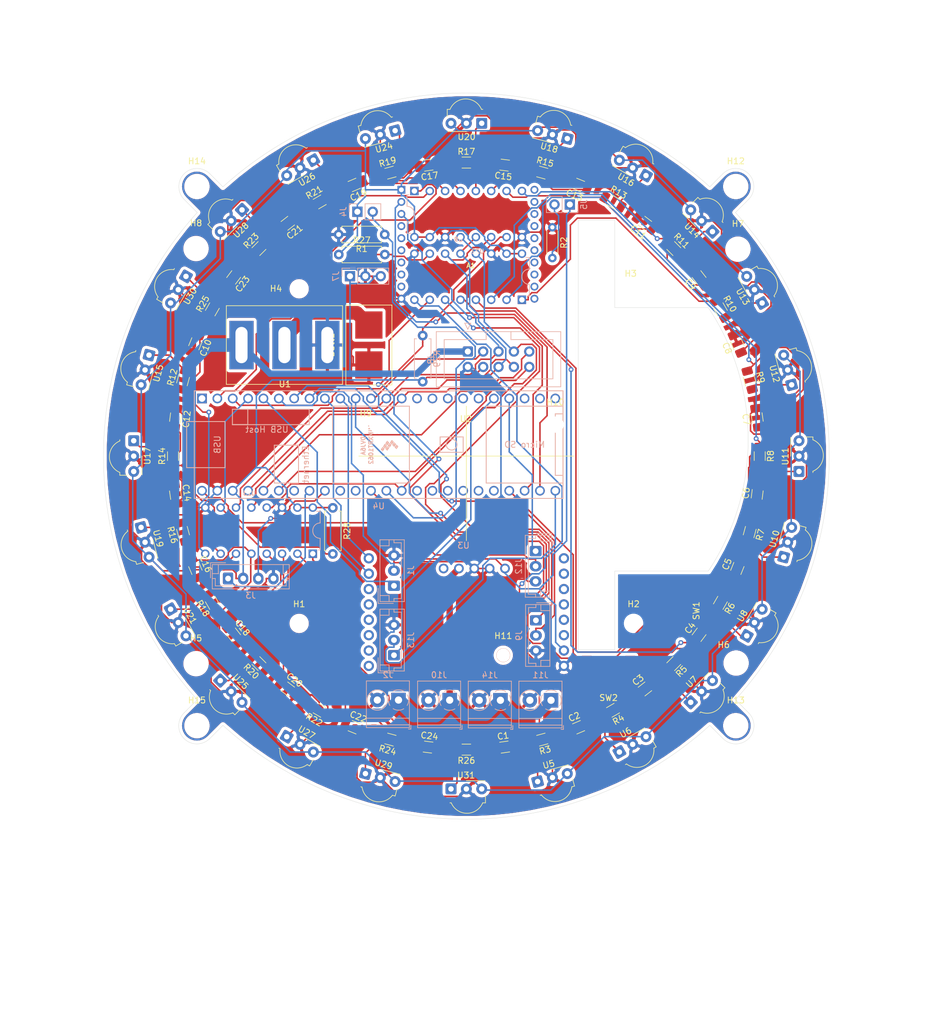
<source format=kicad_pcb>
(kicad_pcb (version 20171130) (host pcbnew "(5.1.10)-1")
  (layers (0 F.Cu signal) (31 B.Cu signal) (34 B.Paste user) (35 F.Paste user) (36 B.SilkS user) (37 F.SilkS user) (38 B.Mask user) (39 F.Mask user) (44 Edge.Cuts user))
  (net 0 "")
  (net 1 3.3V)
  (net 2 "Net-(A1-Pad2)")
  (net 3 "Net-(A1-Pad3)")
  (net 4 "Net-(A1-Pad4)")
  (net 5 "Net-(A1-Pad5)")
  (net 6 "Net-(A1-Pad6)")
  (net 7 "Net-(A1-Pad7)")
  (net 8 "Net-(A1-Pad8)")
  (net 9 "Net-(A1-Pad9)")
  (net 10 GND)
  (net 11 "Net-(A1-Pad20)")
  (net 12 "Net-(A1-Pad19)")
  (net 13 "Net-(A1-Pad18)")
  (net 14 "Net-(A1-Pad17)")
  (net 15 "Net-(A1-Pad16)")
  (net 16 "Net-(A1-Pad15)")
  (net 17 "Net-(A1-Pad14)")
  (net 18 "Net-(A1-Pad13)")
  (net 19 "Net-(A1-Pad12)")
  (net 20 "Net-(A1-Pad11)")
  (net 21 "Net-(Batt1-Pad1)")
  (net 22 "Net-(C1-Pad1)")
  (net 23 "Net-(C2-Pad1)")
  (net 24 "Net-(C3-Pad1)")
  (net 25 "Net-(C4-Pad1)")
  (net 26 "Net-(C5-Pad1)")
  (net 27 "Net-(C6-Pad1)")
  (net 28 "Net-(C7-Pad1)")
  (net 29 "Net-(C8-Pad1)")
  (net 30 "Net-(C9-Pad1)")
  (net 31 "Net-(C10-Pad1)")
  (net 32 "Net-(C11-Pad1)")
  (net 33 "Net-(C12-Pad1)")
  (net 34 "Net-(C13-Pad1)")
  (net 35 "Net-(C14-Pad1)")
  (net 36 "Net-(C15-Pad1)")
  (net 37 "Net-(C16-Pad1)")
  (net 38 "Net-(C17-Pad1)")
  (net 39 "Net-(C18-Pad1)")
  (net 40 "Net-(C19-Pad1)")
  (net 41 "Net-(C20-Pad1)")
  (net 42 "Net-(C21-Pad1)")
  (net 43 "Net-(C22-Pad1)")
  (net 44 "Net-(C23-Pad1)")
  (net 45 "Net-(C24-Pad1)")
  (net 46 5V)
  (net 47 12V)
  (net 48 "Net-(J3-Pad1)")
  (net 49 "Net-(J3-Pad3)")
  (net 50 "Net-(J4-Pad2)")
  (net 51 "Net-(J5-Pad2)")
  (net 52 "Net-(R3-Pad2)")
  (net 53 "Net-(R4-Pad2)")
  (net 54 "Net-(R5-Pad2)")
  (net 55 "Net-(R6-Pad2)")
  (net 56 "Net-(R7-Pad2)")
  (net 57 "Net-(R8-Pad2)")
  (net 58 "Net-(R9-Pad2)")
  (net 59 "Net-(R10-Pad2)")
  (net 60 "Net-(R11-Pad2)")
  (net 61 "Net-(R12-Pad2)")
  (net 62 "Net-(R13-Pad2)")
  (net 63 "Net-(R14-Pad2)")
  (net 64 "Net-(R15-Pad2)")
  (net 65 "Net-(R16-Pad2)")
  (net 66 "Net-(R17-Pad2)")
  (net 67 "Net-(R18-Pad2)")
  (net 68 "Net-(R19-Pad2)")
  (net 69 "Net-(R20-Pad2)")
  (net 70 "Net-(R21-Pad2)")
  (net 71 "Net-(R22-Pad2)")
  (net 72 "Net-(R23-Pad2)")
  (net 73 "Net-(R24-Pad2)")
  (net 74 "Net-(R25-Pad2)")
  (net 75 "Net-(R26-Pad2)")
  (net 76 "Net-(SW1-Pad2)")
  (net 77 "Net-(SW2-Pad1)")
  (net 78 "Net-(U2-PadB6)")
  (net 79 "Net-(U2-PadB5)")
  (net 80 "Net-(U2-PadB4)")
  (net 81 "Net-(U2-PadB3)")
  (net 82 "Net-(U2-PadB2)")
  (net 83 "Net-(U2-PadB1)")
  (net 84 "Net-(U2-PadA8)")
  (net 85 "Net-(U2-PadA7)")
  (net 86 "Net-(U2-PadA6)")
  (net 87 "Net-(U2-PadA5)")
  (net 88 "Net-(U2-PadA4)")
  (net 89 "Net-(U2-PadA3)")
  (net 90 "Net-(U2-PadA2)")
  (net 91 "Net-(U2-PadA1)")
  (net 92 "Net-(U3-Pad5)")
  (net 93 "Net-(U4-Pad42)")
  (net 94 "Net-(U4-Pad39)")
  (net 95 "Net-(U4-Pad38)")
  (net 96 SCK1)
  (net 97 "Net-(U4-Pad1)")
  (net 98 MOSI)
  (net 99 "Net-(U4-Pad34)")
  (net 100 "Net-(U4-Pad33)")
  (net 101 "Net-(U4-Pad32)")
  (net 102 "Net-(U4-Pad31)")
  (net 103 "Net-(U4-Pad30)")
  (net 104 "Net-(U4-Pad24)")
  (net 105 "Net-(U4-Pad23)")
  (net 106 "Net-(U4-Pad22)")
  (net 107 MISO)
  (net 108 "Net-(U4-Pad15)")
  (net 109 "Net-(U4-Pad19)")
  (net 110 "Net-(U4-Pad18)")
  (net 111 "Net-(U4-Pad17)")
  (net 112 "Net-(SW1-Pad1)")
  (net 113 "Net-(SW1-Pad4)")
  (net 114 "Net-(SW2-Pad4)")
  (net 115 "Net-(SW2-Pad3)")
  (net 116 "Net-(U4-Pad16)")
  (net 117 PWM2)
  (net 118 PWM1)
  (net 119 "Net-(J8-Pad10)")
  (net 120 "Net-(J8-Pad8)")
  (net 121 "Net-(J8-Pad9)")
  (net 122 Kicker)
  (net 123 "Net-(R27-Pad2)")
  (net 124 "Net-(R28-Pad2)")
  (net 125 "Net-(R29-Pad2)")
  (net 126 "Net-(J1-Pad2)")
  (net 127 "Net-(J1-Pad1)")
  (net 128 "Net-(J9-Pad2)")
  (net 129 "Net-(J9-Pad1)")
  (net 130 "Net-(J12-Pad2)")
  (net 131 "Net-(J13-Pad2)")
  (net 132 "Net-(U4-Pad29)")
  (module MountingHole:MountingHole_3.2mm_M3 (layer F.Cu) (at 90.452272 144.547727)
    (fp_text reference H15 (at 0 -4.2) (layer F.SilkS))
    (fp_text value MountingHole)
    (pad 1 np_thru_hole circle (at 0 0) (size 3.2 3.2) (drill 3.2) (layers *.Cu *.Mask))
  )
  (module MountingHole:MountingHole_3.2mm_M3 (layer F.Cu) (at 90.452272 55.452272)
    (fp_text reference H14 (at 0 -4.2) (layer F.SilkS))
    (fp_text value MountingHole)
    (pad 1 np_thru_hole circle (at 0 0) (size 3.2 3.2) (drill 3.2) (layers *.Cu *.Mask))
  )
  (module MountingHole:MountingHole_3.2mm_M3 (layer F.Cu) (at 179.547727 144.547727)
    (fp_text reference H13 (at 0 -4.2) (layer F.SilkS))
    (fp_text value MountingHole)
    (pad 1 np_thru_hole circle (at 0 0) (size 3.2 3.2) (drill 3.2) (layers *.Cu *.Mask))
  )
  (module MountingHole:MountingHole_3.2mm_M3 (layer F.Cu) (at 179.547727 55.452272)
    (fp_text reference H12 (at 0 -4.2) (layer F.SilkS))
    (fp_text value MountingHole)
    (pad 1 np_thru_hole circle (at 0 0) (size 3.2 3.2) (drill 3.2) (layers *.Cu *.Mask))
  )
  (module "T Connector:PRT-11864" (layer F.Cu) (at 118.88 81.64 270)
    (fp_text reference Batt1 (at 0 6.223 90) (layer F.SilkS))
    (fp_text value 12V)
    (pad 2 smd rect (at 3.302 0 270) (size 4.5 4.5) (layers F.Cu F.Paste F.Mask) (net 10 GND))
    (pad 1 smd rect (at -3.302 0 270) (size 4.5 4.5) (layers F.Cu F.Paste F.Mask) (net 21 "Net-(Batt1-Pad1)"))
  )
  (module MountingHole:MountingHole_3.2mm_M3 (layer F.Cu) (at 90.3 65.7)
    (fp_text reference H8 (at 0 -4.2) (layer F.SilkS))
    (fp_text value MountingHole)
    (pad 1 np_thru_hole circle (at 0 0) (size 3.2 3.2) (drill 3.2) (layers *.Cu *.Mask))
  )
  (module MountingHole:MountingHole_3.2mm_M3 (layer F.Cu) (at 179.9 65.8)
    (fp_text reference H7 (at 0 -4.2) (layer F.SilkS))
    (fp_text value MountingHole)
    (pad 1 np_thru_hole circle (at 0 0) (size 3.2 3.2) (drill 3.2) (layers *.Cu *.Mask))
  )
  (module MountingHole:MountingHole_3.2mm_M3 (layer F.Cu) (at 179.6 134.2)
    (fp_text reference H6 (at -2.054 -3.009) (layer F.SilkS))
    (fp_text value MountingHole)
    (pad 1 np_thru_hole circle (at 0 0) (size 3.2 3.2) (drill 3.2) (layers *.Cu *.Mask))
  )
  (module MountingHole:MountingHole_3.2mm_M3 (layer F.Cu) (at 90.3 134.3)
    (fp_text reference H5 (at 0 -4.2) (layer F.SilkS))
    (fp_text value MountingHole)
    (pad 1 np_thru_hole circle (at 0 0) (size 3.2 3.2) (drill 3.2) (layers *.Cu *.Mask))
  )
  (module MountingHole:MountingHole_2.2mm_M2 (layer F.Cu) (at 141.1 132.9)
    (fp_text reference H11 (at 0 -3.2) (layer F.SilkS))
    (fp_text value MountingHole)
    (pad 1 np_thru_hole circle (at 0 0) (size 2.2 2.2) (drill 2.2) (layers *.Cu *.Mask))
  )
  (module MountingHole:MountingHole_2.2mm_M2 (layer F.Cu) (at 107.352 127.648)
    (fp_text reference H1 (at 0 -3.2) (layer F.SilkS))
    (fp_text value MountingHole)
    (pad 1 np_thru_hole circle (at 0 0) (size 2.2 2.2) (drill 2.2) (layers *.Cu *.Mask))
  )
  (module MountingHole:MountingHole_2.7mm_M2.5 (layer F.Cu) (at 120.27 94.795)
    (fp_text reference H9 (at -1.906 -1.831) (layer F.SilkS))
    (fp_text value MountingHole)
    (pad 1 np_thru_hole circle (at 0 0) (size 2.7 2.7) (drill 2.7) (layers *.Cu *.Mask))
  )
  (module MountingHole:MountingHole_2.2mm_M2 (layer F.Cu) (at 107.352 72.3521)
    (fp_text reference H4 (at -3.828 -0.037) (layer F.SilkS))
    (fp_text value MountingHole)
    (pad 1 np_thru_hole circle (at 0 0) (size 2.2 2.2) (drill 2.2) (layers *.Cu *.Mask))
  )
  (module MountingHole:MountingHole_2.7mm_M2.5 (layer F.Cu) (at 149.73 94.795)
    (fp_text reference H10 (at 0 -3.7) (layer F.SilkS))
    (fp_text value MountingHole)
    (pad 1 np_thru_hole circle (at 0 0) (size 2.7 2.7) (drill 2.7) (layers *.Cu *.Mask))
  )
  (module MountingHole:MountingHole_2.2mm_M2 (layer F.Cu) (at 162.648 72.3521)
    (fp_text reference H3 (at -0.4826 -2.5146) (layer F.SilkS))
    (fp_text value MountingHole)
    (pad 1 np_thru_hole circle (at 0 0) (size 2.2 2.2) (drill 2.2) (layers *.Cu *.Mask))
  )
  (module MountingHole:MountingHole_2.2mm_M2 (layer F.Cu) (at 162.648 127.648)
    (fp_text reference H2 (at 0 -3.2) (layer F.SilkS))
    (fp_text value MountingHole)
    (pad 1 np_thru_hole circle (at 0 0) (size 2.2 2.2) (drill 2.2) (layers *.Cu *.Mask))
  )
  (module Capacitor_SMD:C_1206_3216Metric_Pad1.33x1.80mm_HandSolder (layer F.Cu) (at 86.9149 93.6695 263)
    (fp_text reference C12 (at 0 -1.85 263) (layer F.SilkS))
    (fp_text value 0.1uF)
    (pad 1 smd roundrect (at -1.5625 0 263) (size 1.325 1.8) (layers F.Cu F.Paste F.Mask) (roundrect_rratio 0.1886777358490566) (net 33 "Net-(C12-Pad1)"))
    (pad 2 smd roundrect (at 1.5625 0 263) (size 1.325 1.8) (layers F.Cu F.Paste F.Mask) (roundrect_rratio 0.1886777358490566) (net 10 GND))
  )
  (module Capacitor_SMD:C_1206_3216Metric_Pad1.33x1.80mm_HandSolder (layer F.Cu) (at 90.1918 81.4399 248)
    (fp_text reference C10 (at 0 -1.85 248) (layer F.SilkS))
    (fp_text value 0.1uF)
    (pad 1 smd roundrect (at -1.5625 0 248) (size 1.325 1.8) (layers F.Cu F.Paste F.Mask) (roundrect_rratio 0.1886777358490566) (net 31 "Net-(C10-Pad1)"))
    (pad 2 smd roundrect (at 1.5625 0 248) (size 1.325 1.8) (layers F.Cu F.Paste F.Mask) (roundrect_rratio 0.1886777358490566) (net 10 GND))
  )
  (module Capacitor_SMD:C_1206_3216Metric_Pad1.33x1.80mm_HandSolder (layer F.Cu) (at 96.5224 70.4751 233)
    (fp_text reference C23 (at 0 -1.85 233) (layer F.SilkS))
    (fp_text value 0.1uF)
    (pad 1 smd roundrect (at -1.5625 0 233) (size 1.325 1.8) (layers F.Cu F.Paste F.Mask) (roundrect_rratio 0.1886777358490566) (net 44 "Net-(C23-Pad1)"))
    (pad 2 smd roundrect (at 1.5625 0 233) (size 1.325 1.8) (layers F.Cu F.Paste F.Mask) (roundrect_rratio 0.1886777358490566) (net 10 GND))
  )
  (module Capacitor_SMD:C_1206_3216Metric_Pad1.33x1.80mm_HandSolder (layer F.Cu) (at 105.475 61.5224 218)
    (fp_text reference C21 (at 0 -1.85 218) (layer F.SilkS))
    (fp_text value 0.1uF)
    (pad 1 smd roundrect (at -1.5625 0 218) (size 1.325 1.8) (layers F.Cu F.Paste F.Mask) (roundrect_rratio 0.1886777358490566) (net 42 "Net-(C21-Pad1)"))
    (pad 2 smd roundrect (at 1.5625 0 218) (size 1.325 1.8) (layers F.Cu F.Paste F.Mask) (roundrect_rratio 0.1886777358490566) (net 10 GND))
  )
  (module Capacitor_SMD:C_1206_3216Metric_Pad1.33x1.80mm_HandSolder (layer F.Cu) (at 116.44 55.1918 203)
    (fp_text reference C19 (at 0 -1.85 203) (layer F.SilkS))
    (fp_text value 0.1uF)
    (pad 1 smd roundrect (at -1.5625 0 203) (size 1.325 1.8) (layers F.Cu F.Paste F.Mask) (roundrect_rratio 0.1886777358490566) (net 40 "Net-(C19-Pad1)"))
    (pad 2 smd roundrect (at 1.5625 0 203) (size 1.325 1.8) (layers F.Cu F.Paste F.Mask) (roundrect_rratio 0.1886777358490566) (net 10 GND))
  )
  (module Capacitor_SMD:C_1206_3216Metric_Pad1.33x1.80mm_HandSolder (layer F.Cu) (at 128.669 51.9149 188)
    (fp_text reference C17 (at 0 -1.85 188) (layer F.SilkS))
    (fp_text value 0.1uF)
    (pad 1 smd roundrect (at -1.5625 0 188) (size 1.325 1.8) (layers F.Cu F.Paste F.Mask) (roundrect_rratio 0.1886777358490566) (net 38 "Net-(C17-Pad1)"))
    (pad 2 smd roundrect (at 1.5625 0 188) (size 1.325 1.8) (layers F.Cu F.Paste F.Mask) (roundrect_rratio 0.1886777358490566) (net 10 GND))
  )
  (module Capacitor_SMD:C_1206_3216Metric_Pad1.33x1.80mm_HandSolder (layer F.Cu) (at 141.331 51.9149 173)
    (fp_text reference C15 (at 0 -1.85 353) (layer F.SilkS))
    (fp_text value 0.1uF)
    (pad 1 smd roundrect (at -1.5625 0 173) (size 1.325 1.8) (layers F.Cu F.Paste F.Mask) (roundrect_rratio 0.1886777358490566) (net 36 "Net-(C15-Pad1)"))
    (pad 2 smd roundrect (at 1.5625 0 173) (size 1.325 1.8) (layers F.Cu F.Paste F.Mask) (roundrect_rratio 0.1886777358490566) (net 10 GND))
  )
  (module Capacitor_SMD:C_1206_3216Metric_Pad1.33x1.80mm_HandSolder (layer F.Cu) (at 153.56 55.1918 158)
    (fp_text reference C13 (at 0 -1.85 338) (layer F.SilkS))
    (fp_text value 0.1uF)
    (pad 1 smd roundrect (at -1.5625 0 158) (size 1.325 1.8) (layers F.Cu F.Paste F.Mask) (roundrect_rratio 0.1886777358490566) (net 34 "Net-(C13-Pad1)"))
    (pad 2 smd roundrect (at 1.5625 0 158) (size 1.325 1.8) (layers F.Cu F.Paste F.Mask) (roundrect_rratio 0.1886777358490566) (net 10 GND))
  )
  (module Capacitor_SMD:C_1206_3216Metric_Pad1.33x1.80mm_HandSolder (layer F.Cu) (at 164.525 61.5224 143)
    (fp_text reference C11 (at 0 -1.85 323) (layer F.SilkS))
    (fp_text value 0.1uF)
    (pad 1 smd roundrect (at -1.5625 0 143) (size 1.325 1.8) (layers F.Cu F.Paste F.Mask) (roundrect_rratio 0.1886777358490566) (net 32 "Net-(C11-Pad1)"))
    (pad 2 smd roundrect (at 1.5625 0 143) (size 1.325 1.8) (layers F.Cu F.Paste F.Mask) (roundrect_rratio 0.1886777358490566) (net 10 GND))
  )
  (module Capacitor_SMD:C_1206_3216Metric_Pad1.33x1.80mm_HandSolder (layer F.Cu) (at 173.478 70.4751 128)
    (fp_text reference C9 (at 0 -1.85 308) (layer F.SilkS))
    (fp_text value 0.1uF)
    (pad 1 smd roundrect (at -1.5625 0 128) (size 1.325 1.8) (layers F.Cu F.Paste F.Mask) (roundrect_rratio 0.1886777358490566) (net 30 "Net-(C9-Pad1)"))
    (pad 2 smd roundrect (at 1.5625 0 128) (size 1.325 1.8) (layers F.Cu F.Paste F.Mask) (roundrect_rratio 0.1886777358490566) (net 10 GND))
  )
  (module Capacitor_SMD:C_1206_3216Metric_Pad1.33x1.80mm_HandSolder (layer F.Cu) (at 179.808 81.4399 113)
    (fp_text reference C8 (at 0 -1.85 293) (layer F.SilkS))
    (fp_text value 0.1uF)
    (pad 1 smd roundrect (at -1.5625 0 113) (size 1.325 1.8) (layers F.Cu F.Paste F.Mask) (roundrect_rratio 0.1886777358490566) (net 29 "Net-(C8-Pad1)"))
    (pad 2 smd roundrect (at 1.5625 0 113) (size 1.325 1.8) (layers F.Cu F.Paste F.Mask) (roundrect_rratio 0.1886777358490566) (net 10 GND))
  )
  (module Capacitor_SMD:C_1206_3216Metric_Pad1.33x1.80mm_HandSolder (layer F.Cu) (at 183.085 93.6695 98)
    (fp_text reference C7 (at 0 -1.85 278) (layer F.SilkS))
    (fp_text value 0.1uF)
    (pad 1 smd roundrect (at -1.5625 0 98) (size 1.325 1.8) (layers F.Cu F.Paste F.Mask) (roundrect_rratio 0.1886777358490566) (net 28 "Net-(C7-Pad1)"))
    (pad 2 smd roundrect (at 1.5625 0 98) (size 1.325 1.8) (layers F.Cu F.Paste F.Mask) (roundrect_rratio 0.1886777358490566) (net 10 GND))
  )
  (module Capacitor_SMD:C_1206_3216Metric_Pad1.33x1.80mm_HandSolder (layer F.Cu) (at 183.085 106.331 83)
    (fp_text reference C6 (at 0 -1.85 263) (layer F.SilkS))
    (fp_text value 0.1uF)
    (pad 1 smd roundrect (at -1.5625 0 83) (size 1.325 1.8) (layers F.Cu F.Paste F.Mask) (roundrect_rratio 0.1886777358490566) (net 27 "Net-(C6-Pad1)"))
    (pad 2 smd roundrect (at 1.5625 0 83) (size 1.325 1.8) (layers F.Cu F.Paste F.Mask) (roundrect_rratio 0.1886777358490566) (net 10 GND))
  )
  (module Capacitor_SMD:C_1206_3216Metric_Pad1.33x1.80mm_HandSolder (layer F.Cu) (at 179.808 118.56 68)
    (fp_text reference C5 (at 0 -1.85 248) (layer F.SilkS))
    (fp_text value 0.1uF)
    (pad 1 smd roundrect (at -1.5625 0 68) (size 1.325 1.8) (layers F.Cu F.Paste F.Mask) (roundrect_rratio 0.1886777358490566) (net 26 "Net-(C5-Pad1)"))
    (pad 2 smd roundrect (at 1.5625 0 68) (size 1.325 1.8) (layers F.Cu F.Paste F.Mask) (roundrect_rratio 0.1886777358490566) (net 10 GND))
  )
  (module Capacitor_SMD:C_1206_3216Metric_Pad1.33x1.80mm_HandSolder (layer F.Cu) (at 173.478 129.525 53)
    (fp_text reference C4 (at 0 -1.85 233) (layer F.SilkS))
    (fp_text value 0.1uF)
    (pad 1 smd roundrect (at -1.5625 0 53) (size 1.325 1.8) (layers F.Cu F.Paste F.Mask) (roundrect_rratio 0.1886777358490566) (net 25 "Net-(C4-Pad1)"))
    (pad 2 smd roundrect (at 1.5625 0 53) (size 1.325 1.8) (layers F.Cu F.Paste F.Mask) (roundrect_rratio 0.1886777358490566) (net 10 GND))
  )
  (module Capacitor_SMD:C_1206_3216Metric_Pad1.33x1.80mm_HandSolder (layer F.Cu) (at 164.525 138.478 38)
    (fp_text reference C3 (at 0 -1.85 218) (layer F.SilkS))
    (fp_text value 0.1uF)
    (pad 1 smd roundrect (at -1.5625 0 38) (size 1.325 1.8) (layers F.Cu F.Paste F.Mask) (roundrect_rratio 0.1886777358490566) (net 24 "Net-(C3-Pad1)"))
    (pad 2 smd roundrect (at 1.5625 0 38) (size 1.325 1.8) (layers F.Cu F.Paste F.Mask) (roundrect_rratio 0.1886777358490566) (net 10 GND))
  )
  (module Capacitor_SMD:C_1206_3216Metric_Pad1.33x1.80mm_HandSolder (layer F.Cu) (at 153.56 144.808 23)
    (fp_text reference C2 (at 0 -1.85 203) (layer F.SilkS))
    (fp_text value 0.1uF)
    (pad 1 smd roundrect (at -1.5625 0 23) (size 1.325 1.8) (layers F.Cu F.Paste F.Mask) (roundrect_rratio 0.1886777358490566) (net 23 "Net-(C2-Pad1)"))
    (pad 2 smd roundrect (at 1.5625 0 23) (size 1.325 1.8) (layers F.Cu F.Paste F.Mask) (roundrect_rratio 0.1886777358490566) (net 10 GND))
  )
  (module Capacitor_SMD:C_1206_3216Metric_Pad1.33x1.80mm_HandSolder (layer F.Cu) (at 141.331 148.085 8)
    (fp_text reference C1 (at 0 -1.85 188) (layer F.SilkS))
    (fp_text value 0.1uF)
    (pad 1 smd roundrect (at -1.5625 0 8) (size 1.325 1.8) (layers F.Cu F.Paste F.Mask) (roundrect_rratio 0.1886777358490566) (net 22 "Net-(C1-Pad1)"))
    (pad 2 smd roundrect (at 1.5625 0 8) (size 1.325 1.8) (layers F.Cu F.Paste F.Mask) (roundrect_rratio 0.1886777358490566) (net 10 GND))
  )
  (module Capacitor_SMD:C_1206_3216Metric_Pad1.33x1.80mm_HandSolder (layer F.Cu) (at 128.669 148.085 353)
    (fp_text reference C24 (at 0 -1.85 353) (layer F.SilkS))
    (fp_text value 0.1uF)
    (pad 1 smd roundrect (at -1.5625 0 353) (size 1.325 1.8) (layers F.Cu F.Paste F.Mask) (roundrect_rratio 0.1886777358490566) (net 45 "Net-(C24-Pad1)"))
    (pad 2 smd roundrect (at 1.5625 0 353) (size 1.325 1.8) (layers F.Cu F.Paste F.Mask) (roundrect_rratio 0.1886777358490566) (net 10 GND))
  )
  (module Capacitor_SMD:C_1206_3216Metric_Pad1.33x1.80mm_HandSolder (layer F.Cu) (at 116.44 144.808 338)
    (fp_text reference C22 (at 0 -1.85 338) (layer F.SilkS))
    (fp_text value 0.1uF)
    (pad 1 smd roundrect (at -1.5625 0 338) (size 1.325 1.8) (layers F.Cu F.Paste F.Mask) (roundrect_rratio 0.1886777358490566) (net 43 "Net-(C22-Pad1)"))
    (pad 2 smd roundrect (at 1.5625 0 338) (size 1.325 1.8) (layers F.Cu F.Paste F.Mask) (roundrect_rratio 0.1886777358490566) (net 10 GND))
  )
  (module Capacitor_SMD:C_1206_3216Metric_Pad1.33x1.80mm_HandSolder (layer F.Cu) (at 105.475 138.478 323)
    (fp_text reference C20 (at 0 -1.85 323) (layer F.SilkS))
    (fp_text value 0.1uF)
    (pad 1 smd roundrect (at -1.5625 0 323) (size 1.325 1.8) (layers F.Cu F.Paste F.Mask) (roundrect_rratio 0.1886777358490566) (net 41 "Net-(C20-Pad1)"))
    (pad 2 smd roundrect (at 1.5625 0 323) (size 1.325 1.8) (layers F.Cu F.Paste F.Mask) (roundrect_rratio 0.1886777358490566) (net 10 GND))
  )
  (module Capacitor_SMD:C_1206_3216Metric_Pad1.33x1.80mm_HandSolder (layer F.Cu) (at 96.5224 129.525 308)
    (fp_text reference C18 (at 0 -1.85 308) (layer F.SilkS))
    (fp_text value 0.1uF)
    (pad 1 smd roundrect (at -1.5625 0 308) (size 1.325 1.8) (layers F.Cu F.Paste F.Mask) (roundrect_rratio 0.1886777358490566) (net 39 "Net-(C18-Pad1)"))
    (pad 2 smd roundrect (at 1.5625 0 308) (size 1.325 1.8) (layers F.Cu F.Paste F.Mask) (roundrect_rratio 0.1886777358490566) (net 10 GND))
  )
  (module Capacitor_SMD:C_1206_3216Metric_Pad1.33x1.80mm_HandSolder (layer F.Cu) (at 90.1918 118.56 293)
    (fp_text reference C16 (at 0 -1.85 293) (layer F.SilkS))
    (fp_text value 0.1uF)
    (pad 1 smd roundrect (at -1.5625 0 293) (size 1.325 1.8) (layers F.Cu F.Paste F.Mask) (roundrect_rratio 0.1886777358490566) (net 37 "Net-(C16-Pad1)"))
    (pad 2 smd roundrect (at 1.5625 0 293) (size 1.325 1.8) (layers F.Cu F.Paste F.Mask) (roundrect_rratio 0.1886777358490566) (net 10 GND))
  )
  (module Resistor_SMD:R_1206_3216Metric_Pad1.30x1.75mm_HandSolder (layer F.Cu) (at 86.5 100 90)
    (fp_text reference R14 (at 0 -1.82 90) (layer F.SilkS))
    (fp_text value 100k)
    (pad 1 smd roundrect (at -1.55 0 90) (size 1.3 1.75) (layers F.Cu F.Paste F.Mask) (roundrect_rratio 0.1923069230769231) (net 33 "Net-(C12-Pad1)"))
    (pad 2 smd roundrect (at 1.55 0 90) (size 1.3 1.75) (layers F.Cu F.Paste F.Mask) (roundrect_rratio 0.1923069230769231) (net 63 "Net-(R14-Pad2)"))
  )
  (module Resistor_SMD:R_1206_3216Metric_Pad1.30x1.75mm_HandSolder (layer F.Cu) (at 88.1526 87.4473 75)
    (fp_text reference R12 (at 0 -1.82 75) (layer F.SilkS))
    (fp_text value 100k)
    (pad 2 smd roundrect (at 1.55 0 75) (size 1.3 1.75) (layers F.Cu F.Paste F.Mask) (roundrect_rratio 0.1923069230769231) (net 61 "Net-(R12-Pad2)"))
    (pad 1 smd roundrect (at -1.55 0 75) (size 1.3 1.75) (layers F.Cu F.Paste F.Mask) (roundrect_rratio 0.1923069230769231) (net 31 "Net-(C10-Pad1)"))
  )
  (module Resistor_SMD:R_1206_3216Metric_Pad1.30x1.75mm_HandSolder (layer F.Cu) (at 92.9978 75.75 60)
    (fp_text reference R25 (at 0 -1.82 60) (layer F.SilkS))
    (fp_text value 100k)
    (pad 2 smd roundrect (at 1.55 0 60) (size 1.3 1.75) (layers F.Cu F.Paste F.Mask) (roundrect_rratio 0.1923069230769231) (net 74 "Net-(R25-Pad2)"))
    (pad 1 smd roundrect (at -1.55 0 60) (size 1.3 1.75) (layers F.Cu F.Paste F.Mask) (roundrect_rratio 0.1923069230769231) (net 44 "Net-(C23-Pad1)"))
  )
  (module Resistor_SMD:R_1206_3216Metric_Pad1.30x1.75mm_HandSolder (layer F.Cu) (at 100.705 65.7053 45)
    (fp_text reference R23 (at 0 -1.82 45) (layer F.SilkS))
    (fp_text value 100k)
    (pad 2 smd roundrect (at 1.55 0 45) (size 1.3 1.75) (layers F.Cu F.Paste F.Mask) (roundrect_rratio 0.1923069230769231) (net 72 "Net-(R23-Pad2)"))
    (pad 1 smd roundrect (at -1.55 0 45) (size 1.3 1.75) (layers F.Cu F.Paste F.Mask) (roundrect_rratio 0.1923069230769231) (net 42 "Net-(C21-Pad1)"))
  )
  (module Resistor_SMD:R_1206_3216Metric_Pad1.30x1.75mm_HandSolder (layer F.Cu) (at 110.75 57.9978 30)
    (fp_text reference R21 (at 0 -1.82 30) (layer F.SilkS))
    (fp_text value 100k)
    (pad 2 smd roundrect (at 1.55 0 30) (size 1.3 1.75) (layers F.Cu F.Paste F.Mask) (roundrect_rratio 0.1923069230769231) (net 70 "Net-(R21-Pad2)"))
    (pad 1 smd roundrect (at -1.55 0 30) (size 1.3 1.75) (layers F.Cu F.Paste F.Mask) (roundrect_rratio 0.1923069230769231) (net 40 "Net-(C19-Pad1)"))
  )
  (module Resistor_SMD:R_1206_3216Metric_Pad1.30x1.75mm_HandSolder (layer F.Cu) (at 122.447 53.1526 15)
    (fp_text reference R19 (at 0 -1.82 15) (layer F.SilkS))
    (fp_text value 100k)
    (pad 2 smd roundrect (at 1.55 0 15) (size 1.3 1.75) (layers F.Cu F.Paste F.Mask) (roundrect_rratio 0.1923069230769231) (net 68 "Net-(R19-Pad2)"))
    (pad 1 smd roundrect (at -1.55 0 15) (size 1.3 1.75) (layers F.Cu F.Paste F.Mask) (roundrect_rratio 0.1923069230769231) (net 38 "Net-(C17-Pad1)"))
  )
  (module Resistor_SMD:R_1206_3216Metric_Pad1.30x1.75mm_HandSolder (layer F.Cu) (at 135 51.5)
    (fp_text reference R17 (at 0 -1.82) (layer F.SilkS))
    (fp_text value 100k)
    (pad 2 smd roundrect (at 1.55 0) (size 1.3 1.75) (layers F.Cu F.Paste F.Mask) (roundrect_rratio 0.1923069230769231) (net 66 "Net-(R17-Pad2)"))
    (pad 1 smd roundrect (at -1.55 0) (size 1.3 1.75) (layers F.Cu F.Paste F.Mask) (roundrect_rratio 0.1923069230769231) (net 36 "Net-(C15-Pad1)"))
  )
  (module Resistor_SMD:R_1206_3216Metric_Pad1.30x1.75mm_HandSolder (layer F.Cu) (at 147.553 53.1526 345)
    (fp_text reference R15 (at 0 -1.82 165) (layer F.SilkS))
    (fp_text value 100k)
    (pad 2 smd roundrect (at 1.55 0 345) (size 1.3 1.75) (layers F.Cu F.Paste F.Mask) (roundrect_rratio 0.1923069230769231) (net 64 "Net-(R15-Pad2)"))
    (pad 1 smd roundrect (at -1.55 0 345) (size 1.3 1.75) (layers F.Cu F.Paste F.Mask) (roundrect_rratio 0.1923069230769231) (net 34 "Net-(C13-Pad1)"))
  )
  (module Resistor_SMD:R_1206_3216Metric_Pad1.30x1.75mm_HandSolder (layer F.Cu) (at 159.25 57.9978 330)
    (fp_text reference R13 (at 0 -1.82 150) (layer F.SilkS))
    (fp_text value 100k)
    (pad 2 smd roundrect (at 1.55 0 330) (size 1.3 1.75) (layers F.Cu F.Paste F.Mask) (roundrect_rratio 0.1923069230769231) (net 62 "Net-(R13-Pad2)"))
    (pad 1 smd roundrect (at -1.55 0 330) (size 1.3 1.75) (layers F.Cu F.Paste F.Mask) (roundrect_rratio 0.1923069230769231) (net 32 "Net-(C11-Pad1)"))
  )
  (module Resistor_SMD:R_1206_3216Metric_Pad1.30x1.75mm_HandSolder (layer F.Cu) (at 169.295 65.7053 315)
    (fp_text reference R11 (at 0 -1.82 135) (layer F.SilkS))
    (fp_text value 100k)
    (pad 2 smd roundrect (at 1.55 0 315) (size 1.3 1.75) (layers F.Cu F.Paste F.Mask) (roundrect_rratio 0.1923069230769231) (net 60 "Net-(R11-Pad2)"))
    (pad 1 smd roundrect (at -1.55 0 315) (size 1.3 1.75) (layers F.Cu F.Paste F.Mask) (roundrect_rratio 0.1923069230769231) (net 30 "Net-(C9-Pad1)"))
  )
  (module Resistor_SMD:R_1206_3216Metric_Pad1.30x1.75mm_HandSolder (layer F.Cu) (at 177.002 75.75 300)
    (fp_text reference R10 (at 0 -1.82 120) (layer F.SilkS))
    (fp_text value 100k)
    (pad 2 smd roundrect (at 1.55 0 300) (size 1.3 1.75) (layers F.Cu F.Paste F.Mask) (roundrect_rratio 0.1923069230769231) (net 59 "Net-(R10-Pad2)"))
    (pad 1 smd roundrect (at -1.55 0 300) (size 1.3 1.75) (layers F.Cu F.Paste F.Mask) (roundrect_rratio 0.1923069230769231) (net 29 "Net-(C8-Pad1)"))
  )
  (module Resistor_SMD:R_1206_3216Metric_Pad1.30x1.75mm_HandSolder (layer F.Cu) (at 181.847 87.4473 285)
    (fp_text reference R9 (at 0 -1.82 105) (layer F.SilkS))
    (fp_text value 100k)
    (pad 2 smd roundrect (at 1.55 0 285) (size 1.3 1.75) (layers F.Cu F.Paste F.Mask) (roundrect_rratio 0.1923069230769231) (net 58 "Net-(R9-Pad2)"))
    (pad 1 smd roundrect (at -1.55 0 285) (size 1.3 1.75) (layers F.Cu F.Paste F.Mask) (roundrect_rratio 0.1923069230769231) (net 28 "Net-(C7-Pad1)"))
  )
  (module Resistor_SMD:R_1206_3216Metric_Pad1.30x1.75mm_HandSolder (layer F.Cu) (at 183.5 100 270)
    (fp_text reference R8 (at 0 -1.82 90) (layer F.SilkS))
    (fp_text value 100k)
    (pad 2 smd roundrect (at 1.55 0 270) (size 1.3 1.75) (layers F.Cu F.Paste F.Mask) (roundrect_rratio 0.1923069230769231) (net 57 "Net-(R8-Pad2)"))
    (pad 1 smd roundrect (at -1.55 0 270) (size 1.3 1.75) (layers F.Cu F.Paste F.Mask) (roundrect_rratio 0.1923069230769231) (net 27 "Net-(C6-Pad1)"))
  )
  (module Resistor_SMD:R_1206_3216Metric_Pad1.30x1.75mm_HandSolder (layer F.Cu) (at 181.847 112.553 255)
    (fp_text reference R7 (at 0 -1.82 75) (layer F.SilkS))
    (fp_text value 100k)
    (pad 2 smd roundrect (at 1.55 0 255) (size 1.3 1.75) (layers F.Cu F.Paste F.Mask) (roundrect_rratio 0.1923069230769231) (net 56 "Net-(R7-Pad2)"))
    (pad 1 smd roundrect (at -1.55 0 255) (size 1.3 1.75) (layers F.Cu F.Paste F.Mask) (roundrect_rratio 0.1923069230769231) (net 26 "Net-(C5-Pad1)"))
  )
  (module Resistor_SMD:R_1206_3216Metric_Pad1.30x1.75mm_HandSolder (layer F.Cu) (at 177.002 124.25 240)
    (fp_text reference R6 (at 0 -1.82 60) (layer F.SilkS))
    (fp_text value 100k)
    (pad 2 smd roundrect (at 1.55 0 240) (size 1.3 1.75) (layers F.Cu F.Paste F.Mask) (roundrect_rratio 0.1923069230769231) (net 55 "Net-(R6-Pad2)"))
    (pad 1 smd roundrect (at -1.55 0 240) (size 1.3 1.75) (layers F.Cu F.Paste F.Mask) (roundrect_rratio 0.1923069230769231) (net 25 "Net-(C4-Pad1)"))
  )
  (module Resistor_SMD:R_1206_3216Metric_Pad1.30x1.75mm_HandSolder (layer F.Cu) (at 169.295 134.295 225)
    (fp_text reference R5 (at 0 -1.82 45) (layer F.SilkS))
    (fp_text value 100k)
    (pad 2 smd roundrect (at 1.55 0 225) (size 1.3 1.75) (layers F.Cu F.Paste F.Mask) (roundrect_rratio 0.1923069230769231) (net 54 "Net-(R5-Pad2)"))
    (pad 1 smd roundrect (at -1.55 0 225) (size 1.3 1.75) (layers F.Cu F.Paste F.Mask) (roundrect_rratio 0.1923069230769231) (net 24 "Net-(C3-Pad1)"))
  )
  (module Resistor_SMD:R_1206_3216Metric_Pad1.30x1.75mm_HandSolder (layer F.Cu) (at 159.25 142.002 210)
    (fp_text reference R4 (at 0 -1.82 30) (layer F.SilkS))
    (fp_text value 100k)
    (pad 2 smd roundrect (at 1.55 0 210) (size 1.3 1.75) (layers F.Cu F.Paste F.Mask) (roundrect_rratio 0.1923069230769231) (net 53 "Net-(R4-Pad2)"))
    (pad 1 smd roundrect (at -1.55 0 210) (size 1.3 1.75) (layers F.Cu F.Paste F.Mask) (roundrect_rratio 0.1923069230769231) (net 23 "Net-(C2-Pad1)"))
  )
  (module Resistor_SMD:R_1206_3216Metric_Pad1.30x1.75mm_HandSolder (layer F.Cu) (at 147.553 146.847 195)
    (fp_text reference R3 (at 0 -1.82 15) (layer F.SilkS))
    (fp_text value 100k)
    (pad 2 smd roundrect (at 1.55 0 195) (size 1.3 1.75) (layers F.Cu F.Paste F.Mask) (roundrect_rratio 0.1923069230769231) (net 52 "Net-(R3-Pad2)"))
    (pad 1 smd roundrect (at -1.55 0 195) (size 1.3 1.75) (layers F.Cu F.Paste F.Mask) (roundrect_rratio 0.1923069230769231) (net 22 "Net-(C1-Pad1)"))
  )
  (module Resistor_SMD:R_1206_3216Metric_Pad1.30x1.75mm_HandSolder (layer F.Cu) (at 135 148.5 180)
    (fp_text reference R26 (at 0 -1.82) (layer F.SilkS))
    (fp_text value 100k)
    (pad 2 smd roundrect (at 1.55 0 180) (size 1.3 1.75) (layers F.Cu F.Paste F.Mask) (roundrect_rratio 0.1923069230769231) (net 75 "Net-(R26-Pad2)"))
    (pad 1 smd roundrect (at -1.55 0 180) (size 1.3 1.75) (layers F.Cu F.Paste F.Mask) (roundrect_rratio 0.1923069230769231) (net 45 "Net-(C24-Pad1)"))
  )
  (module Resistor_SMD:R_1206_3216Metric_Pad1.30x1.75mm_HandSolder (layer F.Cu) (at 122.447 146.847 165)
    (fp_text reference R24 (at 0 -1.82 165) (layer F.SilkS))
    (fp_text value 100k)
    (pad 2 smd roundrect (at 1.55 0 165) (size 1.3 1.75) (layers F.Cu F.Paste F.Mask) (roundrect_rratio 0.1923069230769231) (net 73 "Net-(R24-Pad2)"))
    (pad 1 smd roundrect (at -1.55 0 165) (size 1.3 1.75) (layers F.Cu F.Paste F.Mask) (roundrect_rratio 0.1923069230769231) (net 43 "Net-(C22-Pad1)"))
  )
  (module Resistor_SMD:R_1206_3216Metric_Pad1.30x1.75mm_HandSolder (layer F.Cu) (at 110.75 142.002 150)
    (fp_text reference R22 (at 0 -1.82 150) (layer F.SilkS))
    (fp_text value 100k)
    (pad 2 smd roundrect (at 1.55 0 150) (size 1.3 1.75) (layers F.Cu F.Paste F.Mask) (roundrect_rratio 0.1923069230769231) (net 71 "Net-(R22-Pad2)"))
    (pad 1 smd roundrect (at -1.55 0 150) (size 1.3 1.75) (layers F.Cu F.Paste F.Mask) (roundrect_rratio 0.1923069230769231) (net 41 "Net-(C20-Pad1)"))
  )
  (module Resistor_SMD:R_1206_3216Metric_Pad1.30x1.75mm_HandSolder (layer F.Cu) (at 100.705 134.295 135)
    (fp_text reference R20 (at 0 -1.82 135) (layer F.SilkS))
    (fp_text value 100k)
    (pad 2 smd roundrect (at 1.55 0 135) (size 1.3 1.75) (layers F.Cu F.Paste F.Mask) (roundrect_rratio 0.1923069230769231) (net 69 "Net-(R20-Pad2)"))
    (pad 1 smd roundrect (at -1.55 0 135) (size 1.3 1.75) (layers F.Cu F.Paste F.Mask) (roundrect_rratio 0.1923069230769231) (net 39 "Net-(C18-Pad1)"))
  )
  (module Resistor_SMD:R_1206_3216Metric_Pad1.30x1.75mm_HandSolder (layer F.Cu) (at 92.9978 124.25 120)
    (fp_text reference R18 (at 0 -1.82 120) (layer F.SilkS))
    (fp_text value 100k)
    (pad 2 smd roundrect (at 1.55 0 120) (size 1.3 1.75) (layers F.Cu F.Paste F.Mask) (roundrect_rratio 0.1923069230769231) (net 67 "Net-(R18-Pad2)"))
    (pad 1 smd roundrect (at -1.55 0 120) (size 1.3 1.75) (layers F.Cu F.Paste F.Mask) (roundrect_rratio 0.1923069230769231) (net 37 "Net-(C16-Pad1)"))
  )
  (module Resistor_SMD:R_1206_3216Metric_Pad1.30x1.75mm_HandSolder (layer F.Cu) (at 88.1526 112.553 105)
    (fp_text reference R16 (at 0 -1.82 105) (layer F.SilkS))
    (fp_text value 100k)
    (pad 2 smd roundrect (at 1.55 0 105) (size 1.3 1.75) (layers F.Cu F.Paste F.Mask) (roundrect_rratio 0.1923069230769231) (net 65 "Net-(R16-Pad2)"))
    (pad 1 smd roundrect (at -1.55 0 105) (size 1.3 1.75) (layers F.Cu F.Paste F.Mask) (roundrect_rratio 0.1923069230769231) (net 35 "Net-(C14-Pad1)"))
  )
  (module "Slide Switch:Rocker Switch 20A" (layer F.Cu) (at 104.92 81.65)
    (fp_text reference U1 (at 0.0762 6.4516) (layer F.SilkS))
    (fp_text value ADG417BN)
    (pad 6 thru_hole rect (at 7.1 0) (size 4 8) (drill oval 2 6) (layers *.Cu *.Mask) (net 10 GND))
    (pad 8 thru_hole rect (at 0 0) (size 4 8) (drill oval 2 6) (layers *.Cu *.Mask) (net 21 "Net-(Batt1-Pad1)"))
    (pad 1 thru_hole rect (at -7.1 0) (size 4 8) (drill oval 2 6) (layers *.Cu *.Mask) (net 47 12V))
  )
  (module Capacitor_SMD:C_1206_3216Metric_Pad1.33x1.80mm_HandSolder (layer F.Cu) (at 86.9149 106.331 278)
    (fp_text reference C14 (at 0 -1.85 278) (layer F.SilkS))
    (fp_text value 0.1uF)
    (pad 2 smd roundrect (at 1.5625 0 278) (size 1.325 1.8) (layers F.Cu F.Paste F.Mask) (roundrect_rratio 0.1886777358490566) (net 10 GND))
    (pad 1 smd roundrect (at -1.5625 0 278) (size 1.325 1.8) (layers F.Cu F.Paste F.Mask) (roundrect_rratio 0.1886777358490566) (net 35 "Net-(C14-Pad1)"))
  )
  (module TerminalBlock_Phoenix:TerminalBlock_Phoenix_PT-1,5-2-3.5-H_1x02_P3.50mm_Horizontal (layer B.Cu) (at 140.63 140.35 180)
    (fp_text reference J14 (at 1.75 4.16) (layer B.SilkS) (effects (justify mirror)))
    (fp_text value Screw_Terminal_01x02)
    (pad 2 thru_hole circle (at 3.5 0 180) (size 2.4 2.4) (drill 1.2) (layers *.Cu *.Mask) (net 10 GND))
    (pad 1 thru_hole rect (at 0 0 180) (size 2.4 2.4) (drill 1.2) (layers *.Cu *.Mask) (net 47 12V))
  )
  (module Connector_JST:JST_EH_B3B-EH-A_1x03_P2.50mm_Vertical (layer B.Cu) (at 123.03 132.9 90)
    (fp_text reference J13 (at 2.5 2.8 90) (layer B.SilkS) (effects (justify mirror)))
    (fp_text value Conn_01x03)
    (pad 3 thru_hole oval (at 5 0 90) (size 1.7 1.95) (drill 0.95) (layers *.Cu *.Mask) (net 10 GND))
    (pad 2 thru_hole oval (at 2.5 0 90) (size 1.7 1.95) (drill 0.95) (layers *.Cu *.Mask) (net 131 "Net-(J13-Pad2)"))
    (pad 1 thru_hole roundrect (at 0 0 90) (size 1.7 1.95) (drill 0.95) (layers *.Cu *.Mask) (roundrect_rratio 0.1470588235294118) (net 118 PWM1))
  )
  (module Connector_JST:JST_EH_B3B-EH-A_1x03_P2.50mm_Vertical (layer B.Cu) (at 146.45 115.7 270)
    (fp_text reference J12 (at 2.5 2.8 90) (layer B.SilkS) (effects (justify mirror)))
    (fp_text value Conn_01x03)
    (pad 3 thru_hole oval (at 5 0 270) (size 1.7 1.95) (drill 0.95) (layers *.Cu *.Mask) (net 10 GND))
    (pad 2 thru_hole oval (at 2.5 0 270) (size 1.7 1.95) (drill 0.95) (layers *.Cu *.Mask) (net 130 "Net-(J12-Pad2)"))
    (pad 1 thru_hole roundrect (at 0 0 270) (size 1.7 1.95) (drill 0.95) (layers *.Cu *.Mask) (roundrect_rratio 0.1470588235294118) (net 117 PWM2))
  )
  (module TerminalBlock_Phoenix:TerminalBlock_Phoenix_PT-1,5-2-3.5-H_1x02_P3.50mm_Horizontal (layer B.Cu) (at 149 140.35 180)
    (fp_text reference J11 (at 1.75 4.16) (layer B.SilkS) (effects (justify mirror)))
    (fp_text value Screw_Terminal_01x02)
    (pad 2 thru_hole circle (at 3.5 0 180) (size 2.4 2.4) (drill 1.2) (layers *.Cu *.Mask) (net 10 GND))
    (pad 1 thru_hole rect (at 0 0 180) (size 2.4 2.4) (drill 1.2) (layers *.Cu *.Mask) (net 47 12V))
  )
  (module TerminalBlock_Phoenix:TerminalBlock_Phoenix_PT-1,5-2-3.5-H_1x02_P3.50mm_Horizontal (layer B.Cu) (at 132.24 140.33 180)
    (fp_text reference J10 (at 1.75 4.16) (layer B.SilkS) (effects (justify mirror)))
    (fp_text value Screw_Terminal_01x02)
    (pad 2 thru_hole circle (at 3.5 0 180) (size 2.4 2.4) (drill 1.2) (layers *.Cu *.Mask) (net 10 GND))
    (pad 1 thru_hole rect (at 0 0 180) (size 2.4 2.4) (drill 1.2) (layers *.Cu *.Mask) (net 47 12V))
  )
  (module Connector_JST:JST_EH_B3B-EH-A_1x03_P2.50mm_Vertical (layer B.Cu) (at 146.5 127.14 270)
    (fp_text reference J9 (at 2.5 2.8 90) (layer B.SilkS) (effects (justify mirror)))
    (fp_text value Conn_01x03)
    (pad 3 thru_hole oval (at 5 0 270) (size 1.7 1.95) (drill 0.95) (layers *.Cu *.Mask) (net 10 GND))
    (pad 2 thru_hole oval (at 2.5 0 270) (size 1.7 1.95) (drill 0.95) (layers *.Cu *.Mask) (net 128 "Net-(J9-Pad2)"))
    (pad 1 thru_hole roundrect (at 0 0 270) (size 1.7 1.95) (drill 0.95) (layers *.Cu *.Mask) (roundrect_rratio 0.1470588235294118) (net 129 "Net-(J9-Pad1)"))
  )
  (module TerminalBlock_Phoenix:TerminalBlock_Phoenix_PT-1,5-2-3.5-H_1x02_P3.50mm_Horizontal (layer B.Cu) (at 123.78 140.31 180)
    (fp_text reference J2 (at 1.75 4.16) (layer B.SilkS) (effects (justify mirror)))
    (fp_text value Screw_Terminal_01x02)
    (pad 2 thru_hole circle (at 3.5 0 180) (size 2.4 2.4) (drill 1.2) (layers *.Cu *.Mask) (net 10 GND))
    (pad 1 thru_hole rect (at 0 0 180) (size 2.4 2.4) (drill 1.2) (layers *.Cu *.Mask) (net 47 12V))
  )
  (module Connector_JST:JST_EH_B3B-EH-A_1x03_P2.50mm_Vertical (layer B.Cu) (at 123.03 121.43 90)
    (fp_text reference J1 (at 2.5 2.8 90) (layer B.SilkS) (effects (justify mirror)))
    (fp_text value Conn_01x03)
    (pad 3 thru_hole oval (at 5 0 90) (size 1.7 1.95) (drill 0.95) (layers *.Cu *.Mask) (net 10 GND))
    (pad 2 thru_hole oval (at 2.5 0 90) (size 1.7 1.95) (drill 0.95) (layers *.Cu *.Mask) (net 126 "Net-(J1-Pad2)"))
    (pad 1 thru_hole roundrect (at 0 0 90) (size 1.7 1.95) (drill 0.95) (layers *.Cu *.Mask) (roundrect_rratio 0.1470588235294118) (net 127 "Net-(J1-Pad1)"))
  )
  (module teensy:Teensy41 (layer B.Cu) (at 120.5 98.1)
    (fp_text reference U4 (at 0 10.16) (layer B.SilkS) (effects (justify mirror)))
    (fp_text value Teensy4.1)
    (fp_text user DVJ6A (at -2.54 0.18 90) (layer B.SilkS) (effects (font (size 0.7 0.7)) (justify mirror)))
    (fp_text user MIMXRT1062 (at -1.27 0 90) (layer B.SilkS) (effects (font (size 0.7 0.7)) (justify mirror)))
    (fp_text user "Micro SD" (at 24.13 0) (layer B.SilkS) (effects (justify mirror)))
    (fp_text user USB (at -26.67 0 -270) (layer B.SilkS) (effects (justify mirror)))
    (fp_text user Ethernet (at -12.065 3.2766 -90) (layer B.SilkS) (effects (justify mirror)))
    (fp_text user "USB Host" (at -18.4658 -2.4892) (layer B.SilkS) (effects (justify mirror)))
    (pad 48 thru_hole circle (at -29.21 7.62) (size 1.6 1.6) (drill 1.1) (layers *.Cu *.Mask) (net 46 5V))
    (pad 47 thru_hole circle (at -26.67 7.62) (size 1.6 1.6) (drill 1.1) (layers *.Cu *.Mask) (net 10 GND))
    (pad 46 thru_hole circle (at -24.13 7.62) (size 1.6 1.6) (drill 1.1) (layers *.Cu *.Mask) (net 1 3.3V))
    (pad 45 thru_hole circle (at -21.59 7.62) (size 1.6 1.6) (drill 1.1) (layers *.Cu *.Mask) (net 120 "Net-(J8-Pad8)"))
    (pad 44 thru_hole circle (at -19.05 7.62) (size 1.6 1.6) (drill 1.1) (layers *.Cu *.Mask) (net 121 "Net-(J8-Pad9)"))
    (pad 43 thru_hole circle (at -16.51 7.62) (size 1.6 1.6) (drill 1.1) (layers *.Cu *.Mask) (net 119 "Net-(J8-Pad10)"))
    (pad 42 thru_hole circle (at -13.97 7.62) (size 1.6 1.6) (drill 1.1) (layers *.Cu *.Mask) (net 93 "Net-(U4-Pad42)"))
    (pad 41 thru_hole circle (at -11.43 7.62) (size 1.6 1.6) (drill 1.1) (layers *.Cu *.Mask) (net 48 "Net-(J3-Pad1)"))
    (pad 40 thru_hole circle (at -8.89 7.62) (size 1.6 1.6) (drill 1.1) (layers *.Cu *.Mask) (net 49 "Net-(J3-Pad3)"))
    (pad 39 thru_hole circle (at -6.35 7.62) (size 1.6 1.6) (drill 1.1) (layers *.Cu *.Mask) (net 94 "Net-(U4-Pad39)"))
    (pad 38 thru_hole circle (at -3.81 7.62) (size 1.6 1.6) (drill 1.1) (layers *.Cu *.Mask) (net 95 "Net-(U4-Pad38)"))
    (pad 37 thru_hole circle (at -1.27 7.62) (size 1.6 1.6) (drill 1.1) (layers *.Cu *.Mask) (net 130 "Net-(J12-Pad2)"))
    (pad 36 thru_hole circle (at 1.27 7.62) (size 1.6 1.6) (drill 1.1) (layers *.Cu *.Mask) (net 50 "Net-(J4-Pad2)"))
    (pad 35 thru_hole circle (at 3.81 7.62) (size 1.6 1.6) (drill 1.1) (layers *.Cu *.Mask) (net 96 SCK1))
    (pad 1 thru_hole rect (at -29.21 -7.62) (size 1.6 1.6) (drill 1.1) (layers *.Cu *.Mask) (net 97 "Net-(U4-Pad1)"))
    (pad 2 thru_hole circle (at -26.67 -7.62) (size 1.6 1.6) (drill 1.1) (layers *.Cu *.Mask) (net 123 "Net-(R27-Pad2)"))
    (pad 3 thru_hole circle (at -24.13 -7.62) (size 1.6 1.6) (drill 1.1) (layers *.Cu *.Mask) (net 125 "Net-(R29-Pad2)"))
    (pad 4 thru_hole circle (at -21.59 -7.62) (size 1.6 1.6) (drill 1.1) (layers *.Cu *.Mask) (net 124 "Net-(R28-Pad2)"))
    (pad 5 thru_hole circle (at -19.05 -7.62) (size 1.6 1.6) (drill 1.1) (layers *.Cu *.Mask) (net 127 "Net-(J1-Pad1)"))
    (pad 6 thru_hole circle (at -16.51 -7.62) (size 1.6 1.6) (drill 1.1) (layers *.Cu *.Mask) (net 126 "Net-(J1-Pad2)"))
    (pad 7 thru_hole circle (at -13.97 -7.62) (size 1.6 1.6) (drill 1.1) (layers *.Cu *.Mask) (net 129 "Net-(J9-Pad1)"))
    (pad 8 thru_hole circle (at -11.43 -7.62) (size 1.6 1.6) (drill 1.1) (layers *.Cu *.Mask) (net 128 "Net-(J9-Pad2)"))
    (pad 9 thru_hole circle (at -8.89 -7.62) (size 1.6 1.6) (drill 1.1) (layers *.Cu *.Mask) (net 90 "Net-(U2-PadA2)"))
    (pad 10 thru_hole circle (at -6.35 -7.62) (size 1.6 1.6) (drill 1.1) (layers *.Cu *.Mask) (net 91 "Net-(U2-PadA1)"))
    (pad 11 thru_hole circle (at -3.81 -7.62) (size 1.6 1.6) (drill 1.1) (layers *.Cu *.Mask) (net 76 "Net-(SW1-Pad2)"))
    (pad 12 thru_hole circle (at -1.27 -7.62) (size 1.6 1.6) (drill 1.1) (layers *.Cu *.Mask) (net 122 Kicker))
    (pad 13 thru_hole circle (at 1.27 -7.62) (size 1.6 1.6) (drill 1.1) (layers *.Cu *.Mask) (net 98 MOSI))
    (pad 34 thru_hole circle (at 6.35 7.62) (size 1.6 1.6) (drill 1.1) (layers *.Cu *.Mask) (net 99 "Net-(U4-Pad34)"))
    (pad 33 thru_hole circle (at 8.89 7.62) (size 1.6 1.6) (drill 1.1) (layers *.Cu *.Mask) (net 100 "Net-(U4-Pad33)"))
    (pad 32 thru_hole circle (at 11.43 7.62) (size 1.6 1.6) (drill 1.1) (layers *.Cu *.Mask) (net 101 "Net-(U4-Pad32)"))
    (pad 31 thru_hole circle (at 13.97 7.62) (size 1.6 1.6) (drill 1.1) (layers *.Cu *.Mask) (net 102 "Net-(U4-Pad31)"))
    (pad 30 thru_hole circle (at 16.51 7.62) (size 1.6 1.6) (drill 1.1) (layers *.Cu *.Mask) (net 103 "Net-(U4-Pad30)"))
    (pad 29 thru_hole circle (at 19.05 7.62) (size 1.6 1.6) (drill 1.1) (layers *.Cu *.Mask) (net 132 "Net-(U4-Pad29)"))
    (pad 28 thru_hole circle (at 21.59 7.62) (size 1.6 1.6) (drill 1.1) (layers *.Cu *.Mask) (net 115 "Net-(SW2-Pad3)"))
    (pad 27 thru_hole circle (at 24.13 7.62) (size 1.6 1.6) (drill 1.1) (layers *.Cu *.Mask) (net 3 "Net-(A1-Pad3)"))
    (pad 26 thru_hole circle (at 26.67 7.62) (size 1.6 1.6) (drill 1.1) (layers *.Cu *.Mask) (net 2 "Net-(A1-Pad2)"))
    (pad 25 thru_hole circle (at 29.21 7.62) (size 1.6 1.6) (drill 1.1) (layers *.Cu *.Mask) (net 131 "Net-(J13-Pad2)"))
    (pad 24 thru_hole circle (at 29.21 -7.62) (size 1.6 1.6) (drill 1.1) (layers *.Cu *.Mask) (net 104 "Net-(U4-Pad24)"))
    (pad 23 thru_hole circle (at 26.67 -7.62) (size 1.6 1.6) (drill 1.1) (layers *.Cu *.Mask) (net 105 "Net-(U4-Pad23)"))
    (pad 22 thru_hole circle (at 24.13 -7.62) (size 1.6 1.6) (drill 1.1) (layers *.Cu *.Mask) (net 106 "Net-(U4-Pad22)"))
    (pad 21 thru_hole circle (at 21.59 -7.62) (size 1.6 1.6) (drill 1.1) (layers *.Cu *.Mask) (net 117 PWM2))
    (pad 14 thru_hole circle (at 3.81 -7.62) (size 1.6 1.6) (drill 1.1) (layers *.Cu *.Mask) (net 107 MISO))
    (pad 15 thru_hole circle (at 6.35 -7.62) (size 1.6 1.6) (drill 1.1) (layers *.Cu *.Mask) (net 108 "Net-(U4-Pad15)"))
    (pad 16 thru_hole circle (at 8.89 -7.62) (size 1.6 1.6) (drill 1.1) (layers *.Cu *.Mask) (net 116 "Net-(U4-Pad16)"))
    (pad 20 thru_hole circle (at 19.05 -7.62) (size 1.6 1.6) (drill 1.1) (layers *.Cu *.Mask) (net 118 PWM1))
    (pad 19 thru_hole circle (at 16.51 -7.62) (size 1.6 1.6) (drill 1.1) (layers *.Cu *.Mask) (net 109 "Net-(U4-Pad19)"))
    (pad 18 thru_hole circle (at 13.97 -7.62) (size 1.6 1.6) (drill 1.1) (layers *.Cu *.Mask) (net 110 "Net-(U4-Pad18)"))
    (pad 17 thru_hole circle (at 11.43 -7.62) (size 1.6 1.6) (drill 1.1) (layers *.Cu *.Mask) (net 111 "Net-(U4-Pad17)"))
  )
  (module OptoDevice:Vishay_MOLD-3Pin (layer F.Cu) (at 135 155)
    (fp_text reference U31 (at -0.04 -2.25 180) (layer F.SilkS))
    (fp_text value TSOP25xx)
    (pad 1 thru_hole roundrect (at -2.54 0) (size 1.8 1.8) (drill 0.9) (layers *.Cu *.Mask) (roundrect_rratio 0.138) (net 75 "Net-(R26-Pad2)"))
    (pad 2 thru_hole circle (at 0 0) (size 1.8 1.8) (drill 0.9) (layers *.Cu *.Mask) (net 10 GND))
    (pad 3 thru_hole circle (at 2.54 0) (size 1.8 1.8) (drill 0.9) (layers *.Cu *.Mask) (net 1 3.3V))
  )
  (module MCU-MCP3008-I_P_DIP16-7:DIP16-2.54-19.2X7.62MM (layer B.Cu) (at 135.3 70.36 180)
    (fp_text reference U9 (at 1.589081 6.165633 180) (layer B.SilkS) (effects (font (size 0.700697 0.700697)) (justify mirror)))
    (fp_text value MCP3008)
    (pad 9 thru_hole circle (at 8.89 3.81 180) (size 1.4 1.4) (drill 0.9) (layers *.Cu *.Mask) (net 10 GND))
    (pad 16 thru_hole circle (at -8.89 3.81 180) (size 1.4 1.4) (drill 0.9) (layers *.Cu *.Mask) (net 1 3.3V))
    (pad 15 thru_hole circle (at -6.35 3.81 180) (size 1.4 1.4) (drill 0.9) (layers *.Cu *.Mask) (net 1 3.3V))
    (pad 14 thru_hole circle (at -3.81 3.81 180) (size 1.4 1.4) (drill 0.9) (layers *.Cu *.Mask) (net 10 GND))
    (pad 13 thru_hole circle (at -1.27 3.81 180) (size 1.4 1.4) (drill 0.9) (layers *.Cu *.Mask) (net 96 SCK1))
    (pad 12 thru_hole circle (at 1.27 3.81 180) (size 1.4 1.4) (drill 0.9) (layers *.Cu *.Mask) (net 107 MISO))
    (pad 11 thru_hole circle (at 3.81 3.81 180) (size 1.4 1.4) (drill 0.9) (layers *.Cu *.Mask) (net 98 MOSI))
    (pad 10 thru_hole circle (at 6.35 3.81 180) (size 1.4 1.4) (drill 0.9) (layers *.Cu *.Mask) (net 123 "Net-(R27-Pad2)"))
    (pad 8 thru_hole circle (at 8.89 -3.81 180) (size 1.4 1.4) (drill 0.9) (layers *.Cu *.Mask) (net 22 "Net-(C1-Pad1)"))
    (pad 7 thru_hole circle (at 6.35 -3.81 180) (size 1.4 1.4) (drill 0.9) (layers *.Cu *.Mask) (net 23 "Net-(C2-Pad1)"))
    (pad 6 thru_hole circle (at 3.81 -3.81 180) (size 1.4 1.4) (drill 0.9) (layers *.Cu *.Mask) (net 24 "Net-(C3-Pad1)"))
    (pad 5 thru_hole circle (at 1.27 -3.81 180) (size 1.4 1.4) (drill 0.9) (layers *.Cu *.Mask) (net 25 "Net-(C4-Pad1)"))
    (pad 4 thru_hole circle (at -1.27 -3.81 180) (size 1.4 1.4) (drill 0.9) (layers *.Cu *.Mask) (net 26 "Net-(C5-Pad1)"))
    (pad 3 thru_hole circle (at -3.81 -3.81 180) (size 1.4 1.4) (drill 0.9) (layers *.Cu *.Mask) (net 27 "Net-(C6-Pad1)"))
    (pad 2 thru_hole circle (at -6.35 -3.81 180) (size 1.4 1.4) (drill 0.9) (layers *.Cu *.Mask) (net 28 "Net-(C7-Pad1)"))
    (pad 1 thru_hole rect (at -8.89 -3.81 180) (size 1.4 1.4) (drill 0.9) (layers *.Cu *.Mask) (net 29 "Net-(C8-Pad1)"))
  )
  (module Resistor_THT:R_Axial_DIN0207_L6.3mm_D2.5mm_P7.62mm_Horizontal (layer B.Cu) (at 127.78 87.7 90)
    (fp_text reference R29 (at 3.81 2.37 90) (layer B.SilkS) (effects (justify mirror)))
    (fp_text value 10K)
    (pad 2 thru_hole oval (at 7.62 0 90) (size 1.6 1.6) (drill 0.8) (layers *.Cu *.Mask) (net 125 "Net-(R29-Pad2)"))
    (pad 1 thru_hole circle (at 0 0 90) (size 1.6 1.6) (drill 0.8) (layers *.Cu *.Mask) (net 1 3.3V))
  )
  (module Resistor_THT:R_Axial_DIN0207_L6.3mm_D2.5mm_P7.62mm_Horizontal (layer F.Cu) (at 112.92 108.55 270)
    (fp_text reference R28 (at 3.81 -2.37 90) (layer F.SilkS))
    (fp_text value 10K)
    (pad 2 thru_hole oval (at 7.62 0 270) (size 1.6 1.6) (drill 0.8) (layers *.Cu *.Mask) (net 124 "Net-(R28-Pad2)"))
    (pad 1 thru_hole circle (at 0 0 270) (size 1.6 1.6) (drill 0.8) (layers *.Cu *.Mask) (net 1 3.3V))
  )
  (module Resistor_THT:R_Axial_DIN0207_L6.3mm_D2.5mm_P7.62mm_Horizontal (layer F.Cu) (at 113.9 66.69)
    (fp_text reference R27 (at 3.81 -2.37) (layer F.SilkS))
    (fp_text value 10K)
    (pad 2 thru_hole oval (at 7.62 0) (size 1.6 1.6) (drill 0.8) (layers *.Cu *.Mask) (net 123 "Net-(R27-Pad2)"))
    (pad 1 thru_hole circle (at 0 0) (size 1.6 1.6) (drill 0.8) (layers *.Cu *.Mask) (net 1 3.3V))
  )
  (module Connector_IDC:IDC-Header_2x05_P2.54mm_Vertical (layer B.Cu) (at 135.24 82.72 270)
    (fp_text reference J8 (at 1.27 6.1 270) (layer B.SilkS) (effects (justify mirror)))
    (fp_text value Conn_01x10)
    (pad 1 thru_hole roundrect (at 0 0 270) (size 1.7 1.7) (drill 1) (layers *.Cu *.Mask) (roundrect_rratio 0.1470588235294118) (net 47 12V))
    (pad 3 thru_hole circle (at 0 -2.54 270) (size 1.7 1.7) (drill 1) (layers *.Cu *.Mask) (net 122 Kicker))
    (pad 5 thru_hole circle (at 0 -5.08 270) (size 1.7 1.7) (drill 1) (layers *.Cu *.Mask) (net 98 MOSI))
    (pad 7 thru_hole circle (at 0 -7.62 270) (size 1.7 1.7) (drill 1) (layers *.Cu *.Mask) (net 96 SCK1))
    (pad 9 thru_hole circle (at 0 -10.16 270) (size 1.7 1.7) (drill 1) (layers *.Cu *.Mask) (net 121 "Net-(J8-Pad9)"))
    (pad 2 thru_hole circle (at 2.54 0 270) (size 1.7 1.7) (drill 1) (layers *.Cu *.Mask) (net 10 GND))
    (pad 4 thru_hole circle (at 2.54 -2.54 270) (size 1.7 1.7) (drill 1) (layers *.Cu *.Mask) (net 1 3.3V))
    (pad 6 thru_hole circle (at 2.54 -5.08 270) (size 1.7 1.7) (drill 1) (layers *.Cu *.Mask) (net 107 MISO))
    (pad 8 thru_hole circle (at 2.54 -7.62 270) (size 1.7 1.7) (drill 1) (layers *.Cu *.Mask) (net 120 "Net-(J8-Pad8)"))
    (pad 10 thru_hole circle (at 2.54 -10.16 270) (size 1.7 1.7) (drill 1) (layers *.Cu *.Mask) (net 119 "Net-(J8-Pad10)"))
  )
  (module OpenMV:OpenMV (layer F.Cu) (at 135 113.97)
    (fp_text reference U2 (at -0.07112 -20.117) (layer F.SilkS))
    (fp_text value OpenMV_Cam_H7_R2)
    (pad B8 thru_hole circle (at 16.129 20.701) (size 1.7 1.7) (drill 1.02) (layers *.Cu *.Mask) (net 10 GND))
    (pad B7 thru_hole circle (at 16.129 18.161) (size 1.7 1.7) (drill 1.02) (layers *.Cu *.Mask) (net 46 5V))
    (pad B6 thru_hole circle (at 16.129 15.621) (size 1.7 1.7) (drill 1.02) (layers *.Cu *.Mask) (net 78 "Net-(U2-PadB6)"))
    (pad B5 thru_hole circle (at 16.129 13.081) (size 1.7 1.7) (drill 1.02) (layers *.Cu *.Mask) (net 79 "Net-(U2-PadB5)"))
    (pad B4 thru_hole circle (at 16.129 10.541) (size 1.7 1.7) (drill 1.02) (layers *.Cu *.Mask) (net 80 "Net-(U2-PadB4)"))
    (pad B3 thru_hole circle (at 16.129 8.001) (size 1.7 1.7) (drill 1.02) (layers *.Cu *.Mask) (net 81 "Net-(U2-PadB3)"))
    (pad B2 thru_hole circle (at 16.129 5.461) (size 1.7 1.7) (drill 1.02) (layers *.Cu *.Mask) (net 82 "Net-(U2-PadB2)"))
    (pad B1 thru_hole circle (at 16.129 2.921) (size 1.7 1.7) (drill 1.02) (layers *.Cu *.Mask) (net 83 "Net-(U2-PadB1)"))
    (pad A8 thru_hole circle (at -16.129 20.701) (size 1.7 1.7) (drill 1.02) (layers *.Cu *.Mask) (net 84 "Net-(U2-PadA8)"))
    (pad A7 thru_hole circle (at -16.129 18.161) (size 1.7 1.7) (drill 1.02) (layers *.Cu *.Mask) (net 85 "Net-(U2-PadA7)"))
    (pad A6 thru_hole circle (at -16.129 15.621) (size 1.7 1.7) (drill 1.02) (layers *.Cu *.Mask) (net 86 "Net-(U2-PadA6)"))
    (pad A5 thru_hole circle (at -16.129 13.081) (size 1.7 1.7) (drill 1.02) (layers *.Cu *.Mask) (net 87 "Net-(U2-PadA5)"))
    (pad A4 thru_hole circle (at -16.129 10.541) (size 1.7 1.7) (drill 1.02) (layers *.Cu *.Mask) (net 88 "Net-(U2-PadA4)"))
    (pad A3 thru_hole circle (at -16.129 8.001) (size 1.7 1.7) (drill 1.02) (layers *.Cu *.Mask) (net 89 "Net-(U2-PadA3)"))
    (pad A2 thru_hole circle (at -16.129 5.461) (size 1.7 1.7) (drill 1.02) (layers *.Cu *.Mask) (net 90 "Net-(U2-PadA2)"))
    (pad A1 thru_hole circle (at -16.129 2.921) (size 1.7 1.7) (drill 1.02) (layers *.Cu *.Mask) (net 91 "Net-(U2-PadA1)"))
  )
  (module Button_Switch_SMD:TL3305CF260QG (layer F.Cu) (at 158.51 135.19)
    (fp_text reference SW2 (at 0 4.75) (layer F.SilkS))
    (fp_text value SW_Push_Dual)
    (pad 3 smd rect (at -3.6 -1.5) (size 1.6 1.4) (layers F.Cu F.Paste F.Mask) (net 115 "Net-(SW2-Pad3)"))
    (pad 4 smd rect (at 3.6 -1.5) (size 1.6 1.4) (layers F.Cu F.Paste F.Mask) (net 114 "Net-(SW2-Pad4)"))
    (pad 2 smd rect (at 3.6 1.5) (size 1.6 1.4) (layers F.Cu F.Paste F.Mask) (net 10 GND))
    (pad 1 smd rect (at -3.6 1.5) (size 1.6 1.4) (layers F.Cu F.Paste F.Mask) (net 77 "Net-(SW2-Pad1)"))
  )
  (module Button_Switch_SMD:TL3305CF260QG (layer F.Cu) (at 168.27 125.55 90)
    (fp_text reference SW1 (at 0 4.75 90) (layer F.SilkS))
    (fp_text value SW_Push_Dual)
    (pad 3 smd rect (at -3.6 -1.5 90) (size 1.6 1.4) (layers F.Cu F.Paste F.Mask) (net 10 GND))
    (pad 4 smd rect (at 3.6 -1.5 90) (size 1.6 1.4) (layers F.Cu F.Paste F.Mask) (net 113 "Net-(SW1-Pad4)"))
    (pad 2 smd rect (at 3.6 1.5 90) (size 1.6 1.4) (layers F.Cu F.Paste F.Mask) (net 76 "Net-(SW1-Pad2)"))
    (pad 1 smd rect (at -3.6 1.5 90) (size 1.6 1.4) (layers F.Cu F.Paste F.Mask) (net 112 "Net-(SW1-Pad1)"))
  )
  (module "Voltage Regulator:D24V25F5" (layer B.Cu) (at 134.4 126.2)
    (fp_text reference U3 (at 0.127 -11.43) (layer B.SilkS) (effects (justify mirror)))
    (fp_text value D24V25F5)
    (pad 5 thru_hole circle (at -3.17 -7.63) (size 1.6 1.6) (drill 1.02) (layers *.Cu *.Mask) (net 92 "Net-(U3-Pad5)"))
    (pad 4 thru_hole circle (at -0.63 -7.63) (size 1.6 1.6) (drill 1.02) (layers *.Cu *.Mask) (net 47 12V))
    (pad 3 thru_hole circle (at 1.91 -7.63) (size 1.6 1.6) (drill 1.02) (layers *.Cu *.Mask) (net 10 GND))
    (pad 2 thru_hole circle (at 4.45 -7.63) (size 1.6 1.6) (drill 1.02) (layers *.Cu *.Mask) (net 10 GND))
    (pad 1 thru_hole circle (at 6.99 -7.63) (size 1.6 1.6) (drill 1.02) (layers *.Cu *.Mask) (net 46 5V))
  )
  (module Connector_PinHeader_2.54mm:PinHeader_1x03_P2.54mm_Vertical (layer B.Cu) (at 115.76 70.27 270)
    (fp_text reference J7 (at 0 2.33 90) (layer B.SilkS) (effects (justify mirror)))
    (fp_text value Conn_01x03)
    (pad 3 thru_hole oval (at 0 -5.08 270) (size 1.7 1.7) (drill 1) (layers *.Cu *.Mask) (net 47 12V))
    (pad 2 thru_hole oval (at 0 -2.54 270) (size 1.7 1.7) (drill 1) (layers *.Cu *.Mask) (net 10 GND))
    (pad 1 thru_hole rect (at 0 0 270) (size 1.7 1.7) (drill 1) (layers *.Cu *.Mask) (net 47 12V))
  )
  (module OptoDevice:Vishay_MOLD-3Pin (layer F.Cu) (at 188.126 114.235 75)
    (fp_text reference U10 (at -0.04 -2.25 255) (layer F.SilkS))
    (fp_text value TSOP25xx)
    (pad 1 thru_hole roundrect (at -2.54 0 75) (size 1.8 1.8) (drill 0.9) (layers *.Cu *.Mask) (roundrect_rratio 0.138) (net 56 "Net-(R7-Pad2)"))
    (pad 2 thru_hole circle (at 0 0 75) (size 1.8 1.8) (drill 0.9) (layers *.Cu *.Mask) (net 10 GND))
    (pad 3 thru_hole circle (at 2.54 0 75) (size 1.8 1.8) (drill 0.9) (layers *.Cu *.Mask) (net 1 3.3V))
  )
  (module OptoDevice:Vishay_MOLD-3Pin (layer F.Cu) (at 182.631 127.5 60)
    (fp_text reference U8 (at -0.04 -2.25 240) (layer F.SilkS))
    (fp_text value TSOP25xx)
    (pad 1 thru_hole roundrect (at -2.54 0 60) (size 1.8 1.8) (drill 0.9) (layers *.Cu *.Mask) (roundrect_rratio 0.138) (net 55 "Net-(R6-Pad2)"))
    (pad 2 thru_hole circle (at 0 0 60) (size 1.8 1.8) (drill 0.9) (layers *.Cu *.Mask) (net 10 GND))
    (pad 3 thru_hole circle (at 2.54 0 60) (size 1.8 1.8) (drill 0.9) (layers *.Cu *.Mask) (net 1 3.3V))
  )
  (module OptoDevice:Vishay_MOLD-3Pin (layer F.Cu) (at 173.891 138.891 45)
    (fp_text reference U7 (at -0.04 -2.25 225) (layer F.SilkS))
    (fp_text value TSOP25xx)
    (pad 1 thru_hole roundrect (at -2.54 0 45) (size 1.8 1.8) (drill 0.9) (layers *.Cu *.Mask) (roundrect_rratio 0.138) (net 54 "Net-(R5-Pad2)"))
    (pad 2 thru_hole circle (at 0 0 45) (size 1.8 1.8) (drill 0.9) (layers *.Cu *.Mask) (net 10 GND))
    (pad 3 thru_hole circle (at 2.54 0 45) (size 1.8 1.8) (drill 0.9) (layers *.Cu *.Mask) (net 1 3.3V))
  )
  (module OptoDevice:Vishay_MOLD-3Pin (layer F.Cu) (at 162.5 147.631 30)
    (fp_text reference U6 (at -0.04 -2.25 210) (layer F.SilkS))
    (fp_text value TSOP25xx)
    (pad 1 thru_hole roundrect (at -2.54 0 30) (size 1.8 1.8) (drill 0.9) (layers *.Cu *.Mask) (roundrect_rratio 0.138) (net 53 "Net-(R4-Pad2)"))
    (pad 2 thru_hole circle (at 0 0 30) (size 1.8 1.8) (drill 0.9) (layers *.Cu *.Mask) (net 10 GND))
    (pad 3 thru_hole circle (at 2.54 0 30) (size 1.8 1.8) (drill 0.9) (layers *.Cu *.Mask) (net 1 3.3V))
  )
  (module OptoDevice:Vishay_MOLD-3Pin (layer F.Cu) (at 149.235 153.126 15)
    (fp_text reference U5 (at -0.04 -2.25 195) (layer F.SilkS))
    (fp_text value TSOP25xx)
    (pad 1 thru_hole roundrect (at -2.54 0 15) (size 1.8 1.8) (drill 0.9) (layers *.Cu *.Mask) (roundrect_rratio 0.138) (net 52 "Net-(R3-Pad2)"))
    (pad 2 thru_hole circle (at 0 0 15) (size 1.8 1.8) (drill 0.9) (layers *.Cu *.Mask) (net 10 GND))
    (pad 3 thru_hole circle (at 2.54 0 15) (size 1.8 1.8) (drill 0.9) (layers *.Cu *.Mask) (net 1 3.3V))
  )
  (module OptoDevice:Vishay_MOLD-3Pin (layer F.Cu) (at 120.765 153.126 345)
    (fp_text reference U29 (at -0.04 -2.25 345) (layer F.SilkS))
    (fp_text value TSOP25xx)
    (pad 1 thru_hole roundrect (at -2.54 0 345) (size 1.8 1.8) (drill 0.9) (layers *.Cu *.Mask) (roundrect_rratio 0.138) (net 73 "Net-(R24-Pad2)"))
    (pad 2 thru_hole circle (at 0 0 345) (size 1.8 1.8) (drill 0.9) (layers *.Cu *.Mask) (net 10 GND))
    (pad 3 thru_hole circle (at 2.54 0 345) (size 1.8 1.8) (drill 0.9) (layers *.Cu *.Mask) (net 1 3.3V))
  )
  (module OptoDevice:Vishay_MOLD-3Pin (layer F.Cu) (at 107.5 147.631 330)
    (fp_text reference U27 (at -0.04 -2.25 330) (layer F.SilkS))
    (fp_text value TSOP25xx)
    (pad 1 thru_hole roundrect (at -2.54 0 330) (size 1.8 1.8) (drill 0.9) (layers *.Cu *.Mask) (roundrect_rratio 0.138) (net 71 "Net-(R22-Pad2)"))
    (pad 2 thru_hole circle (at 0 0 330) (size 1.8 1.8) (drill 0.9) (layers *.Cu *.Mask) (net 10 GND))
    (pad 3 thru_hole circle (at 2.54 0 330) (size 1.8 1.8) (drill 0.9) (layers *.Cu *.Mask) (net 1 3.3V))
  )
  (module OptoDevice:Vishay_MOLD-3Pin (layer F.Cu) (at 96.1091 138.891 315)
    (fp_text reference U25 (at -0.04 -2.25 315) (layer F.SilkS))
    (fp_text value TSOP25xx)
    (pad 1 thru_hole roundrect (at -2.54 0 315) (size 1.8 1.8) (drill 0.9) (layers *.Cu *.Mask) (roundrect_rratio 0.138) (net 69 "Net-(R20-Pad2)"))
    (pad 2 thru_hole circle (at 0 0 315) (size 1.8 1.8) (drill 0.9) (layers *.Cu *.Mask) (net 10 GND))
    (pad 3 thru_hole circle (at 2.54 0 315) (size 1.8 1.8) (drill 0.9) (layers *.Cu *.Mask) (net 1 3.3V))
  )
  (module OptoDevice:Vishay_MOLD-3Pin (layer F.Cu) (at 87.3686 127.5 300)
    (fp_text reference U21 (at -0.04 -2.25 300) (layer F.SilkS))
    (fp_text value TSOP25xx)
    (pad 1 thru_hole roundrect (at -2.54 0 300) (size 1.8 1.8) (drill 0.9) (layers *.Cu *.Mask) (roundrect_rratio 0.138) (net 67 "Net-(R18-Pad2)"))
    (pad 2 thru_hole circle (at 0 0 300) (size 1.8 1.8) (drill 0.9) (layers *.Cu *.Mask) (net 10 GND))
    (pad 3 thru_hole circle (at 2.54 0 300) (size 1.8 1.8) (drill 0.9) (layers *.Cu *.Mask) (net 1 3.3V))
  )
  (module OptoDevice:Vishay_MOLD-3Pin (layer F.Cu) (at 81.8741 114.235 285)
    (fp_text reference U19 (at -0.04 -2.25 285) (layer F.SilkS))
    (fp_text value TSOP25xx)
    (pad 1 thru_hole roundrect (at -2.54 0 285) (size 1.8 1.8) (drill 0.9) (layers *.Cu *.Mask) (roundrect_rratio 0.138) (net 65 "Net-(R16-Pad2)"))
    (pad 2 thru_hole circle (at 0 0 285) (size 1.8 1.8) (drill 0.9) (layers *.Cu *.Mask) (net 10 GND))
    (pad 3 thru_hole circle (at 2.54 0 285) (size 1.8 1.8) (drill 0.9) (layers *.Cu *.Mask) (net 1 3.3V))
  )
  (module OptoDevice:Vishay_MOLD-3Pin (layer F.Cu) (at 80 100 270)
    (fp_text reference U17 (at -0.04 -2.25 270) (layer F.SilkS))
    (fp_text value TSOP25xx)
    (pad 1 thru_hole roundrect (at -2.54 0 270) (size 1.8 1.8) (drill 0.9) (layers *.Cu *.Mask) (roundrect_rratio 0.138) (net 63 "Net-(R14-Pad2)"))
    (pad 2 thru_hole circle (at 0 0 270) (size 1.8 1.8) (drill 0.9) (layers *.Cu *.Mask) (net 10 GND))
    (pad 3 thru_hole circle (at 2.54 0 270) (size 1.8 1.8) (drill 0.9) (layers *.Cu *.Mask) (net 1 3.3V))
  )
  (module OptoDevice:Vishay_MOLD-3Pin (layer F.Cu) (at 81.8741 85.765 255)
    (fp_text reference U15 (at -0.04 -2.25 255) (layer F.SilkS))
    (fp_text value TSOP25xx)
    (pad 1 thru_hole roundrect (at -2.54 0 255) (size 1.8 1.8) (drill 0.9) (layers *.Cu *.Mask) (roundrect_rratio 0.138) (net 61 "Net-(R12-Pad2)"))
    (pad 2 thru_hole circle (at 0 0 255) (size 1.8 1.8) (drill 0.9) (layers *.Cu *.Mask) (net 10 GND))
    (pad 3 thru_hole circle (at 2.54 0 255) (size 1.8 1.8) (drill 0.9) (layers *.Cu *.Mask) (net 1 3.3V))
  )
  (module OptoDevice:Vishay_MOLD-3Pin (layer F.Cu) (at 87.3686 72.5 240)
    (fp_text reference U30 (at -0.04 -2.25 240) (layer F.SilkS))
    (fp_text value TSOP25xx)
    (pad 1 thru_hole roundrect (at -2.54 0 240) (size 1.8 1.8) (drill 0.9) (layers *.Cu *.Mask) (roundrect_rratio 0.138) (net 74 "Net-(R25-Pad2)"))
    (pad 2 thru_hole circle (at 0 0 240) (size 1.8 1.8) (drill 0.9) (layers *.Cu *.Mask) (net 10 GND))
    (pad 3 thru_hole circle (at 2.54 0 240) (size 1.8 1.8) (drill 0.9) (layers *.Cu *.Mask) (net 1 3.3V))
  )
  (module OptoDevice:Vishay_MOLD-3Pin (layer F.Cu) (at 96.1091 61.1091 225)
    (fp_text reference U28 (at -0.04 -2.25 225) (layer F.SilkS))
    (fp_text value TSOP25xx)
    (pad 1 thru_hole roundrect (at -2.54 0 225) (size 1.8 1.8) (drill 0.9) (layers *.Cu *.Mask) (roundrect_rratio 0.138) (net 72 "Net-(R23-Pad2)"))
    (pad 2 thru_hole circle (at 0 0 225) (size 1.8 1.8) (drill 0.9) (layers *.Cu *.Mask) (net 10 GND))
    (pad 3 thru_hole circle (at 2.54 0 225) (size 1.8 1.8) (drill 0.9) (layers *.Cu *.Mask) (net 1 3.3V))
  )
  (module OptoDevice:Vishay_MOLD-3Pin (layer F.Cu) (at 107.5 52.3686 210)
    (fp_text reference U26 (at -0.04 -2.25 210) (layer F.SilkS))
    (fp_text value TSOP25xx)
    (pad 1 thru_hole roundrect (at -2.54 0 210) (size 1.8 1.8) (drill 0.9) (layers *.Cu *.Mask) (roundrect_rratio 0.138) (net 70 "Net-(R21-Pad2)"))
    (pad 2 thru_hole circle (at 0 0 210) (size 1.8 1.8) (drill 0.9) (layers *.Cu *.Mask) (net 10 GND))
    (pad 3 thru_hole circle (at 2.54 0 210) (size 1.8 1.8) (drill 0.9) (layers *.Cu *.Mask) (net 1 3.3V))
  )
  (module OptoDevice:Vishay_MOLD-3Pin (layer F.Cu) (at 120.765 46.8741 195)
    (fp_text reference U24 (at -0.04 -2.25 195) (layer F.SilkS))
    (fp_text value TSOP25xx)
    (pad 1 thru_hole roundrect (at -2.54 0 195) (size 1.8 1.8) (drill 0.9) (layers *.Cu *.Mask) (roundrect_rratio 0.138) (net 68 "Net-(R19-Pad2)"))
    (pad 2 thru_hole circle (at 0 0 195) (size 1.8 1.8) (drill 0.9) (layers *.Cu *.Mask) (net 10 GND))
    (pad 3 thru_hole circle (at 2.54 0 195) (size 1.8 1.8) (drill 0.9) (layers *.Cu *.Mask) (net 1 3.3V))
  )
  (module OptoDevice:Vishay_MOLD-3Pin (layer F.Cu) (at 135 45 180)
    (fp_text reference U20 (at -0.04 -2.25 180) (layer F.SilkS))
    (fp_text value TSOP25xx)
    (pad 1 thru_hole roundrect (at -2.54 0 180) (size 1.8 1.8) (drill 0.9) (layers *.Cu *.Mask) (roundrect_rratio 0.138) (net 66 "Net-(R17-Pad2)"))
    (pad 2 thru_hole circle (at 0 0 180) (size 1.8 1.8) (drill 0.9) (layers *.Cu *.Mask) (net 10 GND))
    (pad 3 thru_hole circle (at 2.54 0 180) (size 1.8 1.8) (drill 0.9) (layers *.Cu *.Mask) (net 1 3.3V))
  )
  (module OptoDevice:Vishay_MOLD-3Pin (layer F.Cu) (at 149.235 46.8741 165)
    (fp_text reference U18 (at -0.04 -2.25 345) (layer F.SilkS))
    (fp_text value TSOP25xx)
    (pad 1 thru_hole roundrect (at -2.54 0 165) (size 1.8 1.8) (drill 0.9) (layers *.Cu *.Mask) (roundrect_rratio 0.138) (net 64 "Net-(R15-Pad2)"))
    (pad 2 thru_hole circle (at 0 0 165) (size 1.8 1.8) (drill 0.9) (layers *.Cu *.Mask) (net 10 GND))
    (pad 3 thru_hole circle (at 2.54 0 165) (size 1.8 1.8) (drill 0.9) (layers *.Cu *.Mask) (net 1 3.3V))
  )
  (module OptoDevice:Vishay_MOLD-3Pin (layer F.Cu) (at 162.5 52.3686 150)
    (fp_text reference U16 (at -0.04 -2.25 330) (layer F.SilkS))
    (fp_text value TSOP25xx)
    (pad 1 thru_hole roundrect (at -2.54 0 150) (size 1.8 1.8) (drill 0.9) (layers *.Cu *.Mask) (roundrect_rratio 0.138) (net 62 "Net-(R13-Pad2)"))
    (pad 2 thru_hole circle (at 0 0 150) (size 1.8 1.8) (drill 0.9) (layers *.Cu *.Mask) (net 10 GND))
    (pad 3 thru_hole circle (at 2.54 0 150) (size 1.8 1.8) (drill 0.9) (layers *.Cu *.Mask) (net 1 3.3V))
  )
  (module OptoDevice:Vishay_MOLD-3Pin (layer F.Cu) (at 173.891 61.1091 135)
    (fp_text reference U14 (at -0.04 -2.25 315) (layer F.SilkS))
    (fp_text value TSOP25xx)
    (pad 1 thru_hole roundrect (at -2.54 0 135) (size 1.8 1.8) (drill 0.9) (layers *.Cu *.Mask) (roundrect_rratio 0.138) (net 60 "Net-(R11-Pad2)"))
    (pad 2 thru_hole circle (at 0 0 135) (size 1.8 1.8) (drill 0.9) (layers *.Cu *.Mask) (net 10 GND))
    (pad 3 thru_hole circle (at 2.54 0 135) (size 1.8 1.8) (drill 0.9) (layers *.Cu *.Mask) (net 1 3.3V))
  )
  (module OptoDevice:Vishay_MOLD-3Pin (layer F.Cu) (at 182.631 72.5 120)
    (fp_text reference U13 (at -0.04 -2.25 300) (layer F.SilkS))
    (fp_text value TSOP25xx)
    (pad 1 thru_hole roundrect (at -2.54 0 120) (size 1.8 1.8) (drill 0.9) (layers *.Cu *.Mask) (roundrect_rratio 0.138) (net 59 "Net-(R10-Pad2)"))
    (pad 2 thru_hole circle (at 0 0 120) (size 1.8 1.8) (drill 0.9) (layers *.Cu *.Mask) (net 10 GND))
    (pad 3 thru_hole circle (at 2.54 0 120) (size 1.8 1.8) (drill 0.9) (layers *.Cu *.Mask) (net 1 3.3V))
  )
  (module OptoDevice:Vishay_MOLD-3Pin (layer F.Cu) (at 188.126 85.765 105)
    (fp_text reference U12 (at -0.04 -2.25 285) (layer F.SilkS))
    (fp_text value TSOP25xx)
    (pad 1 thru_hole roundrect (at -2.54 0 105) (size 1.8 1.8) (drill 0.9) (layers *.Cu *.Mask) (roundrect_rratio 0.138) (net 58 "Net-(R9-Pad2)"))
    (pad 2 thru_hole circle (at 0 0 105) (size 1.8 1.8) (drill 0.9) (layers *.Cu *.Mask) (net 10 GND))
    (pad 3 thru_hole circle (at 2.54 0 105) (size 1.8 1.8) (drill 0.9) (layers *.Cu *.Mask) (net 1 3.3V))
  )
  (module OptoDevice:Vishay_MOLD-3Pin (layer F.Cu) (at 190 100 90)
    (fp_text reference U11 (at -0.04 -2.25 270) (layer F.SilkS))
    (fp_text value TSOP25xx)
    (pad 3 thru_hole circle (at 2.54 0 90) (size 1.8 1.8) (drill 0.9) (layers *.Cu *.Mask) (net 1 3.3V))
    (pad 2 thru_hole circle (at 0 0 90) (size 1.8 1.8) (drill 0.9) (layers *.Cu *.Mask) (net 10 GND))
    (pad 1 thru_hole roundrect (at -2.54 0 90) (size 1.8 1.8) (drill 0.9) (layers *.Cu *.Mask) (roundrect_rratio 0.138) (net 57 "Net-(R8-Pad2)"))
  )
  (module XB24CDMPIT-001:DIP-20 (layer F.Cu) (at 123 82)
    (fp_text reference A1 (at 12.73 -13.496) (layer F.SilkS) (effects (font (size 0.787402 0.787402))))
    (fp_text value XBee_THT)
    (pad 11 thru_hole circle (at 23.254 -8.009) (size 1.308 1.308) (drill 0.8) (layers *.Cu *.Mask) (net 20 "Net-(A1-Pad11)"))
    (pad 12 thru_hole circle (at 23.254 -10.009) (size 1.308 1.308) (drill 0.8) (layers *.Cu *.Mask) (net 19 "Net-(A1-Pad12)"))
    (pad 13 thru_hole circle (at 23.254 -12.009) (size 1.308 1.308) (drill 0.8) (layers *.Cu *.Mask) (net 18 "Net-(A1-Pad13)"))
    (pad 14 thru_hole circle (at 23.254 -14.009) (size 1.308 1.308) (drill 0.8) (layers *.Cu *.Mask) (net 17 "Net-(A1-Pad14)"))
    (pad 15 thru_hole circle (at 23.254 -16.009) (size 1.308 1.308) (drill 0.8) (layers *.Cu *.Mask) (net 16 "Net-(A1-Pad15)"))
    (pad 16 thru_hole circle (at 23.254 -18.009) (size 1.308 1.308) (drill 0.8) (layers *.Cu *.Mask) (net 15 "Net-(A1-Pad16)"))
    (pad 17 thru_hole circle (at 23.254 -20.009) (size 1.308 1.308) (drill 0.8) (layers *.Cu *.Mask) (net 14 "Net-(A1-Pad17)"))
    (pad 18 thru_hole circle (at 23.254 -22.009) (size 1.308 1.308) (drill 0.8) (layers *.Cu *.Mask) (net 13 "Net-(A1-Pad18)"))
    (pad 19 thru_hole circle (at 23.254 -24.009) (size 1.308 1.308) (drill 0.8) (layers *.Cu *.Mask) (net 12 "Net-(A1-Pad19)"))
    (pad 20 thru_hole circle (at 23.254 -26.009) (size 1.308 1.308) (drill 0.8) (layers *.Cu *.Mask) (net 11 "Net-(A1-Pad20)"))
    (pad 10 thru_hole circle (at 1.254 -8.009) (size 1.308 1.308) (drill 0.8) (layers *.Cu *.Mask) (net 10 GND))
    (pad 9 thru_hole circle (at 1.254 -10.009) (size 1.308 1.308) (drill 0.8) (layers *.Cu *.Mask) (net 9 "Net-(A1-Pad9)"))
    (pad 8 thru_hole circle (at 1.254 -12.009) (size 1.308 1.308) (drill 0.8) (layers *.Cu *.Mask) (net 8 "Net-(A1-Pad8)"))
    (pad 7 thru_hole circle (at 1.254 -14.009) (size 1.308 1.308) (drill 0.8) (layers *.Cu *.Mask) (net 7 "Net-(A1-Pad7)"))
    (pad 6 thru_hole circle (at 1.254 -16.009) (size 1.308 1.308) (drill 0.8) (layers *.Cu *.Mask) (net 6 "Net-(A1-Pad6)"))
    (pad 5 thru_hole circle (at 1.254 -18.009) (size 1.308 1.308) (drill 0.8) (layers *.Cu *.Mask) (net 5 "Net-(A1-Pad5)"))
    (pad 4 thru_hole circle (at 1.254 -20.009) (size 1.308 1.308) (drill 0.8) (layers *.Cu *.Mask) (net 4 "Net-(A1-Pad4)"))
    (pad 3 thru_hole circle (at 1.254 -22.009) (size 1.308 1.308) (drill 0.8) (layers *.Cu *.Mask) (net 3 "Net-(A1-Pad3)"))
    (pad 2 thru_hole circle (at 1.254 -24.009) (size 1.308 1.308) (drill 0.8) (layers *.Cu *.Mask) (net 2 "Net-(A1-Pad2)"))
    (pad 1 thru_hole rect (at 1.254 -26.009) (size 1.308 1.308) (drill 0.8) (layers *.Cu *.Mask) (net 1 3.3V))
  )
  (module Connector_JST:JST_EH_B4B-EH-A_1x04_P2.50mm_Vertical (layer B.Cu) (at 95.6 120.23)
    (fp_text reference J3 (at 3.75 2.8 180) (layer B.SilkS) (effects (justify mirror)))
    (fp_text value Conn_01x04)
    (pad 1 thru_hole roundrect (at 0 0) (size 1.7 1.95) (drill 0.95) (layers *.Cu *.Mask) (roundrect_rratio 0.1470588235294118) (net 48 "Net-(J3-Pad1)"))
    (pad 2 thru_hole oval (at 2.5 0) (size 1.7 1.95) (drill 0.95) (layers *.Cu *.Mask) (net 1 3.3V))
    (pad 3 thru_hole oval (at 5 0) (size 1.7 1.95) (drill 0.95) (layers *.Cu *.Mask) (net 49 "Net-(J3-Pad3)"))
    (pad 4 thru_hole oval (at 7.5 0) (size 1.7 1.95) (drill 0.95) (layers *.Cu *.Mask) (net 10 GND))
  )
  (module Connector_PinHeader_2.54mm:PinHeader_1x02_P2.54mm_Vertical (layer B.Cu) (at 116.98 59.62 270)
    (fp_text reference J4 (at 0 2.33 270) (layer B.SilkS) (effects (justify mirror)))
    (fp_text value Conn_01x02)
    (pad 1 thru_hole rect (at 0 0 270) (size 1.7 1.7) (drill 1) (layers *.Cu *.Mask) (net 1 3.3V))
    (pad 2 thru_hole oval (at 0 -2.54 270) (size 1.7 1.7) (drill 1) (layers *.Cu *.Mask) (net 50 "Net-(J4-Pad2)"))
  )
  (module Connector_PinHeader_2.54mm:PinHeader_1x02_P2.54mm_Vertical (layer B.Cu) (at 152.11 58.42 90)
    (fp_text reference J5 (at 0 2.33 90) (layer B.SilkS) (effects (justify mirror)))
    (fp_text value Conn_01x02)
    (pad 2 thru_hole oval (at 0 -2.54 90) (size 1.7 1.7) (drill 1) (layers *.Cu *.Mask) (net 51 "Net-(J5-Pad2)"))
    (pad 1 thru_hole rect (at 0 0 90) (size 1.7 1.7) (drill 1) (layers *.Cu *.Mask) (net 46 5V))
  )
  (module Resistor_THT:R_Axial_DIN0207_L6.3mm_D2.5mm_P7.62mm_Horizontal (layer F.Cu) (at 121.5 63.38 180)
    (fp_text reference R1 (at 3.81 -2.37) (layer F.SilkS))
    (fp_text value 10K)
    (pad 2 thru_hole oval (at 7.62 0 180) (size 1.6 1.6) (drill 0.8) (layers *.Cu *.Mask) (net 10 GND))
    (pad 1 thru_hole circle (at 0 0 180) (size 1.6 1.6) (drill 0.8) (layers *.Cu *.Mask) (net 50 "Net-(J4-Pad2)"))
  )
  (module Resistor_THT:R_Axial_DIN0204_L3.6mm_D1.6mm_P5.08mm_Horizontal (layer F.Cu) (at 149.22 62.19 270)
    (fp_text reference R2 (at 2.54 -1.92 270) (layer F.SilkS))
    (fp_text value 220-1K)
    (pad 2 thru_hole oval (at 5.08 0 270) (size 1.4 1.4) (drill 0.7) (layers *.Cu *.Mask) (net 51 "Net-(J5-Pad2)"))
    (pad 1 thru_hole circle (at 0 0 270) (size 1.4 1.4) (drill 0.7) (layers *.Cu *.Mask) (net 10 GND))
  )
  (module MCU-MCP3008-I_P_DIP16-7:DIP16-2.54-19.2X7.62MM (layer B.Cu) (at 135.3 60)
    (fp_text reference U22 (at 1.589081 6.165633) (layer B.SilkS) (effects (font (size 0.700697 0.700697)) (justify mirror)))
    (fp_text value MCP3008)
    (pad 1 thru_hole rect (at -8.89 -3.81) (size 1.4 1.4) (drill 0.9) (layers *.Cu *.Mask) (net 44 "Net-(C23-Pad1)"))
    (pad 2 thru_hole circle (at -6.35 -3.81) (size 1.4 1.4) (drill 0.9) (layers *.Cu *.Mask) (net 42 "Net-(C21-Pad1)"))
    (pad 3 thru_hole circle (at -3.81 -3.81) (size 1.4 1.4) (drill 0.9) (layers *.Cu *.Mask) (net 40 "Net-(C19-Pad1)"))
    (pad 4 thru_hole circle (at -1.27 -3.81) (size 1.4 1.4) (drill 0.9) (layers *.Cu *.Mask) (net 38 "Net-(C17-Pad1)"))
    (pad 5 thru_hole circle (at 1.27 -3.81) (size 1.4 1.4) (drill 0.9) (layers *.Cu *.Mask) (net 36 "Net-(C15-Pad1)"))
    (pad 6 thru_hole circle (at 3.81 -3.81) (size 1.4 1.4) (drill 0.9) (layers *.Cu *.Mask) (net 34 "Net-(C13-Pad1)"))
    (pad 7 thru_hole circle (at 6.35 -3.81) (size 1.4 1.4) (drill 0.9) (layers *.Cu *.Mask) (net 32 "Net-(C11-Pad1)"))
    (pad 8 thru_hole circle (at 8.89 -3.81) (size 1.4 1.4) (drill 0.9) (layers *.Cu *.Mask) (net 30 "Net-(C9-Pad1)"))
    (pad 10 thru_hole circle (at 6.35 3.81) (size 1.4 1.4) (drill 0.9) (layers *.Cu *.Mask) (net 125 "Net-(R29-Pad2)"))
    (pad 11 thru_hole circle (at 3.81 3.81) (size 1.4 1.4) (drill 0.9) (layers *.Cu *.Mask) (net 98 MOSI))
    (pad 12 thru_hole circle (at 1.27 3.81) (size 1.4 1.4) (drill 0.9) (layers *.Cu *.Mask) (net 107 MISO))
    (pad 13 thru_hole circle (at -1.27 3.81) (size 1.4 1.4) (drill 0.9) (layers *.Cu *.Mask) (net 96 SCK1))
    (pad 14 thru_hole circle (at -3.81 3.81) (size 1.4 1.4) (drill 0.9) (layers *.Cu *.Mask) (net 10 GND))
    (pad 15 thru_hole circle (at -6.35 3.81) (size 1.4 1.4) (drill 0.9) (layers *.Cu *.Mask) (net 1 3.3V))
    (pad 16 thru_hole circle (at -8.89 3.81) (size 1.4 1.4) (drill 0.9) (layers *.Cu *.Mask) (net 1 3.3V))
    (pad 9 thru_hole circle (at 8.89 3.81) (size 1.4 1.4) (drill 0.9) (layers *.Cu *.Mask) (net 10 GND))
  )
  (module MCU-MCP3008-I_P_DIP16-7:DIP16-2.54-19.2X7.62MM (layer B.Cu) (at 100.72 112.32 180)
    (fp_text reference U23 (at 1.589081 6.165633) (layer B.SilkS) (effects (font (size 0.700697 0.700697)) (justify mirror)))
    (fp_text value MCP3008)
    (pad 1 thru_hole rect (at -8.89 -3.81 180) (size 1.4 1.4) (drill 0.9) (layers *.Cu *.Mask) (net 45 "Net-(C24-Pad1)"))
    (pad 2 thru_hole circle (at -6.35 -3.81 180) (size 1.4 1.4) (drill 0.9) (layers *.Cu *.Mask) (net 43 "Net-(C22-Pad1)"))
    (pad 3 thru_hole circle (at -3.81 -3.81 180) (size 1.4 1.4) (drill 0.9) (layers *.Cu *.Mask) (net 41 "Net-(C20-Pad1)"))
    (pad 4 thru_hole circle (at -1.27 -3.81 180) (size 1.4 1.4) (drill 0.9) (layers *.Cu *.Mask) (net 39 "Net-(C18-Pad1)"))
    (pad 5 thru_hole circle (at 1.27 -3.81 180) (size 1.4 1.4) (drill 0.9) (layers *.Cu *.Mask) (net 37 "Net-(C16-Pad1)"))
    (pad 6 thru_hole circle (at 3.81 -3.81 180) (size 1.4 1.4) (drill 0.9) (layers *.Cu *.Mask) (net 35 "Net-(C14-Pad1)"))
    (pad 7 thru_hole circle (at 6.35 -3.81 180) (size 1.4 1.4) (drill 0.9) (layers *.Cu *.Mask) (net 33 "Net-(C12-Pad1)"))
    (pad 8 thru_hole circle (at 8.89 -3.81 180) (size 1.4 1.4) (drill 0.9) (layers *.Cu *.Mask) (net 31 "Net-(C10-Pad1)"))
    (pad 10 thru_hole circle (at 6.35 3.81 180) (size 1.4 1.4) (drill 0.9) (layers *.Cu *.Mask) (net 124 "Net-(R28-Pad2)"))
    (pad 11 thru_hole circle (at 3.81 3.81 180) (size 1.4 1.4) (drill 0.9) (layers *.Cu *.Mask) (net 98 MOSI))
    (pad 12 thru_hole circle (at 1.27 3.81 180) (size 1.4 1.4) (drill 0.9) (layers *.Cu *.Mask) (net 107 MISO))
    (pad 13 thru_hole circle (at -1.27 3.81 180) (size 1.4 1.4) (drill 0.9) (layers *.Cu *.Mask) (net 96 SCK1))
    (pad 14 thru_hole circle (at -3.81 3.81 180) (size 1.4 1.4) (drill 0.9) (layers *.Cu *.Mask) (net 10 GND))
    (pad 15 thru_hole circle (at -6.35 3.81 180) (size 1.4 1.4) (drill 0.9) (layers *.Cu *.Mask) (net 1 3.3V))
    (pad 16 thru_hole circle (at -8.89 3.81 180) (size 1.4 1.4) (drill 0.9) (layers *.Cu *.Mask) (net 1 3.3V))
    (pad 9 thru_hole circle (at 8.89 3.81 180) (size 1.4 1.4) (drill 0.9) (layers *.Cu *.Mask) (net 10 GND))
  )
  (gr_arc (start 135 100) (end 179.494661 140.25202) (angle -84.26803203) (layer Edge.Cuts) (width 0.05))
  (gr_arc (start 90.452272 55.452272) (end 92.573593 53.330952) (angle -180) (layer Edge.Cuts) (width 0.05))
  (gr_line (start 88.330952 142.426406) (end 90.505338 140.25202) (layer Edge.Cuts) (width 0.05))
  (gr_line (start 177.426406 146.669047) (end 175.25202 144.494661) (layer Edge.Cuts) (width 0.05))
  (gr_line (start 181.669047 57.573593) (end 179.494661 59.747979) (layer Edge.Cuts) (width 0.05))
  (gr_arc (start 179.547727 55.452272) (end 181.669047 57.573593) (angle -180) (layer Edge.Cuts) (width 0.05))
  (gr_line (start 88.330952 57.573593) (end 90.505338 59.747979) (layer Edge.Cuts) (width 0.05))
  (gr_line (start 175 119) (end 159.547875 119) (layer Edge.Cuts) (width 0.05))
  (gr_line (start 92.573593 53.330952) (end 94.747979 55.505338) (layer Edge.Cuts) (width 0.05))
  (gr_line (start 159.547875 119) (end 159.547875 132) (layer Edge.Cuts) (width 0.05))
  (gr_line (start 159.547875 75.452124) (end 175 75.452124) (layer Edge.Cuts) (width 0.05))
  (gr_line (start 153.5 75.452124) (end 153.5 132) (layer Edge.Cuts) (width 0.05))
  (gr_arc (start 135 100) (end 175.25202 55.505338) (angle -84.26803203) (layer Edge.Cuts) (width 0.05))
  (gr_arc (start 135 100) (end 94.747979 144.494661) (angle -84.26803203) (layer Edge.Cuts) (width 0.05))
  (gr_line (start 177.426406 53.330952) (end 175.25202 55.505338) (layer Edge.Cuts) (width 0.05))
  (gr_arc (start 135 100) (end 90.505338 59.747979) (angle -84.26803203) (layer Edge.Cuts) (width 0.05))
  (gr_line (start 92.573593 146.669047) (end 94.747979 144.494661) (layer Edge.Cuts) (width 0.05))
  (gr_arc (start 90.452272 144.547727) (end 88.330952 142.426406) (angle -180) (layer Edge.Cuts) (width 0.05))
  (gr_line (start 181.669047 142.426406) (end 179.494661 140.25202) (layer Edge.Cuts) (width 0.05))
  (gr_line (start 159.547875 61) (end 153.5 61) (layer Edge.Cuts) (width 0.05))
  (gr_arc (start 179.547727 144.547727) (end 177.426406 146.669047) (angle -180) (layer Edge.Cuts) (width 0.05))
  (gr_line (start 159.547875 132) (end 153.5 132) (layer Edge.Cuts) (width 0.05))
  (gr_arc (start 142.372336 97.226062) (end 175 118.999999) (angle -67.4340035) (layer Edge.Cuts) (width 0.05))
  (gr_line (start 153.5 75.452124) (end 153.5 61) (layer Edge.Cuts) (width 0.05))
  (gr_line (start 159.547875 75.452124) (end 159.547875 61) (layer Edge.Cuts) (width 0.05))
  (segment (start 137.78 85.26) (end 136.0545 86.9855) (width 0.25) (layer F.Cu) (net 1))
  (segment (start 136.0545 86.9855) (end 128.4945 86.9855) (width 0.25) (layer F.Cu) (net 1))
  (segment (start 128.4945 86.9855) (end 127.78 87.7) (width 0.25) (layer F.Cu) (net 1))
  (segment (start 86.0986 74.6997) (end 86.9799 74.6997) (width 0.25) (layer B.Cu) (net 1))
  (segment (start 86.9799 74.6997) (end 94.313 67.3666) (width 0.25) (layer B.Cu) (net 1))
  (segment (start 94.313 67.3666) (end 94.313 62.9052) (width 0.25) (layer B.Cu) (net 1))
  (segment (start 81.2167 88.2185) (end 86.0986 83.3366) (width 0.25) (layer B.Cu) (net 1))
  (segment (start 86.0986 83.3366) (end 86.0986 74.6997) (width 0.25) (layer B.Cu) (net 1))
  (segment (start 80 102.54) (end 81.2486 101.2914) (width 0.25) (layer B.Cu) (net 1))
  (segment (start 81.2486 101.2914) (end 81.2486 88.2504) (width 0.25) (layer B.Cu) (net 1))
  (segment (start 81.2486 88.2504) (end 81.2167 88.2185) (width 0.25) (layer B.Cu) (net 1))
  (segment (start 190 97.46) (end 188.7135 98.7465) (width 0.25) (layer B.Cu) (net 1))
  (segment (start 188.7135 98.7465) (end 188.7135 111.7116) (width 0.25) (layer B.Cu) (net 1))
  (segment (start 188.7135 111.7116) (end 188.7834 111.7815) (width 0.25) (layer B.Cu) (net 1))
  (segment (start 187.4686 83.3115) (end 190.1657 86.0086) (width 0.25) (layer B.Cu) (net 1))
  (segment (start 190.1657 86.0086) (end 190.1657 97.2943) (width 0.25) (layer B.Cu) (net 1))
  (segment (start 190.1657 97.2943) (end 190 97.46) (width 0.25) (layer B.Cu) (net 1))
  (segment (start 183.901 125.3003) (end 183.901 116.6639) (width 0.25) (layer B.Cu) (net 1))
  (segment (start 183.901 116.6639) (end 188.7834 111.7815) (width 0.25) (layer B.Cu) (net 1))
  (segment (start 175.6871 137.0949) (end 175.6871 132.6756) (width 0.25) (layer B.Cu) (net 1))
  (segment (start 175.6871 132.6756) (end 183.0624 125.3003) (width 0.25) (layer B.Cu) (net 1))
  (segment (start 183.0624 125.3003) (end 183.901 125.3003) (width 0.25) (layer B.Cu) (net 1))
  (segment (start 127.78 87.7) (end 127.5003 87.4203) (width 0.25) (layer B.Cu) (net 1))
  (segment (start 127.5003 87.4203) (end 102.8765 87.4203) (width 0.25) (layer B.Cu) (net 1))
  (segment (start 102.8765 87.4203) (end 100.2828 90.014) (width 0.25) (layer B.Cu) (net 1))
  (segment (start 100.2828 90.014) (end 100.2828 101.91) (width 0.25) (layer B.Cu) (net 1))
  (segment (start 96.37 105.72) (end 98.1 107.45) (width 0.25) (layer B.Cu) (net 1))
  (segment (start 98.1 107.45) (end 98.1 120.23) (width 0.25) (layer B.Cu) (net 1))
  (segment (start 100.2828 101.91) (end 100.18 101.91) (width 0.25) (layer B.Cu) (net 1))
  (segment (start 100.18 101.91) (end 96.37 105.72) (width 0.25) (layer B.Cu) (net 1))
  (segment (start 82.5315 116.6885) (end 79.8342 113.9912) (width 0.25) (layer B.Cu) (net 1))
  (segment (start 79.8342 113.9912) (end 79.8342 102.7058) (width 0.25) (layer B.Cu) (net 1))
  (segment (start 79.8342 102.7058) (end 80 102.54) (width 0.25) (layer B.Cu) (net 1))
  (segment (start 151.6885 152.4686) (end 157.7961 146.361) (width 0.25) (layer B.Cu) (net 1))
  (segment (start 157.7961 146.361) (end 164.6997 146.361) (width 0.25) (layer B.Cu) (net 1))
  (segment (start 175.6871 137.0949) (end 173.8902 137.0949) (width 0.25) (layer B.Cu) (net 1))
  (segment (start 173.8902 137.0949) (end 164.6997 146.2854) (width 0.25) (layer B.Cu) (net 1))
  (segment (start 164.6997 146.2854) (end 164.6997 146.361) (width 0.25) (layer B.Cu) (net 1))
  (segment (start 137.54 155) (end 137.7326 155.1926) (width 0.25) (layer B.Cu) (net 1))
  (segment (start 137.7326 155.1926) (end 148.9645 155.1926) (width 0.25) (layer B.Cu) (net 1))
  (segment (start 148.9645 155.1926) (end 151.6885 152.4686) (width 0.25) (layer B.Cu) (net 1))
  (segment (start 109.6997 148.901) (end 118.3361 148.901) (width 0.25) (layer B.Cu) (net 1))
  (segment (start 118.3361 148.901) (end 123.2185 153.7834) (width 0.25) (layer B.Cu) (net 1))
  (segment (start 123.2185 153.7834) (end 123.2973 153.7046) (width 0.25) (layer B.Cu) (net 1))
  (segment (start 123.2973 153.7046) (end 136.2446 153.7046) (width 0.25) (layer B.Cu) (net 1))
  (segment (start 136.2446 153.7046) (end 137.54 155) (width 0.25) (layer B.Cu) (net 1))
  (segment (start 97.9052 140.6871) (end 97.9052 140.9269) (width 0.25) (layer B.Cu) (net 1))
  (segment (start 97.9052 140.9269) (end 105.8793 148.901) (width 0.25) (layer B.Cu) (net 1))
  (segment (start 105.8793 148.901) (end 109.6997 148.901) (width 0.25) (layer B.Cu) (net 1))
  (segment (start 107.07 108.51) (end 105.3852 106.8252) (width 0.25) (layer B.Cu) (net 1))
  (segment (start 105.3852 106.8252) (end 105.3852 105.4698) (width 0.25) (layer B.Cu) (net 1))
  (segment (start 105.3852 105.4698) (end 101.8254 101.91) (width 0.25) (layer B.Cu) (net 1))
  (segment (start 101.8254 101.91) (end 100.2828 101.91) (width 0.25) (layer B.Cu) (net 1))
  (segment (start 118.3115 49.5633) (end 118.3115 55.991) (width 0.25) (layer B.Cu) (net 1))
  (segment (start 118.3115 47.5315) (end 118.3115 49.5633) (width 0.25) (layer B.Cu) (net 1))
  (segment (start 105.3003 53.6386) (end 105.3003 52.7539) (width 0.25) (layer B.Cu) (net 1))
  (segment (start 105.3003 52.7539) (end 108.4909 49.5633) (width 0.25) (layer B.Cu) (net 1))
  (segment (start 108.4909 49.5633) (end 118.3115 49.5633) (width 0.25) (layer B.Cu) (net 1))
  (segment (start 94.313 62.9052) (end 96.1099 62.9052) (width 0.25) (layer B.Cu) (net 1))
  (segment (start 96.1099 62.9052) (end 105.3003 53.7148) (width 0.25) (layer B.Cu) (net 1))
  (segment (start 105.3003 53.7148) (end 105.3003 53.6386) (width 0.25) (layer B.Cu) (net 1))
  (segment (start 160.3003 51.0986) (end 154.8505 45.6488) (width 0.25) (layer F.Cu) (net 1))
  (segment (start 154.8505 45.6488) (end 147.3494 45.6488) (width 0.25) (layer F.Cu) (net 1))
  (segment (start 147.3494 45.6488) (end 146.7815 46.2167) (width 0.25) (layer F.Cu) (net 1))
  (segment (start 118.3115 55.991) (end 118.3115 57.1132) (width 0.25) (layer B.Cu) (net 1))
  (segment (start 118.3115 57.1132) (end 116.98 58.4447) (width 0.25) (layer B.Cu) (net 1))
  (segment (start 118.3115 55.991) (end 123.2747 55.991) (width 0.25) (layer B.Cu) (net 1))
  (segment (start 133.3629 45.9028) (end 132.46 45) (width 0.25) (layer B.Cu) (net 1))
  (segment (start 146.7815 46.2167) (end 146.7683 46.2299) (width 0.25) (layer B.Cu) (net 1))
  (segment (start 146.7683 46.2299) (end 133.6899 46.2299) (width 0.25) (layer B.Cu) (net 1))
  (segment (start 133.6899 46.2299) (end 133.3629 45.9028) (width 0.25) (layer B.Cu) (net 1))
  (segment (start 124.254 55.0117) (end 133.3629 45.9028) (width 0.25) (layer B.Cu) (net 1))
  (segment (start 124.254 55.991) (end 123.2747 55.991) (width 0.25) (layer B.Cu) (net 1))
  (segment (start 124.254 55.991) (end 124.254 56.9703) (width 0.25) (layer B.Cu) (net 1))
  (segment (start 126.41 63.81) (end 126.41 58.7591) (width 0.25) (layer B.Cu) (net 1))
  (segment (start 126.41 58.7591) (end 124.6212 56.9703) (width 0.25) (layer B.Cu) (net 1))
  (segment (start 124.6212 56.9703) (end 124.254 56.9703) (width 0.25) (layer B.Cu) (net 1))
  (segment (start 116.98 59.62) (end 116.98 58.4447) (width 0.25) (layer B.Cu) (net 1))
  (segment (start 124.254 55.991) (end 124.254 55.0117) (width 0.25) (layer B.Cu) (net 1))
  (segment (start 128.95 63.81) (end 130.4904 62.2696) (width 0.25) (layer B.Cu) (net 1))
  (segment (start 130.4904 62.2696) (end 136.5035 62.2696) (width 0.25) (layer B.Cu) (net 1))
  (segment (start 136.5035 62.2696) (end 138.0323 63.7984) (width 0.25) (layer B.Cu) (net 1))
  (segment (start 138.0323 63.7984) (end 138.0323 64.2254) (width 0.25) (layer B.Cu) (net 1))
  (segment (start 138.0323 64.2254) (end 138.9869 65.18) (width 0.25) (layer B.Cu) (net 1))
  (segment (start 138.9869 65.18) (end 140.28 65.18) (width 0.25) (layer B.Cu) (net 1))
  (segment (start 140.28 65.18) (end 141.65 66.55) (width 0.25) (layer B.Cu) (net 1))
  (segment (start 88.6386 129.6997) (end 88.7482 129.6997) (width 0.25) (layer B.Cu) (net 1))
  (segment (start 88.7482 129.6997) (end 97.9052 138.8567) (width 0.25) (layer B.Cu) (net 1))
  (segment (start 97.9052 138.8567) (end 97.9052 140.6871) (width 0.25) (layer B.Cu) (net 1))
  (segment (start 82.5315 116.6885) (end 88.6386 122.7956) (width 0.25) (layer B.Cu) (net 1))
  (segment (start 88.6386 122.7956) (end 88.6386 129.6997) (width 0.25) (layer B.Cu) (net 1))
  (segment (start 98.1 120.23) (end 96.9247 120.23) (width 0.25) (layer F.Cu) (net 1))
  (segment (start 96.9247 120.23) (end 96.9247 119.3485) (width 0.25) (layer F.Cu) (net 1))
  (segment (start 96.9247 119.3485) (end 96.349 118.7728) (width 0.25) (layer F.Cu) (net 1))
  (segment (start 172.0949 59.313) (end 172.0949 61.1361) (width 0.25) (layer B.Cu) (net 1))
  (segment (start 172.0949 61.1361) (end 181.2591 70.3003) (width 0.25) (layer B.Cu) (net 1))
  (segment (start 181.2591 70.3003) (end 181.361 70.3003) (width 0.25) (layer B.Cu) (net 1))
  (segment (start 160.3003 51.0986) (end 164.1037 51.0986) (width 0.25) (layer B.Cu) (net 1))
  (segment (start 164.1037 51.0986) (end 172.0949 59.0898) (width 0.25) (layer B.Cu) (net 1))
  (segment (start 172.0949 59.0898) (end 172.0949 59.313) (width 0.25) (layer B.Cu) (net 1))
  (segment (start 141.65 66.55) (end 144.19 66.55) (width 0.25) (layer F.Cu) (net 1))
  (segment (start 116.98 59.62) (end 116.98 63.61) (width 0.25) (layer B.Cu) (net 1))
  (segment (start 116.98 63.61) (end 113.9 66.69) (width 0.25) (layer B.Cu) (net 1))
  (segment (start 126.41 63.81) (end 128.95 63.81) (width 0.25) (layer F.Cu) (net 1))
  (segment (start 109.61 108.51) (end 112.88 108.51) (width 0.25) (layer F.Cu) (net 1))
  (segment (start 112.88 108.51) (end 112.92 108.55) (width 0.25) (layer F.Cu) (net 1))
  (segment (start 107.07 108.51) (end 109.61 108.51) (width 0.25) (layer F.Cu) (net 1))
  (segment (start 94.90361 118.7728) (end 94.896005 118.780405) (width 0.25) (layer F.Cu) (net 1))
  (segment (start 96.349 118.7728) (end 94.90361 118.7728) (width 0.25) (layer F.Cu) (net 1))
  (segment (start 84.79301 118.95001) (end 83.9115 118.0685) (width 0.25) (layer F.Cu) (net 1))
  (segment (start 89.796005 118.780405) (end 89.6264 118.95001) (width 0.25) (layer F.Cu) (net 1))
  (segment (start 94.896005 118.780405) (end 89.796005 118.780405) (width 0.25) (layer F.Cu) (net 1))
  (segment (start 83.9115 118.0685) (end 82.5315 116.6885) (width 0.25) (layer F.Cu) (net 1))
  (segment (start 89.6264 118.95001) (end 84.79301 118.95001) (width 0.25) (layer F.Cu) (net 1))
  (segment (start 84.6158 118.7728) (end 83.9115 118.0685) (width 0.25) (layer F.Cu) (net 1))
  (segment (start 147.17 105.72) (end 147.17 94.4955) (width 0.25) (layer F.Cu) (net 2))
  (segment (start 147.17 94.4955) (end 148.3436 93.3219) (width 0.25) (layer F.Cu) (net 2))
  (segment (start 148.3436 93.3219) (end 148.3436 81.9821) (width 0.25) (layer F.Cu) (net 2))
  (segment (start 148.3436 81.9821) (end 142.9574 76.5959) (width 0.25) (layer F.Cu) (net 2))
  (segment (start 142.9574 76.5959) (end 136.1376 76.5959) (width 0.25) (layer F.Cu) (net 2))
  (segment (start 136.1376 76.5959) (end 135.899 76.3573) (width 0.25) (layer F.Cu) (net 2))
  (segment (start 135.899 76.3573) (end 131.5365 76.3573) (width 0.25) (layer F.Cu) (net 2))
  (segment (start 131.5365 76.3573) (end 130.0674 77.8264) (width 0.25) (layer F.Cu) (net 2))
  (segment (start 130.0674 77.8264) (end 129.943 77.8264) (width 0.25) (layer F.Cu) (net 2))
  (segment (start 124.254 57.991) (end 123.2541 58.9909) (width 0.25) (layer B.Cu) (net 2))
  (segment (start 123.2541 58.9909) (end 123.2541 74.381) (width 0.25) (layer B.Cu) (net 2))
  (segment (start 123.2541 74.381) (end 126.6995 77.8264) (width 0.25) (layer B.Cu) (net 2))
  (segment (start 126.6995 77.8264) (end 129.943 77.8264) (width 0.25) (layer B.Cu) (net 2))
  (via (at 129.943 77.8264) (size 0.8) (layers F.Cu B.Cu) (net 2))
  (segment (start 135.5263 77.1164) (end 142.8409 77.1164) (width 0.25) (layer F.Cu) (net 3))
  (segment (start 142.8409 77.1164) (end 147.5432 81.8187) (width 0.25) (layer F.Cu) (net 3))
  (segment (start 147.5432 81.8187) (end 147.5432 88.3066) (width 0.25) (layer F.Cu) (net 3))
  (segment (start 147.5432 88.3066) (end 146.0446 89.8052) (width 0.25) (layer F.Cu) (net 3))
  (segment (start 146.0446 89.8052) (end 146.0446 104.3054) (width 0.25) (layer F.Cu) (net 3))
  (segment (start 146.0446 104.3054) (end 144.63 105.72) (width 0.25) (layer F.Cu) (net 3))
  (segment (start 124.254 59.991) (end 125.309 61.046) (width 0.25) (layer B.Cu) (net 3))
  (segment (start 125.309 61.046) (end 125.309 64.1887) (width 0.25) (layer B.Cu) (net 3))
  (segment (start 125.309 64.1887) (end 126.5449 65.4246) (width 0.25) (layer B.Cu) (net 3))
  (segment (start 126.5449 65.4246) (end 126.7578 65.4246) (width 0.25) (layer B.Cu) (net 3))
  (segment (start 126.7578 65.4246) (end 127.68 66.3468) (width 0.25) (layer B.Cu) (net 3))
  (segment (start 127.68 66.3468) (end 127.68 67.5754) (width 0.25) (layer B.Cu) (net 3))
  (segment (start 127.68 67.5754) (end 132.6007 72.4961) (width 0.25) (layer B.Cu) (net 3))
  (segment (start 132.6007 72.4961) (end 132.6007 74.1908) (width 0.25) (layer B.Cu) (net 3))
  (segment (start 132.6007 74.1908) (end 135.5263 77.1164) (width 0.25) (layer B.Cu) (net 3))
  (via (at 135.5263 77.1164) (size 0.8) (layers F.Cu B.Cu) (net 3))
  (segment (start 123.03 129.0753) (end 122.5158 129.0753) (width 0.25) (layer B.Cu) (net 10))
  (segment (start 122.5158 129.0753) (end 121.2355 130.3556) (width 0.25) (layer B.Cu) (net 10))
  (segment (start 121.2355 130.3556) (end 121.2355 138.1537) (width 0.25) (layer B.Cu) (net 10))
  (segment (start 121.2355 138.1537) (end 121.8359 138.7541) (width 0.25) (layer B.Cu) (net 10))
  (segment (start 103.1 118.9297) (end 103.3703 118.6594) (width 0.25) (layer B.Cu) (net 10))
  (segment (start 103.3703 118.6594) (end 103.3703 109.6697) (width 0.25) (layer B.Cu) (net 10))
  (segment (start 103.3703 109.6697) (end 104.53 108.51) (width 0.25) (layer B.Cu) (net 10))
  (segment (start 103.1 120.23) (end 103.1 118.9297) (width 0.25) (layer B.Cu) (net 10))
  (segment (start 186.8141 104.7819) (end 189.8813 104.7819) (width 0.25) (layer F.Cu) (net 10))
  (segment (start 189.8813 104.7819) (end 191.2316 103.4316) (width 0.25) (layer F.Cu) (net 10))
  (segment (start 191.2316 103.4316) (end 191.2316 101.2316) (width 0.25) (layer F.Cu) (net 10))
  (segment (start 191.2316 101.2316) (end 190 100) (width 0.25) (layer F.Cu) (net 10))
  (segment (start 183.2889 104.7819) (end 186.8141 104.7819) (width 0.25) (layer F.Cu) (net 10))
  (segment (start 186.8141 104.7819) (end 186.8141 112.9231) (width 0.25) (layer F.Cu) (net 10))
  (segment (start 186.8141 112.9231) (end 188.126 114.235) (width 0.25) (layer F.Cu) (net 10))
  (segment (start 180.4059 117.1164) (end 180.1342 116.8447) (width 0.25) (layer F.Cu) (net 10))
  (segment (start 180.1342 116.8447) (end 180.1342 113.4903) (width 0.25) (layer F.Cu) (net 10))
  (segment (start 180.1342 113.4903) (end 180.7014 112.9231) (width 0.25) (layer F.Cu) (net 10))
  (segment (start 180.7014 112.9231) (end 186.8141 112.9231) (width 0.25) (layer F.Cu) (net 10))
  (segment (start 179.47 124.339) (end 180.5635 123.2455) (width 0.25) (layer F.Cu) (net 10))
  (segment (start 180.5635 123.2455) (end 180.5635 117.274) (width 0.25) (layer F.Cu) (net 10))
  (segment (start 180.5635 117.274) (end 180.4059 117.1164) (width 0.25) (layer F.Cu) (net 10))
  (segment (start 179.47 124.339) (end 182.631 127.5) (width 0.25) (layer F.Cu) (net 10))
  (segment (start 173.891 61.1091) (end 175.7075 61.1091) (width 0.25) (layer F.Cu) (net 10))
  (segment (start 175.7075 61.1091) (end 177.1872 62.5888) (width 0.25) (layer F.Cu) (net 10))
  (segment (start 177.1872 62.5888) (end 177.1872 64.5751) (width 0.25) (layer F.Cu) (net 10))
  (segment (start 177.1872 64.5751) (end 172.5268 69.2355) (width 0.25) (layer F.Cu) (net 10))
  (segment (start 166.1803 58.246) (end 169.0434 61.1091) (width 0.25) (layer F.Cu) (net 10))
  (segment (start 169.0434 61.1091) (end 173.891 61.1091) (width 0.25) (layer F.Cu) (net 10))
  (segment (start 149.235 148.5938) (end 150.8515 148.5938) (width 0.25) (layer F.Cu) (net 10))
  (segment (start 150.8515 148.5938) (end 155.0036 144.4417) (width 0.25) (layer F.Cu) (net 10))
  (segment (start 155.0036 144.4417) (end 155.0036 144.2101) (width 0.25) (layer F.Cu) (net 10))
  (segment (start 149.235 148.5938) (end 149.235 153.126) (width 0.25) (layer F.Cu) (net 10))
  (segment (start 142.8801 147.8811) (end 144.8204 145.9408) (width 0.25) (layer F.Cu) (net 10))
  (segment (start 144.8204 145.9408) (end 146.582 145.9408) (width 0.25) (layer F.Cu) (net 10))
  (segment (start 146.582 145.9408) (end 149.235 148.5938) (width 0.25) (layer F.Cu) (net 10))
  (segment (start 139.8 150.2) (end 142.1189 147.8811) (width 0.25) (layer F.Cu) (net 10))
  (segment (start 142.1189 147.8811) (end 142.8801 147.8811) (width 0.25) (layer F.Cu) (net 10))
  (segment (start 146.45 120.7) (end 145.1497 120.7) (width 0.25) (layer F.Cu) (net 10))
  (segment (start 145.1497 120.7) (end 144.7989 120.3492) (width 0.25) (layer F.Cu) (net 10))
  (segment (start 144.7989 120.3492) (end 140.6292 120.3492) (width 0.25) (layer F.Cu) (net 10))
  (segment (start 140.6292 120.3492) (end 138.85 118.57) (width 0.25) (layer F.Cu) (net 10))
  (segment (start 110.6761 144.539) (end 107.5841 147.631) (width 0.25) (layer F.Cu) (net 10))
  (segment (start 107.5841 147.631) (end 107.5 147.631) (width 0.25) (layer F.Cu) (net 10))
  (segment (start 106.7146 139.4292) (end 109.4246 139.4292) (width 0.25) (layer F.Cu) (net 10))
  (segment (start 109.4246 139.4292) (end 110.6761 140.6807) (width 0.25) (layer F.Cu) (net 10))
  (segment (start 110.6761 140.6807) (end 110.6761 144.539) (width 0.25) (layer F.Cu) (net 10))
  (segment (start 116.9215 146.368) (end 112.5051 146.368) (width 0.25) (layer F.Cu) (net 10))
  (segment (start 112.5051 146.368) (end 110.6761 144.539) (width 0.25) (layer F.Cu) (net 10))
  (segment (start 116.9215 146.368) (end 117.8836 145.4059) (width 0.25) (layer F.Cu) (net 10))
  (segment (start 120.765 153.126) (end 120.0085 153.8825) (width 0.25) (layer F.Cu) (net 10))
  (segment (start 120.0085 153.8825) (end 117.639 153.8825) (width 0.25) (layer F.Cu) (net 10))
  (segment (start 117.639 153.8825) (end 116.9215 153.165) (width 0.25) (layer F.Cu) (net 10))
  (segment (start 116.9215 153.165) (end 116.9215 146.368) (width 0.25) (layer F.Cu) (net 10))
  (segment (start 96.1091 138.891) (end 106.1764 138.891) (width 0.25) (layer F.Cu) (net 10))
  (segment (start 106.1764 138.891) (end 106.7146 139.4292) (width 0.25) (layer F.Cu) (net 10))
  (segment (start 120.765 153.126) (end 123.8671 156.2281) (width 0.25) (layer F.Cu) (net 10))
  (segment (start 123.8671 156.2281) (end 133.7719 156.2281) (width 0.25) (layer F.Cu) (net 10))
  (segment (start 133.7719 156.2281) (end 135 155) (width 0.25) (layer F.Cu) (net 10))
  (segment (start 155.0036 144.2101) (end 155.0036 143.7895) (width 0.25) (layer F.Cu) (net 10))
  (segment (start 155.0036 143.7895) (end 157.341 141.4521) (width 0.25) (layer F.Cu) (net 10))
  (segment (start 157.341 141.4521) (end 158.2041 141.4521) (width 0.25) (layer F.Cu) (net 10))
  (segment (start 158.2041 141.4521) (end 162.5 145.748) (width 0.25) (layer F.Cu) (net 10))
  (segment (start 162.5 145.748) (end 162.5 147.631) (width 0.25) (layer F.Cu) (net 10))
  (segment (start 136.31 118.57) (end 138.85 118.57) (width 0.25) (layer F.Cu) (net 10))
  (segment (start 149.4924 136.3076) (end 145.5 140.3) (width 0.25) (layer B.Cu) (net 10))
  (segment (start 145.5 140.3) (end 145.5 140.35) (width 0.25) (layer B.Cu) (net 10))
  (segment (start 151.129 134.671) (end 149.4924 136.3076) (width 0.25) (layer B.Cu) (net 10))
  (segment (start 149.4924 136.3076) (end 146.5 133.3153) (width 0.25) (layer B.Cu) (net 10))
  (segment (start 146.5 132.14) (end 146.5 133.3153) (width 0.25) (layer B.Cu) (net 10))
  (segment (start 135 155) (end 139.8 150.2) (width 0.25) (layer F.Cu) (net 10))
  (segment (start 135.6509 145.6913) (end 138.5336 148.574) (width 0.25) (layer F.Cu) (net 10))
  (segment (start 138.5336 148.574) (end 138.5336 148.9337) (width 0.25) (layer F.Cu) (net 10))
  (segment (start 138.5336 148.9337) (end 139.8 150.2) (width 0.25) (layer F.Cu) (net 10))
  (segment (start 135.6509 145.6913) (end 132.8157 145.6913) (width 0.25) (layer F.Cu) (net 10))
  (segment (start 138.6554 141.8754) (end 138.6554 142.6868) (width 0.25) (layer F.Cu) (net 10))
  (segment (start 138.6554 142.6868) (end 135.6509 145.6913) (width 0.25) (layer F.Cu) (net 10))
  (segment (start 102.7832 59.7959) (end 104.2354 61.2481) (width 0.25) (layer F.Cu) (net 10))
  (segment (start 104.2354 61.2481) (end 104.2354 62.4736) (width 0.25) (layer F.Cu) (net 10))
  (segment (start 96.1091 61.1091) (end 96.1091 59.3305) (width 0.25) (layer F.Cu) (net 10))
  (segment (start 96.1091 59.3305) (end 97.682 57.7576) (width 0.25) (layer F.Cu) (net 10))
  (segment (start 97.682 57.7576) (end 100.7449 57.7576) (width 0.25) (layer F.Cu) (net 10))
  (segment (start 100.7449 57.7576) (end 102.7832 59.7959) (width 0.25) (layer F.Cu) (net 10))
  (segment (start 107.5 55.0791) (end 102.7832 59.7959) (width 0.25) (layer F.Cu) (net 10))
  (segment (start 114.9964 55.7897) (end 114.9964 56.1437) (width 0.25) (layer F.Cu) (net 10))
  (segment (start 114.9964 56.1437) (end 112.5866 58.5535) (width 0.25) (layer F.Cu) (net 10))
  (segment (start 112.5866 58.5535) (end 110.9744 58.5535) (width 0.25) (layer F.Cu) (net 10))
  (segment (start 110.9744 58.5535) (end 107.5 55.0791) (width 0.25) (layer F.Cu) (net 10))
  (segment (start 107.5 52.3686) (end 107.5 55.0791) (width 0.25) (layer F.Cu) (net 10))
  (segment (start 120.0775 50.6729) (end 119.8348 50.6729) (width 0.25) (layer F.Cu) (net 10))
  (segment (start 119.8348 50.6729) (end 114.9964 55.5113) (width 0.25) (layer F.Cu) (net 10))
  (segment (start 114.9964 55.5113) (end 114.9964 55.7897) (width 0.25) (layer F.Cu) (net 10))
  (segment (start 85.8088 87.1334) (end 89.2934 87.1334) (width 0.25) (layer F.Cu) (net 10))
  (segment (start 89.2934 87.1334) (end 89.8402 86.5866) (width 0.25) (layer F.Cu) (net 10))
  (segment (start 89.8402 86.5866) (end 89.8402 83.1298) (width 0.25) (layer F.Cu) (net 10))
  (segment (start 89.8402 83.1298) (end 89.5939 82.8835) (width 0.25) (layer F.Cu) (net 10))
  (segment (start 81.8741 85.765) (end 83.2425 87.1334) (width 0.25) (layer F.Cu) (net 10))
  (segment (start 83.2425 87.1334) (end 85.8088 87.1334) (width 0.25) (layer F.Cu) (net 10))
  (segment (start 86.711 95.2186) (end 85.8088 94.3164) (width 0.25) (layer F.Cu) (net 10))
  (segment (start 85.8088 94.3164) (end 85.8088 87.1334) (width 0.25) (layer F.Cu) (net 10))
  (segment (start 89.4138 75.6686) (end 89.4138 82.7034) (width 0.25) (layer F.Cu) (net 10))
  (segment (start 89.4138 82.7034) (end 89.5939 82.8835) (width 0.25) (layer F.Cu) (net 10))
  (segment (start 85.2969 100.4824) (end 86.3579 100.4824) (width 0.25) (layer F.Cu) (net 10))
  (segment (start 86.3579 100.4824) (end 87.7154 99.1249) (width 0.25) (layer F.Cu) (net 10))
  (segment (start 87.7154 99.1249) (end 87.7154 96.223) (width 0.25) (layer F.Cu) (net 10))
  (segment (start 87.7154 96.223) (end 86.711 95.2186) (width 0.25) (layer F.Cu) (net 10))
  (segment (start 179.2101 79.9963) (end 180.5684 79.9963) (width 0.25) (layer F.Cu) (net 10))
  (segment (start 180.5684 79.9963) (end 185.3692 75.1955) (width 0.25) (layer F.Cu) (net 10))
  (segment (start 185.3692 75.1955) (end 185.3692 74.227) (width 0.25) (layer F.Cu) (net 10))
  (segment (start 185.3692 74.227) (end 183.6422 72.5) (width 0.25) (layer F.Cu) (net 10))
  (segment (start 183.6422 72.5) (end 182.631 72.5) (width 0.25) (layer F.Cu) (net 10))
  (segment (start 124.3756 117.6698) (end 124.6008 117.4446) (width 0.25) (layer F.Cu) (net 10))
  (segment (start 124.6008 117.4446) (end 135.1846 117.4446) (width 0.25) (layer F.Cu) (net 10))
  (segment (start 135.1846 117.4446) (end 136.31 118.57) (width 0.25) (layer F.Cu) (net 10))
  (segment (start 123.03 117.6053) (end 124.3111 117.6053) (width 0.25) (layer F.Cu) (net 10))
  (segment (start 124.3111 117.6053) (end 124.3756 117.6698) (width 0.25) (layer F.Cu) (net 10))
  (segment (start 124.3756 117.6698) (end 124.3756 125.3791) (width 0.25) (layer F.Cu) (net 10))
  (segment (start 124.3756 125.3791) (end 123.03 126.7247) (width 0.25) (layer F.Cu) (net 10))
  (segment (start 124.254 73.991) (end 126.41 71.835) (width 0.25) (layer B.Cu) (net 10))
  (segment (start 126.41 71.835) (end 126.41 66.55) (width 0.25) (layer B.Cu) (net 10))
  (segment (start 95.5712 71.7147) (end 95.5712 61.647) (width 0.25) (layer F.Cu) (net 10))
  (segment (start 95.5712 61.647) (end 96.1091 61.1091) (width 0.25) (layer F.Cu) (net 10))
  (segment (start 89.4138 75.6686) (end 94.3501 75.6686) (width 0.25) (layer F.Cu) (net 10))
  (segment (start 94.3501 75.6686) (end 95.5712 74.4475) (width 0.25) (layer F.Cu) (net 10))
  (segment (start 95.5712 74.4475) (end 95.5712 71.7147) (width 0.25) (layer F.Cu) (net 10))
  (segment (start 87.3686 72.5) (end 89.4138 74.5452) (width 0.25) (layer F.Cu) (net 10))
  (segment (start 89.4138 74.5452) (end 89.4138 75.6686) (width 0.25) (layer F.Cu) (net 10))
  (segment (start 80 100) (end 80.4824 100.4824) (width 0.25) (layer F.Cu) (net 10))
  (segment (start 80.4824 100.4824) (end 85.2969 100.4824) (width 0.25) (layer F.Cu) (net 10))
  (segment (start 85.2969 103.6946) (end 85.2969 100.4824) (width 0.25) (layer F.Cu) (net 10))
  (segment (start 85.2969 103.6946) (end 87.5332 103.6946) (width 0.25) (layer F.Cu) (net 10))
  (segment (start 87.5332 103.6946) (end 88.0029 104.1643) (width 0.25) (layer F.Cu) (net 10))
  (segment (start 88.0029 104.1643) (end 88.0029 106.996) (width 0.25) (layer F.Cu) (net 10))
  (segment (start 81.8741 114.235) (end 81.5558 114.235) (width 0.25) (layer F.Cu) (net 10))
  (segment (start 81.5558 114.235) (end 79.822 112.5012) (width 0.25) (layer F.Cu) (net 10))
  (segment (start 79.822 112.5012) (end 79.822 109.1695) (width 0.25) (layer F.Cu) (net 10))
  (segment (start 79.822 109.1695) (end 85.2969 103.6946) (width 0.25) (layer F.Cu) (net 10))
  (segment (start 182.8811 92.1204) (end 186.9695 92.1204) (width 0.25) (layer F.Cu) (net 10))
  (segment (start 186.9695 92.1204) (end 190.1651 88.9248) (width 0.25) (layer F.Cu) (net 10))
  (segment (start 190.1651 88.9248) (end 190.1651 87.5119) (width 0.25) (layer F.Cu) (net 10))
  (segment (start 190.1651 87.5119) (end 188.4182 85.765) (width 0.25) (layer F.Cu) (net 10))
  (segment (start 188.4182 85.765) (end 188.126 85.765) (width 0.25) (layer F.Cu) (net 10))
  (segment (start 190 100) (end 186.3634 96.3634) (width 0.25) (layer F.Cu) (net 10))
  (segment (start 186.3634 96.3634) (end 182.5291 96.3634) (width 0.25) (layer F.Cu) (net 10))
  (segment (start 182.5291 96.3634) (end 181.9839 95.8182) (width 0.25) (layer F.Cu) (net 10))
  (segment (start 181.9839 95.8182) (end 181.9839 93.0176) (width 0.25) (layer F.Cu) (net 10))
  (segment (start 181.9839 93.0176) (end 182.8811 92.1204) (width 0.25) (layer F.Cu) (net 10))
  (segment (start 140.7744 47.4464) (end 140.7744 50.7185) (width 0.25) (layer F.Cu) (net 10))
  (segment (start 140.7744 50.7185) (end 139.7819 51.711) (width 0.25) (layer F.Cu) (net 10))
  (segment (start 135 45) (end 136.2296 43.7704) (width 0.25) (layer F.Cu) (net 10))
  (segment (start 136.2296 43.7704) (end 138.4583 43.7704) (width 0.25) (layer F.Cu) (net 10))
  (segment (start 138.4583 43.7704) (end 140.7744 46.0865) (width 0.25) (layer F.Cu) (net 10))
  (segment (start 140.7744 46.0865) (end 140.7744 47.4464) (width 0.25) (layer F.Cu) (net 10))
  (segment (start 149.235 46.8741) (end 148.6627 47.4464) (width 0.25) (layer F.Cu) (net 10))
  (segment (start 148.6627 47.4464) (end 140.7744 47.4464) (width 0.25) (layer F.Cu) (net 10))
  (segment (start 153.0954 52.3686) (end 153.0954 46.8312) (width 0.25) (layer F.Cu) (net 10))
  (segment (start 153.0954 46.8312) (end 152.3634 46.0992) (width 0.25) (layer F.Cu) (net 10))
  (segment (start 152.3634 46.0992) (end 150.0099 46.0992) (width 0.25) (layer F.Cu) (net 10))
  (segment (start 150.0099 46.0992) (end 149.235 46.8741) (width 0.25) (layer F.Cu) (net 10))
  (segment (start 153.0954 52.3686) (end 152.1164 53.3476) (width 0.25) (layer F.Cu) (net 10))
  (segment (start 152.1164 53.3476) (end 152.1164 54.5939) (width 0.25) (layer F.Cu) (net 10))
  (segment (start 162.5 52.3686) (end 153.0954 52.3686) (width 0.25) (layer F.Cu) (net 10))
  (segment (start 127.1199 52.1188) (end 134.2387 45) (width 0.25) (layer F.Cu) (net 10))
  (segment (start 134.2387 45) (end 135 45) (width 0.25) (layer F.Cu) (net 10))
  (segment (start 120.0775 50.6729) (end 123.4417 54.0371) (width 0.25) (layer F.Cu) (net 10))
  (segment (start 123.4417 54.0371) (end 124.6173 54.0371) (width 0.25) (layer F.Cu) (net 10))
  (segment (start 124.6173 54.0371) (end 126.5356 52.1188) (width 0.25) (layer F.Cu) (net 10))
  (segment (start 126.5356 52.1188) (end 127.1199 52.1188) (width 0.25) (layer F.Cu) (net 10))
  (segment (start 120.765 46.8741) (end 120.765 49.9854) (width 0.25) (layer F.Cu) (net 10))
  (segment (start 120.765 49.9854) (end 120.0775 50.6729) (width 0.25) (layer F.Cu) (net 10))
  (segment (start 135.24 85.26) (end 135.9215 85.26) (width 0.25) (layer B.Cu) (net 10))
  (segment (start 135.9215 85.26) (end 140.7195 90.058) (width 0.25) (layer B.Cu) (net 10))
  (segment (start 140.7195 90.058) (end 140.7195 114.1605) (width 0.25) (layer B.Cu) (net 10))
  (segment (start 140.7195 114.1605) (end 136.31 118.57) (width 0.25) (layer B.Cu) (net 10))
  (segment (start 96.1091 138.891) (end 94.3613 138.891) (width 0.25) (layer F.Cu) (net 10))
  (segment (start 94.3613 138.891) (end 92.7998 137.3295) (width 0.25) (layer F.Cu) (net 10))
  (segment (start 92.7998 137.3295) (end 92.7998 134.1429) (width 0.25) (layer F.Cu) (net 10))
  (segment (start 92.7998 134.1429) (end 96.1781 130.7646) (width 0.25) (layer F.Cu) (net 10))
  (segment (start 96.1781 130.7646) (end 97.4736 130.7646) (width 0.25) (layer F.Cu) (net 10))
  (segment (start 94.1868 127.5) (end 94.1868 128.7733) (width 0.25) (layer F.Cu) (net 10))
  (segment (start 94.1868 128.7733) (end 96.1781 130.7646) (width 0.25) (layer F.Cu) (net 10))
  (segment (start 94.1868 127.5) (end 94.7798 126.907) (width 0.25) (layer F.Cu) (net 10))
  (segment (start 94.7798 126.907) (end 95.7619 126.907) (width 0.25) (layer F.Cu) (net 10))
  (segment (start 95.7619 126.907) (end 101.9247 120.7442) (width 0.25) (layer F.Cu) (net 10))
  (segment (start 101.9247 120.7442) (end 101.9247 120.23) (width 0.25) (layer F.Cu) (net 10))
  (segment (start 87.3686 127.5) (end 94.1868 127.5) (width 0.25) (layer F.Cu) (net 10))
  (segment (start 123.03 127.9) (end 123.03 129.0753) (width 0.25) (layer B.Cu) (net 10))
  (segment (start 121.8359 138.7541) (end 120.28 140.31) (width 0.25) (layer B.Cu) (net 10))
  (segment (start 128.74 140.33) (end 127.1641 138.7541) (width 0.25) (layer B.Cu) (net 10))
  (segment (start 127.1641 138.7541) (end 121.8359 138.7541) (width 0.25) (layer B.Cu) (net 10))
  (segment (start 169.2941 131.8109) (end 171.4386 131.8109) (width 0.25) (layer F.Cu) (net 10))
  (segment (start 173.0309 138.0309) (end 173.891 138.891) (width 0.25) (layer F.Cu) (net 10))
  (segment (start 169.2941 131.8109) (end 164.6714 136.4336) (width 0.25) (layer F.Cu) (net 10))
  (segment (start 167.7953 129.15) (end 169.2941 130.6488) (width 0.25) (layer F.Cu) (net 10))
  (segment (start 169.2941 130.6488) (end 169.2941 131.8109) (width 0.25) (layer F.Cu) (net 10))
  (segment (start 162.11 136.4336) (end 161.336 135.6596) (width 0.25) (layer F.Cu) (net 10))
  (segment (start 161.336 135.6596) (end 152.1176 135.6596) (width 0.25) (layer F.Cu) (net 10))
  (segment (start 152.1176 135.6596) (end 151.129 134.671) (width 0.25) (layer F.Cu) (net 10))
  (segment (start 164.6714 136.4336) (end 162.11 136.4336) (width 0.25) (layer F.Cu) (net 10))
  (segment (start 138.6554 141.8754) (end 137.13 140.35) (width 0.25) (layer F.Cu) (net 10))
  (segment (start 145.5 140.35) (end 143.9746 141.8754) (width 0.25) (layer F.Cu) (net 10))
  (segment (start 143.9746 141.8754) (end 138.6554 141.8754) (width 0.25) (layer F.Cu) (net 10))
  (segment (start 132.8157 145.6913) (end 130.2181 148.2889) (width 0.25) (layer F.Cu) (net 10))
  (segment (start 128.74 140.33) (end 132.8157 144.4057) (width 0.25) (layer F.Cu) (net 10))
  (segment (start 132.8157 144.4057) (end 132.8157 145.6913) (width 0.25) (layer F.Cu) (net 10))
  (segment (start 123.03 127.9) (end 123.03 126.7247) (width 0.25) (layer F.Cu) (net 10))
  (segment (start 123.03 116.43) (end 123.03 117.6053) (width 0.25) (layer F.Cu) (net 10))
  (segment (start 164.6714 136.4336) (end 165.7646 137.5268) (width 0.25) (layer F.Cu) (net 10))
  (segment (start 162.11 136.69) (end 162.11 136.4336) (width 0.25) (layer F.Cu) (net 10))
  (segment (start 166.1803 58.246) (end 165.6106 58.246) (width 0.25) (layer F.Cu) (net 10))
  (segment (start 165.6106 58.246) (end 163.2854 60.5712) (width 0.25) (layer F.Cu) (net 10))
  (segment (start 166.1803 58.246) (end 166.1803 53.1375) (width 0.25) (layer F.Cu) (net 10))
  (segment (start 166.1803 53.1375) (end 165.1833 52.1405) (width 0.25) (layer F.Cu) (net 10))
  (segment (start 165.1833 52.1405) (end 162.7281 52.1405) (width 0.25) (layer F.Cu) (net 10))
  (segment (start 162.7281 52.1405) (end 162.5 52.3686) (width 0.25) (layer F.Cu) (net 10))
  (segment (start 131.49 63.81) (end 132.5264 62.7736) (width 0.25) (layer B.Cu) (net 10))
  (segment (start 132.5264 62.7736) (end 134.4552 62.7736) (width 0.25) (layer B.Cu) (net 10))
  (segment (start 134.4552 62.7736) (end 135.3 63.6184) (width 0.25) (layer B.Cu) (net 10))
  (segment (start 135.3 63.6184) (end 135.3 64.0593) (width 0.25) (layer B.Cu) (net 10))
  (segment (start 135.3 64.0593) (end 136.5264 65.2857) (width 0.25) (layer B.Cu) (net 10))
  (segment (start 136.5264 65.2857) (end 137.8457 65.2857) (width 0.25) (layer B.Cu) (net 10))
  (segment (start 137.8457 65.2857) (end 139.11 66.55) (width 0.25) (layer B.Cu) (net 10))
  (segment (start 118.3 70.27) (end 119.4753 70.27) (width 0.25) (layer F.Cu) (net 10))
  (segment (start 166.77 129.15) (end 167.7953 129.15) (width 0.25) (layer F.Cu) (net 10))
  (segment (start 113.88 63.38) (end 113.88 62.2547) (width 0.25) (layer B.Cu) (net 10))
  (segment (start 107.5 52.3686) (end 107.5 55.8747) (width 0.25) (layer B.Cu) (net 10))
  (segment (start 107.5 55.8747) (end 113.88 62.2547) (width 0.25) (layer B.Cu) (net 10))
  (segment (start 103.1 120.23) (end 101.9247 120.23) (width 0.25) (layer F.Cu) (net 10))
  (segment (start 81.8741 114.235) (end 81.3031 114.806) (width 0.25) (layer F.Cu) (net 10))
  (segment (start 81.3031 114.806) (end 81.3031 117.2082) (width 0.25) (layer F.Cu) (net 10))
  (segment (start 81.3031 117.2082) (end 84.0985 120.0036) (width 0.25) (layer F.Cu) (net 10))
  (segment (start 84.0985 120.0036) (end 84.6047 120.0036) (width 0.25) (layer F.Cu) (net 10))
  (segment (start 84.6047 120.0036) (end 84.6047 125.8125) (width 0.25) (layer F.Cu) (net 10))
  (segment (start 84.6047 125.8125) (end 86.2922 127.5) (width 0.25) (layer F.Cu) (net 10))
  (segment (start 86.2922 127.5) (end 87.3686 127.5) (width 0.25) (layer F.Cu) (net 10))
  (segment (start 88.0029 106.996) (end 87.1188 107.8801) (width 0.25) (layer F.Cu) (net 10))
  (segment (start 91.83 108.51) (end 89.5169 108.51) (width 0.25) (layer F.Cu) (net 10))
  (segment (start 89.5169 108.51) (end 88.0029 106.996) (width 0.25) (layer F.Cu) (net 10))
  (segment (start 188.126 85.765) (end 182.4243 80.0633) (width 0.25) (layer B.Cu) (net 10))
  (segment (start 182.4243 80.0633) (end 182.4243 72.7067) (width 0.25) (layer B.Cu) (net 10))
  (segment (start 182.4243 72.7067) (end 182.631 72.5) (width 0.25) (layer B.Cu) (net 10))
  (segment (start 118.88 84.942) (end 116.3047 84.942) (width 0.25) (layer F.Cu) (net 10))
  (segment (start 112.02 81.65) (end 114.3453 81.65) (width 0.25) (layer F.Cu) (net 10))
  (segment (start 114.3453 81.65) (end 116.3047 83.6094) (width 0.25) (layer F.Cu) (net 10))
  (segment (start 116.3047 83.6094) (end 116.3047 84.942) (width 0.25) (layer F.Cu) (net 10))
  (segment (start 93.83 105.72) (end 91.83 107.72) (width 0.25) (layer B.Cu) (net 10))
  (segment (start 91.83 107.72) (end 91.83 108.51) (width 0.25) (layer B.Cu) (net 10))
  (segment (start 113.9379 69.0946) (end 113.9379 75.4068) (width 0.25) (layer B.Cu) (net 10))
  (segment (start 113.9379 75.4068) (end 112.02 77.3247) (width 0.25) (layer B.Cu) (net 10))
  (segment (start 113.88 64.5053) (end 112.7504 65.6349) (width 0.25) (layer B.Cu) (net 10))
  (segment (start 112.7504 65.6349) (end 112.7504 67.9071) (width 0.25) (layer B.Cu) (net 10))
  (segment (start 112.7504 67.9071) (end 113.9379 69.0946) (width 0.25) (layer B.Cu) (net 10))
  (segment (start 113.9379 69.0946) (end 116.7574 69.0946) (width 0.25) (layer B.Cu) (net 10))
  (segment (start 116.7574 69.0946) (end 117.1247 69.4619) (width 0.25) (layer B.Cu) (net 10))
  (segment (start 117.1247 69.4619) (end 117.1247 70.27) (width 0.25) (layer B.Cu) (net 10))
  (segment (start 112.02 81.65) (end 112.02 77.3247) (width 0.25) (layer B.Cu) (net 10))
  (segment (start 144.19 63.81) (end 142.9008 65.0992) (width 0.25) (layer F.Cu) (net 10))
  (segment (start 142.9008 65.0992) (end 140.5608 65.0992) (width 0.25) (layer F.Cu) (net 10))
  (segment (start 140.5608 65.0992) (end 139.11 66.55) (width 0.25) (layer F.Cu) (net 10))
  (segment (start 118.3 70.27) (end 117.1247 70.27) (width 0.25) (layer B.Cu) (net 10))
  (segment (start 113.88 63.38) (end 113.88 64.5053) (width 0.25) (layer B.Cu) (net 10))
  (segment (start 119.4753 70.27) (end 119.4753 70.6373) (width 0.25) (layer F.Cu) (net 10))
  (segment (start 119.4753 70.6373) (end 122.829 73.991) (width 0.25) (layer F.Cu) (net 10))
  (segment (start 122.829 73.991) (end 124.254 73.991) (width 0.25) (layer F.Cu) (net 10))
  (segment (start 149.22 62.19) (end 148.419 62.991) (width 0.25) (layer F.Cu) (net 10))
  (segment (start 148.419 62.991) (end 145.009 62.991) (width 0.25) (layer F.Cu) (net 10))
  (segment (start 145.009 62.991) (end 144.19 63.81) (width 0.25) (layer F.Cu) (net 10))
  (segment (start 131.49 63.81) (end 130.12 65.18) (width 0.25) (layer F.Cu) (net 10))
  (segment (start 130.12 65.18) (end 127.78 65.18) (width 0.25) (layer F.Cu) (net 10))
  (segment (start 127.78 65.18) (end 126.41 66.55) (width 0.25) (layer F.Cu) (net 10))
  (segment (start 174.4292 125.5664) (end 174.4292 131.1726) (width 0.25) (layer F.Cu) (net 10))
  (segment (start 174.4292 131.1726) (end 173.0309 132.5709) (width 0.25) (layer F.Cu) (net 10))
  (segment (start 175.6566 124.339) (end 174.4292 125.5664) (width 0.25) (layer F.Cu) (net 10))
  (segment (start 179.47 124.339) (end 175.6566 124.339) (width 0.25) (layer F.Cu) (net 10))
  (segment (start 173.0309 132.5709) (end 173.0309 138.0309) (width 0.25) (layer F.Cu) (net 10))
  (segment (start 172.1986 132.5709) (end 171.58885 131.96115) (width 0.25) (layer F.Cu) (net 10))
  (segment (start 171.58885 131.96115) (end 171.695 132.0673) (width 0.25) (layer F.Cu) (net 10))
  (segment (start 173.0309 132.5709) (end 172.1986 132.5709) (width 0.25) (layer F.Cu) (net 10))
  (segment (start 171.4386 131.8109) (end 171.58885 131.96115) (width 0.25) (layer F.Cu) (net 10))
  (segment (start 84.6047 120.0036) (end 90.7897 120.0036) (width 0.25) (layer F.Cu) (net 10))
  (segment (start 118.88 78.338) (end 116.867 76.325) (width 2.25) (layer F.Cu) (net 21))
  (segment (start 116.867 76.325) (end 108.96 76.325) (width 2.25) (layer F.Cu) (net 21))
  (segment (start 108.96 76.325) (end 104.92 80.365) (width 2.25) (layer F.Cu) (net 21))
  (segment (start 104.92 80.365) (end 104.92 81.65) (width 2.25) (layer F.Cu) (net 21))
  (segment (start 144.201 121.0745) (end 145.8255 119.45) (width 0.25) (layer B.Cu) (net 22))
  (segment (start 145.8255 119.45) (end 147.0191 119.45) (width 0.25) (layer B.Cu) (net 22))
  (segment (start 147.0191 119.45) (end 148.0344 118.4347) (width 0.25) (layer B.Cu) (net 22))
  (segment (start 148.0344 118.4347) (end 148.0344 116.9134) (width 0.25) (layer B.Cu) (net 22))
  (segment (start 148.0344 116.9134) (end 150.8404 114.1074) (width 0.25) (layer B.Cu) (net 22))
  (segment (start 150.8404 114.1074) (end 150.8404 105.0502) (width 0.25) (layer B.Cu) (net 22))
  (segment (start 150.8404 105.0502) (end 143.36 97.5698) (width 0.25) (layer B.Cu) (net 22))
  (segment (start 143.36 97.5698) (end 143.36 90.0349) (width 0.25) (layer B.Cu) (net 22))
  (segment (start 143.36 90.0349) (end 139.05 85.7249) (width 0.25) (layer B.Cu) (net 22))
  (segment (start 139.05 85.7249) (end 139.05 82.2993) (width 0.25) (layer B.Cu) (net 22))
  (segment (start 139.05 82.2993) (end 138.2622 81.5115) (width 0.25) (layer B.Cu) (net 22))
  (segment (start 138.2622 81.5115) (end 136.7371 81.5115) (width 0.25) (layer B.Cu) (net 22))
  (segment (start 136.7371 81.5115) (end 130.421 75.1954) (width 0.25) (layer B.Cu) (net 22))
  (segment (start 130.421 75.1954) (end 127.4354 75.1954) (width 0.25) (layer B.Cu) (net 22))
  (segment (start 127.4354 75.1954) (end 126.41 74.17) (width 0.25) (layer B.Cu) (net 22))
  (segment (start 147.0692 144.8049) (end 143.2659 144.8049) (width 0.25) (layer F.Cu) (net 22))
  (segment (start 143.2659 144.8049) (end 139.7819 148.2889) (width 0.25) (layer F.Cu) (net 22))
  (segment (start 149.0502 146.4458) (end 147.4093 144.8049) (width 0.25) (layer F.Cu) (net 22))
  (segment (start 147.4093 144.8049) (end 147.0692 144.8049) (width 0.25) (layer F.Cu) (net 22))
  (segment (start 144.201 121.0745) (end 143.7821 121.4934) (width 0.25) (layer F.Cu) (net 22))
  (segment (start 143.7821 121.4934) (end 143.7821 134.9736) (width 0.25) (layer F.Cu) (net 22))
  (segment (start 143.7821 134.9736) (end 147.0692 138.2607) (width 0.25) (layer F.Cu) (net 22))
  (segment (start 147.0692 138.2607) (end 147.0692 144.8049) (width 0.25) (layer F.Cu) (net 22))
  (via (at 144.201 121.0745) (size 0.8) (layers F.Cu B.Cu) (net 22))
  (segment (start 153.0291 141.1639) (end 144.2562 132.391) (width 0.25) (layer F.Cu) (net 23))
  (segment (start 144.2562 132.391) (end 144.2562 125.2077) (width 0.25) (layer F.Cu) (net 23))
  (segment (start 144.2562 125.2077) (end 147.7691 121.6948) (width 0.25) (layer F.Cu) (net 23))
  (segment (start 147.7691 121.6948) (end 147.7691 114.829) (width 0.25) (layer F.Cu) (net 23))
  (segment (start 147.7691 114.829) (end 147.0168 114.0767) (width 0.25) (layer F.Cu) (net 23))
  (segment (start 147.0168 114.0767) (end 133.5046 114.0767) (width 0.25) (layer F.Cu) (net 23))
  (segment (start 133.5046 114.0767) (end 125.6859 106.258) (width 0.25) (layer F.Cu) (net 23))
  (segment (start 125.6859 106.258) (end 125.6859 105.251) (width 0.25) (layer F.Cu) (net 23))
  (segment (start 125.6859 105.251) (end 130.4685 100.4684) (width 0.25) (layer F.Cu) (net 23))
  (segment (start 120.4491 88.1456) (end 121.0284 88.1456) (width 0.25) (layer B.Cu) (net 23))
  (segment (start 121.0284 88.1456) (end 123.04 90.1572) (width 0.25) (layer B.Cu) (net 23))
  (segment (start 123.04 90.1572) (end 123.04 93.0399) (width 0.25) (layer B.Cu) (net 23))
  (segment (start 123.04 93.0399) (end 130.4685 100.4684) (width 0.25) (layer B.Cu) (net 23))
  (segment (start 153.0291 141.1639) (end 152.1164 142.0766) (width 0.25) (layer F.Cu) (net 23))
  (segment (start 152.1164 142.0766) (end 152.1164 145.4059) (width 0.25) (layer F.Cu) (net 23))
  (segment (start 160.5923 141.227) (end 160.3398 140.9745) (width 0.25) (layer F.Cu) (net 23))
  (segment (start 160.3398 140.9745) (end 153.2185 140.9745) (width 0.25) (layer F.Cu) (net 23))
  (segment (start 153.2185 140.9745) (end 153.0291 141.1639) (width 0.25) (layer F.Cu) (net 23))
  (segment (start 128.95 74.17) (end 122.2298 80.8902) (width 0.25) (layer F.Cu) (net 23))
  (segment (start 122.2298 80.8902) (end 122.2298 86.5963) (width 0.25) (layer F.Cu) (net 23))
  (segment (start 122.2298 86.5963) (end 120.6805 88.1456) (width 0.25) (layer F.Cu) (net 23))
  (segment (start 120.6805 88.1456) (end 120.4491 88.1456) (width 0.25) (layer F.Cu) (net 23))
  (via (at 130.4685 100.4684) (size 0.8) (layers F.Cu B.Cu) (net 23))
  (via (at 120.4491 88.1456) (size 0.8) (layers F.Cu B.Cu) (net 23))
  (segment (start 163.2854 139.4292) (end 151.9753 139.4292) (width 0.25) (layer F.Cu) (net 24))
  (segment (start 151.9753 139.4292) (end 144.7275 132.1814) (width 0.25) (layer F.Cu) (net 24))
  (segment (start 144.7275 132.1814) (end 144.7275 125.8994) (width 0.25) (layer F.Cu) (net 24))
  (segment (start 144.7275 125.8994) (end 148.2194 122.4075) (width 0.25) (layer F.Cu) (net 24))
  (segment (start 148.2194 122.4075) (end 148.2194 114.5629) (width 0.25) (layer F.Cu) (net 24))
  (segment (start 148.2194 114.5629) (end 146.6558 112.9993) (width 0.25) (layer F.Cu) (net 24))
  (segment (start 146.6558 112.9993) (end 133.287 112.9993) (width 0.25) (layer F.Cu) (net 24))
  (segment (start 133.287 112.9993) (end 128.2646 107.9769) (width 0.25) (layer F.Cu) (net 24))
  (segment (start 128.2646 107.9769) (end 128.2646 105.2105) (width 0.25) (layer F.Cu) (net 24))
  (segment (start 128.2646 105.2105) (end 128.929 104.5461) (width 0.25) (layer F.Cu) (net 24))
  (segment (start 128.929 104.5461) (end 129.6556 104.5461) (width 0.25) (layer F.Cu) (net 24))
  (segment (start 129.6556 104.5461) (end 143.36 90.8417) (width 0.25) (layer F.Cu) (net 24))
  (segment (start 143.36 90.8417) (end 143.36 89.7048) (width 0.25) (layer F.Cu) (net 24))
  (segment (start 143.36 89.7048) (end 147.0928 85.972) (width 0.25) (layer F.Cu) (net 24))
  (segment (start 147.0928 85.972) (end 147.0928 82.0052) (width 0.25) (layer F.Cu) (net 24))
  (segment (start 147.0928 82.0052) (end 143.9147 78.8271) (width 0.25) (layer F.Cu) (net 24))
  (segment (start 143.9147 78.8271) (end 136.153 78.8271) (width 0.25) (layer F.Cu) (net 24))
  (segment (start 131.49 74.17) (end 131.4959 74.17) (width 0.25) (layer B.Cu) (net 24))
  (segment (start 131.4959 74.17) (end 136.153 78.8271) (width 0.25) (layer B.Cu) (net 24))
  (segment (start 163.2854 139.4292) (end 165.6977 139.4292) (width 0.25) (layer F.Cu) (net 24))
  (segment (start 165.6977 139.4292) (end 167.0986 138.0283) (width 0.25) (layer F.Cu) (net 24))
  (segment (start 167.0986 138.0283) (end 167.0986 136.7261) (width 0.25) (layer F.Cu) (net 24))
  (segment (start 167.0986 136.7261) (end 166.8871 136.5146) (width 0.25) (layer F.Cu) (net 24))
  (segment (start 166.8871 136.5146) (end 166.8871 135.0002) (width 0.25) (layer F.Cu) (net 24))
  (segment (start 166.8871 135.0002) (end 168.6883 133.199) (width 0.25) (layer F.Cu) (net 24))
  (segment (start 168.6883 133.199) (end 170.391 133.199) (width 0.25) (layer F.Cu) (net 24))
  (via (at 136.153 78.8271) (size 0.8) (layers F.Cu B.Cu) (net 24))
  (segment (start 172.5268 130.7646) (end 172.5268 126.7923) (width 0.25) (layer F.Cu) (net 25))
  (segment (start 172.5268 126.7923) (end 176.4114 122.9077) (width 0.25) (layer F.Cu) (net 25))
  (segment (start 176.4114 122.9077) (end 177.777 122.9077) (width 0.25) (layer F.Cu) (net 25))
  (segment (start 170.4642 130.8179) (end 172.4735 130.8179) (width 0.25) (layer F.Cu) (net 25))
  (segment (start 172.4735 130.8179) (end 172.5268 130.7646) (width 0.25) (layer F.Cu) (net 25))
  (segment (start 170.4642 130.8179) (end 168.8967 132.3854) (width 0.25) (layer B.Cu) (net 25))
  (segment (start 168.8967 132.3854) (end 153.3933 132.3854) (width 0.25) (layer B.Cu) (net 25))
  (segment (start 153.3933 132.3854) (end 152.3044 131.2965) (width 0.25) (layer B.Cu) (net 25))
  (segment (start 152.3044 131.2965) (end 152.3044 85.6949) (width 0.25) (layer B.Cu) (net 25))
  (segment (start 152.3044 85.6949) (end 152.3044 85.306) (width 0.25) (layer F.Cu) (net 25))
  (segment (start 152.3044 85.306) (end 143.0198 76.0214) (width 0.25) (layer F.Cu) (net 25))
  (segment (start 143.0198 76.0214) (end 136.5183 76.0214) (width 0.25) (layer F.Cu) (net 25))
  (segment (start 136.5183 76.0214) (end 134.6669 74.17) (width 0.25) (layer F.Cu) (net 25))
  (segment (start 134.6669 74.17) (end 134.03 74.17) (width 0.25) (layer F.Cu) (net 25))
  (via (at 170.4642 130.8179) (size 0.8) (layers F.Cu B.Cu) (net 25))
  (via (at 152.3044 85.6949) (size 0.8) (layers F.Cu B.Cu) (net 25))
  (segment (start 182.2482 111.0558) (end 181.8501 111.0558) (width 0.25) (layer F.Cu) (net 26))
  (segment (start 181.8501 111.0558) (end 179.0405 113.8654) (width 0.25) (layer F.Cu) (net 26))
  (segment (start 179.0405 113.8654) (end 179.0405 119.834) (width 0.25) (layer F.Cu) (net 26))
  (segment (start 179.0405 119.834) (end 169.9132 119.834) (width 0.25) (layer F.Cu) (net 26))
  (segment (start 169.9132 119.834) (end 167.7954 121.9518) (width 0.25) (layer F.Cu) (net 26))
  (segment (start 167.7954 121.9518) (end 167.7954 124.5165) (width 0.25) (layer F.Cu) (net 26))
  (segment (start 167.7954 124.5165) (end 159.9328 132.3791) (width 0.25) (layer F.Cu) (net 26))
  (segment (start 159.9328 132.3791) (end 153.4012 132.3791) (width 0.25) (layer F.Cu) (net 26))
  (segment (start 153.4012 132.3791) (end 153.1158 132.0937) (width 0.25) (layer F.Cu) (net 26))
  (segment (start 153.1158 132.0937) (end 153.1158 85.4805) (width 0.25) (layer F.Cu) (net 26))
  (segment (start 153.1158 85.4805) (end 143.1716 75.5363) (width 0.25) (layer F.Cu) (net 26))
  (segment (start 143.1716 75.5363) (end 137.9363 75.5363) (width 0.25) (layer F.Cu) (net 26))
  (segment (start 137.9363 75.5363) (end 136.57 74.17) (width 0.25) (layer F.Cu) (net 26))
  (segment (start 179.0405 119.834) (end 179.2101 120.0036) (width 0.25) (layer F.Cu) (net 26))
  (segment (start 139.11 74.17) (end 142.92 70.36) (width 0.25) (layer B.Cu) (net 27))
  (segment (start 142.92 70.36) (end 142.92 61.8601) (width 0.25) (layer B.Cu) (net 27))
  (segment (start 142.92 61.8601) (end 145.7891 58.991) (width 0.25) (layer B.Cu) (net 27))
  (segment (start 145.7891 58.991) (end 146.6891 58.991) (width 0.25) (layer B.Cu) (net 27))
  (segment (start 146.6891 58.991) (end 148.9013 56.7788) (width 0.25) (layer B.Cu) (net 27))
  (segment (start 148.9013 56.7788) (end 157.4533 56.7788) (width 0.25) (layer B.Cu) (net 27))
  (segment (start 157.4533 56.7788) (end 182.9138 82.2393) (width 0.25) (layer B.Cu) (net 27))
  (segment (start 182.9138 82.2393) (end 182.9138 97.1158) (width 0.25) (layer B.Cu) (net 27))
  (segment (start 182.9138 97.1158) (end 183.5 97.702) (width 0.25) (layer F.Cu) (net 27))
  (segment (start 183.5 97.702) (end 183.5 98.45) (width 0.25) (layer F.Cu) (net 27))
  (via (at 182.9138 97.1158) (size 0.8) (layers F.Cu B.Cu) (net 27))
  (segment (start 181.669742 106.657016) (end 181.669742 101.919741) (width 0.25) (layer F.Cu) (net 27))
  (segment (start 182.894579 107.881853) (end 181.669742 106.657016) (width 0.25) (layer F.Cu) (net 27))
  (segment (start 181.843944 100.106056) (end 183.5 98.45) (width 0.25) (layer F.Cu) (net 27))
  (segment (start 181.836049 100.203946) (end 181.843944 100.106056) (width 0.25) (layer F.Cu) (net 27))
  (segment (start 181.836049 101.753434) (end 181.836049 100.203946) (width 0.25) (layer F.Cu) (net 27))
  (segment (start 181.669742 101.919741) (end 181.836049 101.753434) (width 0.25) (layer F.Cu) (net 27))
  (segment (start 141.65 74.17) (end 144.1632 71.6568) (width 0.25) (layer B.Cu) (net 28))
  (segment (start 144.1632 71.6568) (end 144.1632 68.6684) (width 0.25) (layer B.Cu) (net 28))
  (segment (start 144.1632 68.6684) (end 145.8406 66.991) (width 0.25) (layer B.Cu) (net 28))
  (segment (start 145.8406 66.991) (end 146.7112 66.991) (width 0.25) (layer B.Cu) (net 28))
  (segment (start 146.7112 66.991) (end 147.6446 66.0576) (width 0.25) (layer B.Cu) (net 28))
  (segment (start 147.6446 66.0576) (end 147.6446 58.6724) (width 0.25) (layer B.Cu) (net 28))
  (segment (start 147.6446 58.6724) (end 149.0724 57.2446) (width 0.25) (layer B.Cu) (net 28))
  (segment (start 149.0724 57.2446) (end 157.2527 57.2446) (width 0.25) (layer B.Cu) (net 28))
  (segment (start 157.2527 57.2446) (end 181.7068 81.6987) (width 0.25) (layer B.Cu) (net 28))
  (segment (start 181.7068 81.6987) (end 181.7068 84.0614) (width 0.25) (layer B.Cu) (net 28))
  (segment (start 182.5207 84.8752) (end 185.3564 82.0395) (width 0.25) (layer F.Cu) (net 28))
  (segment (start 185.3564 82.0395) (end 187.9603 82.0395) (width 0.25) (layer F.Cu) (net 28))
  (segment (start 187.9603 82.0395) (end 190.6966 84.7758) (width 0.25) (layer F.Cu) (net 28))
  (segment (start 190.6966 84.7758) (end 190.6966 89.0311) (width 0.25) (layer F.Cu) (net 28))
  (segment (start 190.6966 89.0311) (end 184.5091 95.2186) (width 0.25) (layer F.Cu) (net 28))
  (segment (start 184.5091 95.2186) (end 183.2889 95.2186) (width 0.25) (layer F.Cu) (net 28))
  (segment (start 181.4458 85.9501) (end 182.5207 84.8752) (width 0.25) (layer F.Cu) (net 28))
  (segment (start 181.7068 84.0614) (end 182.5207 84.8752) (width 0.25) (layer F.Cu) (net 28))
  (via (at 181.7068 84.0614) (size 0.8) (layers F.Cu B.Cu) (net 28))
  (segment (start 144.19 74.17) (end 145.2153 74.17) (width 0.25) (layer F.Cu) (net 29))
  (segment (start 145.2153 74.17) (end 145.2153 73.6093) (width 0.25) (layer F.Cu) (net 29))
  (segment (start 145.2153 73.6093) (end 145.8336 72.991) (width 0.25) (layer F.Cu) (net 29))
  (segment (start 145.8336 72.991) (end 146.6546 72.991) (width 0.25) (layer F.Cu) (net 29))
  (segment (start 146.6546 72.991) (end 152.1975 67.4481) (width 0.25) (layer F.Cu) (net 29))
  (segment (start 152.1975 67.4481) (end 152.1975 61.836) (width 0.25) (layer F.Cu) (net 29))
  (segment (start 152.1975 61.836) (end 153.3622 60.6713) (width 0.25) (layer F.Cu) (net 29))
  (segment (start 153.3622 60.6713) (end 159.7326 60.6713) (width 0.25) (layer F.Cu) (net 29))
  (segment (start 159.7326 60.6713) (end 173.469 74.4077) (width 0.25) (layer F.Cu) (net 29))
  (segment (start 173.469 74.4077) (end 176.227 74.4077) (width 0.25) (layer F.Cu) (net 29))
  (segment (start 176.227 74.4077) (end 178.9866 74.4077) (width 0.25) (layer F.Cu) (net 29))
  (segment (start 178.9866 74.4077) (end 182.1613 71.233) (width 0.25) (layer F.Cu) (net 29))
  (segment (start 182.1613 71.233) (end 183.1803 71.233) (width 0.25) (layer F.Cu) (net 29))
  (segment (start 183.1803 71.233) (end 185.8261 73.8788) (width 0.25) (layer F.Cu) (net 29))
  (segment (start 185.8261 73.8788) (end 185.8261 77.4633) (width 0.25) (layer F.Cu) (net 29))
  (segment (start 185.8261 77.4633) (end 180.4059 82.8835) (width 0.25) (layer F.Cu) (net 29))
  (segment (start 166.5526 64.0609) (end 167.6506 64.0609) (width 0.25) (layer F.Cu) (net 30))
  (segment (start 167.6506 64.0609) (end 168.199 64.6093) (width 0.25) (layer F.Cu) (net 30))
  (segment (start 144.19 56.19) (end 144.991 56.991) (width 0.25) (layer B.Cu) (net 30))
  (segment (start 144.991 56.991) (end 146.6833 56.991) (width 0.25) (layer B.Cu) (net 30))
  (segment (start 146.6833 56.991) (end 147.3459 56.3284) (width 0.25) (layer B.Cu) (net 30))
  (segment (start 147.3459 56.3284) (end 158.8201 56.3284) (width 0.25) (layer B.Cu) (net 30))
  (segment (start 158.8201 56.3284) (end 166.5526 64.0609) (width 0.25) (layer B.Cu) (net 30))
  (segment (start 173.2027 71.7147) (end 174.4292 71.7147) (width 0.25) (layer F.Cu) (net 30))
  (via (at 166.5526 64.0609) (size 0.8) (layers F.Cu B.Cu) (net 30))
  (segment (start 174.439971 71.706367) (end 172.366367 71.706367) (width 0.25) (layer F.Cu) (net 30))
  (segment (start 168.199 67.539) (end 168.199 66.539) (width 0.25) (layer F.Cu) (net 30))
  (segment (start 172.366367 71.706367) (end 168.199 67.539) (width 0.25) (layer F.Cu) (net 30))
  (segment (start 168.199 66.539) (end 168.199 66.711) (width 0.25) (layer F.Cu) (net 30))
  (segment (start 168.199 64.6093) (end 168.199 66.539) (width 0.25) (layer F.Cu) (net 30))
  (segment (start 87.9353 89.1284) (end 90.9473 86.1164) (width 0.25) (layer F.Cu) (net 31))
  (segment (start 90.9473 86.1164) (end 90.9473 80.1539) (width 0.25) (layer F.Cu) (net 31))
  (segment (start 90.9473 80.1539) (end 90.7897 79.9963) (width 0.25) (layer F.Cu) (net 31))
  (segment (start 92.4153 92.7321) (end 91.4388 92.7321) (width 0.25) (layer F.Cu) (net 31))
  (segment (start 91.4388 92.7321) (end 87.9353 89.2286) (width 0.25) (layer F.Cu) (net 31))
  (segment (start 87.9353 89.2286) (end 87.9353 89.1284) (width 0.25) (layer F.Cu) (net 31))
  (segment (start 87.7514 88.9445) (end 87.9353 89.1284) (width 0.25) (layer F.Cu) (net 31))
  (segment (start 91.83 116.13) (end 90.8035 115.1035) (width 0.25) (layer B.Cu) (net 31))
  (segment (start 90.8035 115.1035) (end 90.8035 108.0318) (width 0.25) (layer B.Cu) (net 31))
  (segment (start 90.8035 108.0318) (end 92.4153 106.42) (width 0.25) (layer B.Cu) (net 31))
  (segment (start 92.4153 106.42) (end 92.4153 92.7321) (width 0.25) (layer B.Cu) (net 31))
  (via (at 92.4153 92.7321) (size 0.8) (layers F.Cu B.Cu) (net 31))
  (segment (start 141.65 56.19) (end 142.6754 57.2154) (width 0.25) (layer F.Cu) (net 32))
  (segment (start 142.6754 57.2154) (end 144.9044 57.2154) (width 0.25) (layer F.Cu) (net 32))
  (segment (start 144.9044 57.2154) (end 145.1288 56.991) (width 0.25) (layer F.Cu) (net 32))
  (segment (start 145.1288 56.991) (end 153.1523 56.991) (width 0.25) (layer F.Cu) (net 32))
  (segment (start 153.1523 56.991) (end 153.3841 57.2228) (width 0.25) (layer F.Cu) (net 32))
  (segment (start 153.3841 57.2228) (end 157.9077 57.2228) (width 0.25) (layer F.Cu) (net 32))
  (segment (start 157.9077 57.2228) (end 157.9077 57.9485) (width 0.25) (layer F.Cu) (net 32))
  (segment (start 157.9077 57.9485) (end 162.4328 62.4736) (width 0.25) (layer F.Cu) (net 32))
  (segment (start 162.4328 62.4736) (end 165.7646 62.4736) (width 0.25) (layer F.Cu) (net 32))
  (segment (start 87.8831 101.55) (end 88.1863 101.2468) (width 0.25) (layer F.Cu) (net 33))
  (segment (start 88.1863 101.2468) (end 88.1863 93.1879) (width 0.25) (layer F.Cu) (net 33))
  (segment (start 88.1863 93.1879) (end 87.1188 92.1204) (width 0.25) (layer F.Cu) (net 33))
  (segment (start 94.37 116.13) (end 93.3227 115.0827) (width 0.25) (layer F.Cu) (net 33))
  (segment (start 93.3227 115.0827) (end 93.3227 108.4917) (width 0.25) (layer F.Cu) (net 33))
  (segment (start 93.3227 108.4917) (end 92.1553 107.3243) (width 0.25) (layer F.Cu) (net 33))
  (segment (start 92.1553 107.3243) (end 91.2425 107.3243) (width 0.25) (layer F.Cu) (net 33))
  (segment (start 91.2425 107.3243) (end 89.2163 105.2981) (width 0.25) (layer F.Cu) (net 33))
  (segment (start 89.2163 105.2981) (end 89.2163 102.8832) (width 0.25) (layer F.Cu) (net 33))
  (segment (start 89.2163 102.8832) (end 87.8831 101.55) (width 0.25) (layer F.Cu) (net 33))
  (segment (start 86.5 101.55) (end 87.8831 101.55) (width 0.25) (layer F.Cu) (net 33))
  (segment (start 146.0558 52.7514) (end 149.2512 55.9468) (width 0.25) (layer F.Cu) (net 34))
  (segment (start 149.2512 55.9468) (end 154.8465 55.9468) (width 0.25) (layer F.Cu) (net 34))
  (segment (start 154.8465 55.9468) (end 155.0036 55.7897) (width 0.25) (layer F.Cu) (net 34))
  (segment (start 139.11 56.19) (end 140.7388 54.5612) (width 0.25) (layer F.Cu) (net 34))
  (segment (start 140.7388 54.5612) (end 144.246 54.5612) (width 0.25) (layer F.Cu) (net 34))
  (segment (start 144.246 54.5612) (end 146.0558 52.7514) (width 0.25) (layer F.Cu) (net 34))
  (segment (start 85.8236 105.6693) (end 86.711 104.7819) (width 0.25) (layer F.Cu) (net 35))
  (segment (start 85.8236 108.4849) (end 85.8236 105.6693) (width 0.25) (layer F.Cu) (net 35))
  (segment (start 87.0434 109.7047) (end 85.8236 108.4849) (width 0.25) (layer F.Cu) (net 35))
  (segment (start 88.299 109.7047) (end 87.0434 109.7047) (width 0.25) (layer F.Cu) (net 35))
  (segment (start 89.0357 110.4414) (end 88.299 109.7047) (width 0.25) (layer F.Cu) (net 35))
  (segment (start 89.0357 113.5683) (end 89.0357 110.4414) (width 0.25) (layer F.Cu) (net 35))
  (segment (start 88.2154 114.3886) (end 89.0357 113.5683) (width 0.25) (layer F.Cu) (net 35))
  (segment (start 88.2154 117.6666) (end 88.2154 114.3886) (width 0.25) (layer F.Cu) (net 35))
  (segment (start 89.0488 118.5) (end 88.2154 117.6666) (width 0.25) (layer F.Cu) (net 35))
  (segment (start 89.609605 118.330395) (end 89.44 118.5) (width 0.25) (layer F.Cu) (net 35))
  (segment (start 89.44 118.5) (end 89.0488 118.5) (width 0.25) (layer F.Cu) (net 35))
  (segment (start 94.709605 118.330395) (end 89.609605 118.330395) (width 0.25) (layer F.Cu) (net 35))
  (segment (start 96.91 116.13) (end 94.709605 118.330395) (width 0.25) (layer F.Cu) (net 35))
  (segment (start 136.57 54.62) (end 133.45 51.5) (width 0.25) (layer F.Cu) (net 36))
  (segment (start 136.57 56.19) (end 136.57 54.62) (width 0.25) (layer F.Cu) (net 36))
  (segment (start 136.57 54.62) (end 137.8271 53.3629) (width 0.25) (layer F.Cu) (net 36))
  (segment (start 137.8271 53.3629) (end 141.636 53.3629) (width 0.25) (layer F.Cu) (net 36))
  (segment (start 141.636 53.3629) (end 142.8801 52.1188) (width 0.25) (layer F.Cu) (net 36))
  (segment (start 93.7728 125.5923) (end 94.5471 125.5923) (width 0.25) (layer F.Cu) (net 37))
  (segment (start 94.5471 125.5923) (end 99.3492 120.7902) (width 0.25) (layer F.Cu) (net 37))
  (segment (start 99.3492 120.7902) (end 99.3492 116.2308) (width 0.25) (layer F.Cu) (net 37))
  (segment (start 99.3492 116.2308) (end 99.45 116.13) (width 0.25) (layer F.Cu) (net 37))
  (segment (start 99.45 116.13) (end 98.3882 115.0682) (width 0.25) (layer F.Cu) (net 37))
  (segment (start 98.3882 115.0682) (end 96.5171 115.0682) (width 0.25) (layer F.Cu) (net 37))
  (segment (start 96.5171 115.0682) (end 95.64 115.9453) (width 0.25) (layer F.Cu) (net 37))
  (segment (start 95.64 115.9453) (end 95.64 116.3536) (width 0.25) (layer F.Cu) (net 37))
  (segment (start 95.64 116.3536) (end 94.8076 117.186) (width 0.25) (layer F.Cu) (net 37))
  (segment (start 89.6635 117.186) (end 89.5939 117.1164) (width 0.25) (layer F.Cu) (net 37))
  (segment (start 94.8076 117.186) (end 89.6635 117.186) (width 0.25) (layer F.Cu) (net 37))
  (segment (start 120.9498 53.5538) (end 121.8834 54.4874) (width 0.25) (layer F.Cu) (net 38))
  (segment (start 121.8834 54.4874) (end 125.0292 54.4874) (width 0.25) (layer F.Cu) (net 38))
  (segment (start 125.0292 54.4874) (end 125.4795 54.0371) (width 0.25) (layer F.Cu) (net 38))
  (segment (start 125.4795 54.0371) (end 128.5591 54.0371) (width 0.25) (layer F.Cu) (net 38))
  (segment (start 128.5591 54.0371) (end 130.2181 52.3781) (width 0.25) (layer F.Cu) (net 38))
  (segment (start 130.2181 52.3781) (end 130.2181 51.711) (width 0.25) (layer F.Cu) (net 38))
  (segment (start 134.03 56.19) (end 130.2181 52.3781) (width 0.25) (layer F.Cu) (net 38))
  (segment (start 96.8319 128.2854) (end 95.5712 128.2854) (width 0.25) (layer F.Cu) (net 39))
  (segment (start 101.99 116.13) (end 104.3104 118.4504) (width 0.25) (layer F.Cu) (net 39))
  (segment (start 104.3104 118.4504) (end 104.3104 120.8069) (width 0.25) (layer F.Cu) (net 39))
  (segment (start 104.3104 120.8069) (end 96.8319 128.2854) (width 0.25) (layer F.Cu) (net 39))
  (segment (start 101.801 135.391) (end 101.801 133.2545) (width 0.25) (layer F.Cu) (net 39))
  (segment (start 101.801 133.2545) (end 96.8319 128.2854) (width 0.25) (layer F.Cu) (net 39))
  (segment (start 118.0022 54.7125) (end 117.8836 54.5939) (width 0.25) (layer F.Cu) (net 40))
  (segment (start 131.49 56.19) (end 129.9619 54.6619) (width 0.25) (layer F.Cu) (net 40))
  (segment (start 129.9619 54.6619) (end 127.1344 54.6619) (width 0.25) (layer F.Cu) (net 40))
  (segment (start 127.1344 54.6619) (end 126.8585 54.9378) (width 0.25) (layer F.Cu) (net 40))
  (segment (start 126.8585 54.9378) (end 118.2275 54.9378) (width 0.25) (layer F.Cu) (net 40))
  (segment (start 118.2275 54.9378) (end 118.0022 54.7125) (width 0.25) (layer F.Cu) (net 40))
  (segment (start 109.4077 58.7728) (end 109.6449 59.01) (width 0.25) (layer F.Cu) (net 40))
  (segment (start 109.6449 59.01) (end 113.7047 59.01) (width 0.25) (layer F.Cu) (net 40))
  (segment (start 113.7047 59.01) (end 118.0022 54.7125) (width 0.25) (layer F.Cu) (net 40))
  (segment (start 104.7613 137.0009) (end 104.2354 137.5268) (width 0.25) (layer F.Cu) (net 41))
  (segment (start 104.53 116.13) (end 104.7613 116.3613) (width 0.25) (layer F.Cu) (net 41))
  (segment (start 104.7613 116.3613) (end 104.7613 137.0009) (width 0.25) (layer F.Cu) (net 41))
  (segment (start 112.0923 142.777) (end 112.0923 141.3772) (width 0.25) (layer F.Cu) (net 41))
  (segment (start 112.0923 141.3772) (end 107.716 137.0009) (width 0.25) (layer F.Cu) (net 41))
  (segment (start 107.716 137.0009) (end 104.7613 137.0009) (width 0.25) (layer F.Cu) (net 41))
  (segment (start 128.95 56.19) (end 127.9246 57.2154) (width 0.25) (layer F.Cu) (net 42))
  (segment (start 127.9246 57.2154) (end 125.3228 57.2154) (width 0.25) (layer F.Cu) (net 42))
  (segment (start 125.3228 57.2154) (end 125.0778 56.9704) (width 0.25) (layer F.Cu) (net 42))
  (segment (start 125.0778 56.9704) (end 117.1139 56.9704) (width 0.25) (layer F.Cu) (net 42))
  (segment (start 117.1139 56.9704) (end 113.5131 60.5712) (width 0.25) (layer F.Cu) (net 42))
  (segment (start 113.5131 60.5712) (end 106.7146 60.5712) (width 0.25) (layer F.Cu) (net 42))
  (segment (start 99.609 66.8013) (end 101.7395 66.8013) (width 0.25) (layer F.Cu) (net 42))
  (segment (start 101.7395 66.8013) (end 106.7146 61.8262) (width 0.25) (layer F.Cu) (net 42))
  (segment (start 106.7146 61.8262) (end 106.7146 60.5712) (width 0.25) (layer F.Cu) (net 42))
  (segment (start 114.9964 144.0629) (end 114.9964 144.2101) (width 0.25) (layer F.Cu) (net 43))
  (segment (start 107.07 116.13) (end 114.9964 124.0564) (width 0.25) (layer F.Cu) (net 43))
  (segment (start 114.9964 124.0564) (end 114.9964 144.0629) (width 0.25) (layer F.Cu) (net 43))
  (segment (start 114.991275 144.222677) (end 115.533952 143.68) (width 0.25) (layer F.Cu) (net 43))
  (segment (start 120.376 143.68) (end 120.878 144.182) (width 0.25) (layer F.Cu) (net 43))
  (segment (start 115.533952 143.68) (end 120.376 143.68) (width 0.25) (layer F.Cu) (net 43))
  (segment (start 120.878 144.182) (end 120.7589 144.0629) (width 0.25) (layer F.Cu) (net 43))
  (segment (start 123.9442 147.2482) (end 120.878 144.182) (width 0.25) (layer F.Cu) (net 43))
  (segment (start 126.41 56.19) (end 127.4353 56.19) (width 0.25) (layer F.Cu) (net 44))
  (segment (start 127.4353 56.19) (end 128.513 55.1123) (width 0.25) (layer F.Cu) (net 44))
  (segment (start 128.513 55.1123) (end 129.3519 55.1123) (width 0.25) (layer F.Cu) (net 44))
  (segment (start 129.3519 55.1123) (end 129.9852 55.7456) (width 0.25) (layer F.Cu) (net 44))
  (segment (start 129.9852 55.7456) (end 129.9852 56.6748) (width 0.25) (layer F.Cu) (net 44))
  (segment (start 129.9852 56.6748) (end 125.669 60.991) (width 0.25) (layer F.Cu) (net 44))
  (segment (start 125.669 60.991) (end 118.0075 60.991) (width 0.25) (layer F.Cu) (net 44))
  (segment (start 118.0075 60.991) (end 109.763 69.2355) (width 0.25) (layer F.Cu) (net 44))
  (segment (start 109.763 69.2355) (end 97.4736 69.2355) (width 0.25) (layer F.Cu) (net 44))
  (segment (start 92.2228 77.0923) (end 93.5633 77.0923) (width 0.25) (layer F.Cu) (net 44))
  (segment (start 93.5633 77.0923) (end 97.4736 73.182) (width 0.25) (layer F.Cu) (net 44))
  (segment (start 97.4736 73.182) (end 97.4736 69.2355) (width 0.25) (layer F.Cu) (net 44))
  (segment (start 109.61 116.13) (end 109.61 117.1553) (width 0.25) (layer F.Cu) (net 45))
  (segment (start 109.61 117.1553) (end 117.0057 124.551) (width 0.25) (layer F.Cu) (net 45))
  (segment (start 117.0057 124.551) (end 117.0057 134.4916) (width 0.25) (layer F.Cu) (net 45))
  (segment (start 117.0057 134.4916) (end 122.2093 139.6952) (width 0.25) (layer F.Cu) (net 45))
  (segment (start 122.2093 139.6952) (end 122.2093 142.9705) (width 0.25) (layer F.Cu) (net 45))
  (segment (start 122.2093 142.9705) (end 127.1199 147.8811) (width 0.25) (layer F.Cu) (net 45))
  (segment (start 127.1199 147.8811) (end 128.8021 149.5633) (width 0.25) (layer F.Cu) (net 45))
  (segment (start 128.8021 149.5633) (end 130.7809 149.5633) (width 0.25) (layer F.Cu) (net 45))
  (segment (start 130.7809 149.5633) (end 131.8453 148.4989) (width 0.25) (layer F.Cu) (net 45))
  (segment (start 131.8453 148.4989) (end 131.8453 148.1985) (width 0.25) (layer F.Cu) (net 45))
  (segment (start 131.8453 148.1985) (end 132.7596 147.2842) (width 0.25) (layer F.Cu) (net 45))
  (segment (start 132.7596 147.2842) (end 135.3342 147.2842) (width 0.25) (layer F.Cu) (net 45))
  (segment (start 135.3342 147.2842) (end 136.55 148.5) (width 0.25) (layer F.Cu) (net 45))
  (segment (start 91.29 105.72) (end 92.4439 106.8739) (width 0.25) (layer F.Cu) (net 46))
  (segment (start 92.4439 106.8739) (end 94.2578 106.8739) (width 0.25) (layer F.Cu) (net 46))
  (segment (start 94.2578 106.8739) (end 95.64 108.2561) (width 0.25) (layer F.Cu) (net 46))
  (segment (start 95.64 108.2561) (end 95.64 108.719) (width 0.25) (layer F.Cu) (net 46))
  (segment (start 95.64 108.719) (end 97.9392 111.0182) (width 0.25) (layer F.Cu) (net 46))
  (segment (start 97.9392 111.0182) (end 120.7287 111.0182) (width 0.25) (layer F.Cu) (net 46))
  (segment (start 120.7287 111.0182) (end 126.7048 116.9943) (width 0.25) (layer F.Cu) (net 46))
  (segment (start 126.7048 116.9943) (end 139.8143 116.9943) (width 0.25) (layer F.Cu) (net 46))
  (segment (start 139.8143 116.9943) (end 141.39 118.57) (width 0.25) (layer F.Cu) (net 46))
  (segment (start 147.0586 121.9275) (end 143.9629 121.9275) (width 0.25) (layer B.Cu) (net 46))
  (segment (start 143.9629 121.9275) (end 141.39 119.3546) (width 0.25) (layer B.Cu) (net 46))
  (segment (start 141.39 119.3546) (end 141.39 118.57) (width 0.25) (layer B.Cu) (net 46))
  (segment (start 152.11 59.5953) (end 151.5741 60.1312) (width 0.25) (layer B.Cu) (net 46))
  (segment (start 151.5741 60.1312) (end 151.5741 114.0106) (width 0.25) (layer B.Cu) (net 46))
  (segment (start 151.5741 114.0106) (end 149.2996 116.2851) (width 0.25) (layer B.Cu) (net 46))
  (segment (start 149.2996 116.2851) (end 149.2996 119.6865) (width 0.25) (layer B.Cu) (net 46))
  (segment (start 149.2996 119.6865) (end 147.0586 121.9275) (width 0.25) (layer B.Cu) (net 46))
  (segment (start 147.0586 121.9275) (end 149.7644 124.6333) (width 0.25) (layer B.Cu) (net 46))
  (segment (start 149.7644 124.6333) (end 149.7644 130.7664) (width 0.25) (layer B.Cu) (net 46))
  (segment (start 149.7644 130.7664) (end 151.129 132.131) (width 0.25) (layer B.Cu) (net 46))
  (segment (start 152.11 58.42) (end 152.11 59.5953) (width 0.25) (layer B.Cu) (net 46))
  (segment (start 120.84 70.27) (end 119.6647 70.27) (width 0.25) (layer B.Cu) (net 47))
  (segment (start 115.76 71.4706) (end 115.76 70.27) (width 0.25) (layer B.Cu) (net 47))
  (segment (start 115.5313 86.38) (end 115.76 86.1513) (width 0.25) (layer B.Cu) (net 47))
  (segment (start 115.76 86.1513) (end 115.76 71.4706) (width 0.25) (layer B.Cu) (net 47))
  (segment (start 115.76 71.4706) (end 118.8314 71.4706) (width 0.25) (layer B.Cu) (net 47))
  (segment (start 118.8314 71.4706) (end 119.6647 70.6373) (width 0.25) (layer B.Cu) (net 47))
  (segment (start 119.6647 70.6373) (end 119.6647 70.27) (width 0.25) (layer B.Cu) (net 47))
  (segment (start 115.5313 86.38) (end 126.836 86.38) (width 1.06) (layer B.Cu) (net 47))
  (segment (start 126.836 86.38) (end 130.496 82.72) (width 1.06) (layer B.Cu) (net 47))
  (segment (start 130.496 82.72) (end 135.24 82.72) (width 1.06) (layer B.Cu) (net 47))
  (segment (start 97.82 81.65) (end 102.55 86.38) (width 1.06) (layer B.Cu) (net 47))
  (segment (start 102.55 86.38) (end 115.5313 86.38) (width 1.06) (layer B.Cu) (net 47))
  (segment (start 132.24 140.33) (end 132.24 120.1) (width 1.06) (layer F.Cu) (net 47))
  (segment (start 132.24 120.1) (end 133.77 118.57) (width 1.06) (layer F.Cu) (net 47))
  (segment (start 140.63 140.35) (end 142.92 142.64) (width 1.78) (layer B.Cu) (net 47))
  (segment (start 142.92 142.64) (end 146.71 142.64) (width 1.78) (layer B.Cu) (net 47))
  (segment (start 146.71 142.64) (end 149 140.35) (width 1.78) (layer B.Cu) (net 47))
  (segment (start 132.24 140.33) (end 134.66 142.75) (width 2) (layer B.Cu) (net 47))
  (segment (start 134.66 142.75) (end 138.23 142.75) (width 2) (layer B.Cu) (net 47))
  (segment (start 138.23 142.75) (end 140.63 140.35) (width 2) (layer B.Cu) (net 47))
  (segment (start 123.78 140.31) (end 126.325 142.855) (width 2.25) (layer B.Cu) (net 47))
  (segment (start 126.325 142.855) (end 129.952 142.855) (width 2.25) (layer B.Cu) (net 47))
  (segment (start 129.952 142.855) (end 132.24 140.567) (width 2.25) (layer B.Cu) (net 47))
  (segment (start 132.24 140.567) (end 132.24 140.33) (width 2.25) (layer B.Cu) (net 47))
  (segment (start 121.492 142.835) (end 123.78 140.547) (width 2.25) (layer B.Cu) (net 47))
  (segment (start 123.78 140.547) (end 123.78 140.31) (width 2.25) (layer B.Cu) (net 47))
  (segment (start 110.728622 142.835) (end 121.492 142.835) (width 2.25) (layer B.Cu) (net 47))
  (segment (start 89.165 121.271378) (end 110.728622 142.835) (width 2.25) (layer B.Cu) (net 47))
  (segment (start 89.165 84.7667) (end 89.165 121.271378) (width 2.25) (layer B.Cu) (net 47))
  (segment (start 92.2817 81.65) (end 89.165 84.7667) (width 2.25) (layer B.Cu) (net 47))
  (segment (start 97.82 81.65) (end 92.2817 81.65) (width 2.25) (layer B.Cu) (net 47))
  (segment (start 95.6 120.23) (end 96.9145 121.5445) (width 0.25) (layer B.Cu) (net 48))
  (segment (start 96.9145 121.5445) (end 103.5891 121.5445) (width 0.25) (layer B.Cu) (net 48))
  (segment (start 103.5891 121.5445) (end 108.3504 116.7832) (width 0.25) (layer B.Cu) (net 48))
  (segment (start 108.3504 116.7832) (end 108.3504 106.4396) (width 0.25) (layer B.Cu) (net 48))
  (segment (start 108.3504 106.4396) (end 109.07 105.72) (width 0.25) (layer B.Cu) (net 48))
  (segment (start 102.645 110.2929) (end 104.2209 110.2929) (width 0.25) (layer F.Cu) (net 49))
  (segment (start 104.2209 110.2929) (end 105.8 108.7138) (width 0.25) (layer F.Cu) (net 49))
  (segment (start 105.8 108.7138) (end 105.8 108.3235) (width 0.25) (layer F.Cu) (net 49))
  (segment (start 105.8 108.3235) (end 106.6989 107.4246) (width 0.25) (layer F.Cu) (net 49))
  (segment (start 106.6989 107.4246) (end 109.9054 107.4246) (width 0.25) (layer F.Cu) (net 49))
  (segment (start 109.9054 107.4246) (end 111.61 105.72) (width 0.25) (layer F.Cu) (net 49))
  (segment (start 100.6 120.23) (end 100.6 112.3379) (width 0.25) (layer B.Cu) (net 49))
  (segment (start 100.6 112.3379) (end 102.645 110.2929) (width 0.25) (layer B.Cu) (net 49))
  (via (at 102.645 110.2929) (size 0.8) (layers F.Cu B.Cu) (net 49))
  (segment (start 121.77 105.72) (end 126.245 110.195) (width 0.25) (layer B.Cu) (net 50))
  (segment (start 126.245 110.195) (end 130.996 110.195) (width 0.25) (layer B.Cu) (net 50))
  (segment (start 130.996 110.195) (end 133.307 107.884) (width 0.25) (layer B.Cu) (net 50))
  (segment (start 133.307 107.884) (end 133.307 85.5304) (width 0.25) (layer B.Cu) (net 50))
  (segment (start 133.307 85.5304) (end 134.8469 83.9905) (width 0.25) (layer B.Cu) (net 50))
  (segment (start 134.8469 83.9905) (end 135.9924 83.9905) (width 0.25) (layer B.Cu) (net 50))
  (segment (start 135.9924 83.9905) (end 136.4537 83.5292) (width 0.25) (layer B.Cu) (net 50))
  (segment (start 136.4537 83.5292) (end 136.4537 81.865) (width 0.25) (layer B.Cu) (net 50))
  (segment (start 136.4537 81.865) (end 133.2945 78.7058) (width 0.25) (layer B.Cu) (net 50))
  (segment (start 133.2945 78.7058) (end 126.942 78.7058) (width 0.25) (layer B.Cu) (net 50))
  (segment (start 126.942 78.7058) (end 122.8038 74.5676) (width 0.25) (layer B.Cu) (net 50))
  (segment (start 122.8038 74.5676) (end 122.8038 64.6838) (width 0.25) (layer B.Cu) (net 50))
  (segment (start 122.8038 64.6838) (end 121.5 63.38) (width 0.25) (layer B.Cu) (net 50))
  (segment (start 119.52 60.7953) (end 121.5 62.7753) (width 0.25) (layer B.Cu) (net 50))
  (segment (start 121.5 62.7753) (end 121.5 63.38) (width 0.25) (layer B.Cu) (net 50))
  (segment (start 119.52 59.62) (end 119.52 60.7953) (width 0.25) (layer B.Cu) (net 50))
  (segment (start 149.57 58.42) (end 149.57 59.5953) (width 0.25) (layer B.Cu) (net 51))
  (segment (start 149.22 67.27) (end 149.22 66.2447) (width 0.25) (layer B.Cu) (net 51))
  (segment (start 149.22 66.2447) (end 150.2522 65.2125) (width 0.25) (layer B.Cu) (net 51))
  (segment (start 150.2522 65.2125) (end 150.2522 60.2775) (width 0.25) (layer B.Cu) (net 51))
  (segment (start 150.2522 60.2775) (end 149.57 59.5953) (width 0.25) (layer B.Cu) (net 51))
  (segment (start 146.7815 153.7834) (end 146.7815 147.9739) (width 0.25) (layer F.Cu) (net 52))
  (segment (start 146.7815 147.9739) (end 146.0558 147.2482) (width 0.25) (layer F.Cu) (net 52))
  (segment (start 160.3003 148.901) (end 157.9077 146.5084) (width 0.25) (layer F.Cu) (net 53))
  (segment (start 157.9077 146.5084) (end 157.9077 142.777) (width 0.25) (layer F.Cu) (net 53))
  (segment (start 172.0949 140.6871) (end 168.199 136.7912) (width 0.25) (layer F.Cu) (net 54))
  (segment (start 168.199 136.7912) (end 168.199 135.391) (width 0.25) (layer F.Cu) (net 54))
  (segment (start 181.361 129.6997) (end 180.3344 129.6997) (width 0.25) (layer F.Cu) (net 55))
  (segment (start 180.3344 129.6997) (end 176.227 125.5923) (width 0.25) (layer F.Cu) (net 55))
  (segment (start 187.4686 116.6885) (end 184.0841 116.6885) (width 0.25) (layer F.Cu) (net 56))
  (segment (start 184.0841 116.6885) (end 181.4458 114.0502) (width 0.25) (layer F.Cu) (net 56))
  (segment (start 190 102.54) (end 184.49 102.54) (width 0.25) (layer F.Cu) (net 57))
  (segment (start 184.49 102.54) (end 183.5 101.55) (width 0.25) (layer F.Cu) (net 57))
  (segment (start 188.7834 88.2185) (end 182.9742 88.2185) (width 0.25) (layer F.Cu) (net 58))
  (segment (start 182.9742 88.2185) (end 182.2482 88.9445) (width 0.25) (layer F.Cu) (net 58))
  (segment (start 183.901 74.6997) (end 180.1696 74.6997) (width 0.25) (layer F.Cu) (net 59))
  (segment (start 180.1696 74.6997) (end 177.777 77.0923) (width 0.25) (layer F.Cu) (net 59))
  (segment (start 175.6871 62.9052) (end 174.2871 62.9052) (width 0.25) (layer F.Cu) (net 60))
  (segment (start 174.2871 62.9052) (end 170.391 66.8013) (width 0.25) (layer F.Cu) (net 60))
  (segment (start 82.5315 83.3115) (end 85.9152 83.3115) (width 0.25) (layer F.Cu) (net 61))
  (segment (start 85.9152 83.3115) (end 88.5538 85.9501) (width 0.25) (layer F.Cu) (net 61))
  (segment (start 164.6997 53.6386) (end 160.5923 57.746) (width 0.25) (layer F.Cu) (net 62))
  (segment (start 160.5923 57.746) (end 160.5923 58.7728) (width 0.25) (layer F.Cu) (net 62))
  (segment (start 80 97.46) (end 80.99 98.45) (width 0.25) (layer F.Cu) (net 63))
  (segment (start 80.99 98.45) (end 86.5 98.45) (width 0.25) (layer F.Cu) (net 63))
  (segment (start 151.6885 47.5315) (end 149.0502 50.1698) (width 0.25) (layer F.Cu) (net 64))
  (segment (start 149.0502 50.1698) (end 149.0502 53.5538) (width 0.25) (layer F.Cu) (net 64))
  (segment (start 81.2167 111.7815) (end 87.0257 111.7815) (width 0.25) (layer F.Cu) (net 65))
  (segment (start 87.0257 111.7815) (end 87.7514 111.0558) (width 0.25) (layer F.Cu) (net 65))
  (segment (start 137.54 45) (end 136.55 45.99) (width 0.25) (layer F.Cu) (net 66))
  (segment (start 136.55 45.99) (end 136.55 51.5) (width 0.25) (layer F.Cu) (net 66))
  (segment (start 86.0986 125.3003) (end 89.8302 125.3003) (width 0.25) (layer F.Cu) (net 67))
  (segment (start 89.8302 125.3003) (end 92.2228 122.9077) (width 0.25) (layer F.Cu) (net 67))
  (segment (start 123.2185 46.2167) (end 123.9442 46.9424) (width 0.25) (layer F.Cu) (net 68))
  (segment (start 123.9442 46.9424) (end 123.9442 52.7514) (width 0.25) (layer F.Cu) (net 68))
  (segment (start 94.313 137.0949) (end 95.7131 137.0949) (width 0.25) (layer F.Cu) (net 69))
  (segment (start 95.7131 137.0949) (end 99.609 133.199) (width 0.25) (layer F.Cu) (net 69))
  (segment (start 109.6997 51.0986) (end 112.0923 53.4912) (width 0.25) (layer F.Cu) (net 70))
  (segment (start 112.0923 53.4912) (end 112.0923 57.2228) (width 0.25) (layer F.Cu) (net 70))
  (segment (start 105.3003 146.361) (end 109.4077 142.2536) (width 0.25) (layer F.Cu) (net 71))
  (segment (start 109.4077 142.2536) (end 109.4077 141.227) (width 0.25) (layer F.Cu) (net 71))
  (segment (start 97.9052 59.313) (end 101.801 63.2088) (width 0.25) (layer F.Cu) (net 72))
  (segment (start 101.801 63.2088) (end 101.801 64.6093) (width 0.25) (layer F.Cu) (net 72))
  (segment (start 118.3115 152.4686) (end 118.3115 149.0841) (width 0.25) (layer F.Cu) (net 73))
  (segment (start 118.3115 149.0841) (end 120.9498 146.4458) (width 0.25) (layer F.Cu) (net 73))
  (segment (start 88.6386 70.3003) (end 92.746 74.4077) (width 0.25) (layer F.Cu) (net 74))
  (segment (start 92.746 74.4077) (end 93.7728 74.4077) (width 0.25) (layer F.Cu) (net 74))
  (segment (start 132.46 155) (end 133.45 154.01) (width 0.25) (layer F.Cu) (net 75))
  (segment (start 133.45 154.01) (end 133.45 148.5) (width 0.25) (layer F.Cu) (net 75))
  (segment (start 169.77 123.0753) (end 169.77 123.2071) (width 0.25) (layer F.Cu) (net 76))
  (segment (start 169.77 123.2071) (end 158.2617 134.7154) (width 0.25) (layer F.Cu) (net 76))
  (segment (start 158.2617 134.7154) (end 153.0736 134.7154) (width 0.25) (layer F.Cu) (net 76))
  (segment (start 153.0736 134.7154) (end 151.7592 133.401) (width 0.25) (layer F.Cu) (net 76))
  (segment (start 151.7592 133.401) (end 150.667 133.401) (width 0.25) (layer F.Cu) (net 76))
  (segment (start 150.667 133.401) (end 148.2233 130.9573) (width 0.25) (layer F.Cu) (net 76))
  (segment (start 148.2233 130.9573) (end 146.0218 130.9573) (width 0.25) (layer F.Cu) (net 76))
  (segment (start 146.0218 130.9573) (end 145.1778 130.1133) (width 0.25) (layer F.Cu) (net 76))
  (segment (start 145.1778 130.1133) (end 145.1778 126.1176) (width 0.25) (layer F.Cu) (net 76))
  (segment (start 145.1778 126.1176) (end 148.6697 122.6257) (width 0.25) (layer F.Cu) (net 76))
  (segment (start 148.6697 122.6257) (end 148.6697 114.3763) (width 0.25) (layer F.Cu) (net 76))
  (segment (start 148.6697 114.3763) (end 146.8424 112.549) (width 0.25) (layer F.Cu) (net 76))
  (segment (start 146.8424 112.549) (end 133.8648 112.549) (width 0.25) (layer F.Cu) (net 76))
  (segment (start 133.8648 112.549) (end 130.7405 109.4247) (width 0.25) (layer F.Cu) (net 76))
  (segment (start 116.69 90.48) (end 116.69 95.2061) (width 0.25) (layer B.Cu) (net 76))
  (segment (start 116.69 95.2061) (end 125.58 104.0961) (width 0.25) (layer B.Cu) (net 76))
  (segment (start 125.58 104.0961) (end 125.58 106.0761) (width 0.25) (layer B.Cu) (net 76))
  (segment (start 125.58 106.0761) (end 128.9286 109.4247) (width 0.25) (layer B.Cu) (net 76))
  (segment (start 128.9286 109.4247) (end 130.7405 109.4247) (width 0.25) (layer B.Cu) (net 76))
  (segment (start 169.77 121.95) (end 169.77 123.0753) (width 0.25) (layer F.Cu) (net 76))
  (via (at 130.7405 109.4247) (size 0.8) (layers F.Cu B.Cu) (net 76))
  (segment (start 118.871 119.431) (end 114.2631 114.8231) (width 0.25) (layer B.Cu) (net 90))
  (segment (start 114.2631 114.8231) (end 114.2631 108.1845) (width 0.25) (layer B.Cu) (net 90))
  (segment (start 114.2631 108.1845) (end 113.0246 106.946) (width 0.25) (layer B.Cu) (net 90))
  (segment (start 113.0246 106.946) (end 113.0246 91.8946) (width 0.25) (layer B.Cu) (net 90))
  (segment (start 113.0246 91.8946) (end 111.61 90.48) (width 0.25) (layer B.Cu) (net 90))
  (segment (start 114.15 90.48) (end 115.4746 91.8046) (width 0.25) (layer B.Cu) (net 91))
  (segment (start 115.4746 91.8046) (end 115.4746 113.4946) (width 0.25) (layer B.Cu) (net 91))
  (segment (start 115.4746 113.4946) (end 118.871 116.891) (width 0.25) (layer B.Cu) (net 91))
  (segment (start 124.1626 105.5723) (end 137.7364 91.9985) (width 0.25) (layer F.Cu) (net 96))
  (segment (start 137.7364 91.9985) (end 139.6791 91.9985) (width 0.25) (layer F.Cu) (net 96))
  (segment (start 139.6791 91.9985) (end 140.6754 91.0022) (width 0.25) (layer F.Cu) (net 96))
  (segment (start 140.6754 91.0022) (end 140.6754 90.3029) (width 0.25) (layer F.Cu) (net 96))
  (segment (start 140.6754 90.3029) (end 142.9313 88.047) (width 0.25) (layer F.Cu) (net 96))
  (segment (start 142.9313 88.047) (end 144.2903 88.047) (width 0.25) (layer F.Cu) (net 96))
  (segment (start 144.2903 88.047) (end 146.5829 85.7544) (width 0.25) (layer F.Cu) (net 96))
  (segment (start 146.5829 85.7544) (end 146.5829 82.2091) (width 0.25) (layer F.Cu) (net 96))
  (segment (start 146.5829 82.2091) (end 145.9048 81.531) (width 0.25) (layer F.Cu) (net 96))
  (segment (start 145.9048 81.531) (end 144.049 81.531) (width 0.25) (layer F.Cu) (net 96))
  (segment (start 144.049 81.531) (end 142.86 82.72) (width 0.25) (layer F.Cu) (net 96))
  (segment (start 101.99 108.51) (end 102.8601 108.51) (width 0.25) (layer F.Cu) (net 96))
  (segment (start 102.8601 108.51) (end 105.26 106.1101) (width 0.25) (layer F.Cu) (net 96))
  (segment (start 105.26 106.1101) (end 105.26 105.3427) (width 0.25) (layer F.Cu) (net 96))
  (segment (start 105.26 105.3427) (end 106.0257 104.577) (width 0.25) (layer F.Cu) (net 96))
  (segment (start 106.0257 104.577) (end 123.1673 104.577) (width 0.25) (layer F.Cu) (net 96))
  (segment (start 123.1673 104.577) (end 124.1626 105.5723) (width 0.25) (layer F.Cu) (net 96))
  (segment (start 124.1626 105.5723) (end 124.1626 105.5726) (width 0.25) (layer F.Cu) (net 96))
  (segment (start 124.1626 105.5726) (end 124.31 105.72) (width 0.25) (layer F.Cu) (net 96))
  (segment (start 142.86 82.72) (end 137.9677 77.8277) (width 0.25) (layer B.Cu) (net 96))
  (segment (start 137.9677 77.8277) (end 137.9677 67.9477) (width 0.25) (layer B.Cu) (net 96))
  (segment (start 137.9677 67.9477) (end 136.57 66.55) (width 0.25) (layer B.Cu) (net 96))
  (segment (start 134.03 63.81) (end 136.57 66.35) (width 0.25) (layer B.Cu) (net 96))
  (segment (start 136.57 66.35) (end 136.57 66.55) (width 0.25) (layer B.Cu) (net 96))
  (segment (start 121.77 90.48) (end 120.1741 92.0759) (width 0.25) (layer F.Cu) (net 98))
  (segment (start 120.1741 92.0759) (end 110.9375 92.0759) (width 0.25) (layer F.Cu) (net 98))
  (segment (start 110.9375 92.0759) (end 97.64 105.3734) (width 0.25) (layer F.Cu) (net 98))
  (segment (start 97.64 105.3734) (end 97.64 107.78) (width 0.25) (layer F.Cu) (net 98))
  (segment (start 97.64 107.78) (end 96.91 108.51) (width 0.25) (layer F.Cu) (net 98))
  (segment (start 140.32 82.72) (end 140.32 81.7029) (width 0.25) (layer B.Cu) (net 98))
  (segment (start 140.32 81.7029) (end 136.5623 77.9452) (width 0.25) (layer B.Cu) (net 98))
  (segment (start 136.5623 77.9452) (end 136.5623 77.1006) (width 0.25) (layer B.Cu) (net 98))
  (segment (start 136.5623 77.1006) (end 135.0942 75.6325) (width 0.25) (layer B.Cu) (net 98))
  (segment (start 135.0942 75.6325) (end 135.0942 70.1542) (width 0.25) (layer B.Cu) (net 98))
  (segment (start 135.0942 70.1542) (end 131.49 66.55) (width 0.25) (layer B.Cu) (net 98))
  (segment (start 140.32 82.72) (end 139.05 83.99) (width 0.25) (layer F.Cu) (net 98))
  (segment (start 139.05 83.99) (end 137.3836 83.99) (width 0.25) (layer F.Cu) (net 98))
  (segment (start 137.3836 83.99) (end 136.51 84.8636) (width 0.25) (layer F.Cu) (net 98))
  (segment (start 136.51 84.8636) (end 136.51 85.6564) (width 0.25) (layer F.Cu) (net 98))
  (segment (start 136.51 85.6564) (end 135.6312 86.5352) (width 0.25) (layer F.Cu) (net 98))
  (segment (start 135.6312 86.5352) (end 125.7148 86.5352) (width 0.25) (layer F.Cu) (net 98))
  (segment (start 125.7148 86.5352) (end 121.77 90.48) (width 0.25) (layer F.Cu) (net 98))
  (segment (start 131.49 66.55) (end 132.5267 67.5867) (width 0.25) (layer F.Cu) (net 98))
  (segment (start 132.5267 67.5867) (end 134.4435 67.5867) (width 0.25) (layer F.Cu) (net 98))
  (segment (start 134.4435 67.5867) (end 135.1407 66.8895) (width 0.25) (layer F.Cu) (net 98))
  (segment (start 135.1407 66.8895) (end 135.1407 66.4901) (width 0.25) (layer F.Cu) (net 98))
  (segment (start 135.1407 66.4901) (end 136.1062 65.5246) (width 0.25) (layer F.Cu) (net 98))
  (segment (start 136.1062 65.5246) (end 137.3954 65.5246) (width 0.25) (layer F.Cu) (net 98))
  (segment (start 137.3954 65.5246) (end 139.11 63.81) (width 0.25) (layer F.Cu) (net 98))
  (segment (start 140.32 85.26) (end 136.7336 88.8464) (width 0.25) (layer F.Cu) (net 107))
  (segment (start 136.7336 88.8464) (end 132.192 88.8464) (width 0.25) (layer F.Cu) (net 107))
  (segment (start 132.192 88.8464) (end 131.6838 89.3546) (width 0.25) (layer F.Cu) (net 107))
  (segment (start 131.6838 89.3546) (end 125.4354 89.3546) (width 0.25) (layer F.Cu) (net 107))
  (segment (start 125.4354 89.3546) (end 124.31 90.48) (width 0.25) (layer F.Cu) (net 107))
  (segment (start 99.45 108.51) (end 100.18 107.78) (width 0.25) (layer F.Cu) (net 107))
  (segment (start 100.18 107.78) (end 100.18 105.3841) (width 0.25) (layer F.Cu) (net 107))
  (segment (start 100.18 105.3841) (end 112.4445 93.1196) (width 0.25) (layer F.Cu) (net 107))
  (segment (start 112.4445 93.1196) (end 121.6704 93.1196) (width 0.25) (layer F.Cu) (net 107))
  (segment (start 121.6704 93.1196) (end 124.31 90.48) (width 0.25) (layer F.Cu) (net 107))
  (segment (start 140.32 85.26) (end 141.514 84.066) (width 0.25) (layer B.Cu) (net 107))
  (segment (start 141.514 84.066) (end 141.514 82.2167) (width 0.25) (layer B.Cu) (net 107))
  (segment (start 141.514 82.2167) (end 137.0127 77.7154) (width 0.25) (layer B.Cu) (net 107))
  (segment (start 137.0127 77.7154) (end 137.0127 76.6651) (width 0.25) (layer B.Cu) (net 107))
  (segment (start 137.0127 76.6651) (end 135.5446 75.197) (width 0.25) (layer B.Cu) (net 107))
  (segment (start 135.5446 75.197) (end 135.5446 68.0646) (width 0.25) (layer B.Cu) (net 107))
  (segment (start 135.5446 68.0646) (end 134.03 66.55) (width 0.25) (layer B.Cu) (net 107))
  (segment (start 136.57 63.81) (end 134.03 66.35) (width 0.25) (layer F.Cu) (net 107))
  (segment (start 134.03 66.35) (end 134.03 66.55) (width 0.25) (layer F.Cu) (net 107))
  (segment (start 154.91 133.69) (end 153.7847 133.69) (width 0.25) (layer F.Cu) (net 115))
  (segment (start 153.7847 133.69) (end 152.6654 132.5707) (width 0.25) (layer F.Cu) (net 115))
  (segment (start 152.6654 132.5707) (end 152.6654 116.2954) (width 0.25) (layer F.Cu) (net 115))
  (segment (start 152.6654 116.2954) (end 142.09 105.72) (width 0.25) (layer F.Cu) (net 115))
  (segment (start 142.09 90.48) (end 142.09 99.2989) (width 0.25) (layer B.Cu) (net 117))
  (segment (start 142.09 99.2989) (end 145.9 103.1089) (width 0.25) (layer B.Cu) (net 117))
  (segment (start 145.9 103.1089) (end 145.9 115.15) (width 0.25) (layer B.Cu) (net 117))
  (segment (start 145.9 115.15) (end 146.45 115.7) (width 0.25) (layer B.Cu) (net 117))
  (segment (start 139.55 90.48) (end 135.74 94.29) (width 0.25) (layer B.Cu) (net 118))
  (segment (start 135.74 94.29) (end 135.74 110.5049) (width 0.25) (layer B.Cu) (net 118))
  (segment (start 135.74 110.5049) (end 124.3546 121.8903) (width 0.25) (layer B.Cu) (net 118))
  (segment (start 124.3546 121.8903) (end 124.3546 131.5754) (width 0.25) (layer B.Cu) (net 118))
  (segment (start 124.3546 131.5754) (end 123.03 132.9) (width 0.25) (layer B.Cu) (net 118))
  (segment (start 145.4 85.26) (end 143.167 87.493) (width 0.25) (layer F.Cu) (net 119))
  (segment (start 143.167 87.493) (end 140.9184 87.493) (width 0.25) (layer F.Cu) (net 119))
  (segment (start 140.9184 87.493) (end 138.28 90.1314) (width 0.25) (layer F.Cu) (net 119))
  (segment (start 138.28 90.1314) (end 138.28 90.818) (width 0.25) (layer F.Cu) (net 119))
  (segment (start 138.28 90.818) (end 126.564 102.534) (width 0.25) (layer F.Cu) (net 119))
  (segment (start 126.564 102.534) (end 107.176 102.534) (width 0.25) (layer F.Cu) (net 119))
  (segment (start 107.176 102.534) (end 103.99 105.72) (width 0.25) (layer F.Cu) (net 119))
  (segment (start 142.86 85.26) (end 141.6553 84.0553) (width 0.25) (layer F.Cu) (net 120))
  (segment (start 141.6553 84.0553) (end 139.8453 84.0553) (width 0.25) (layer F.Cu) (net 120))
  (segment (start 139.8453 84.0553) (end 139.05 84.8506) (width 0.25) (layer F.Cu) (net 120))
  (segment (start 139.05 84.8506) (end 139.05 85.6557) (width 0.25) (layer F.Cu) (net 120))
  (segment (start 139.05 85.6557) (end 137.2699 87.4358) (width 0.25) (layer F.Cu) (net 120))
  (segment (start 137.2699 87.4358) (end 131.7908 87.4358) (width 0.25) (layer F.Cu) (net 120))
  (segment (start 131.7908 87.4358) (end 130.3945 88.8321) (width 0.25) (layer F.Cu) (net 120))
  (segment (start 130.3945 88.8321) (end 124.2831 88.8321) (width 0.25) (layer F.Cu) (net 120))
  (segment (start 124.2831 88.8321) (end 123.04 90.0752) (width 0.25) (layer F.Cu) (net 120))
  (segment (start 123.04 90.0752) (end 123.04 90.8536) (width 0.25) (layer F.Cu) (net 120))
  (segment (start 123.04 90.8536) (end 121.3128 92.5808) (width 0.25) (layer F.Cu) (net 120))
  (segment (start 121.3128 92.5808) (end 112.0492 92.5808) (width 0.25) (layer F.Cu) (net 120))
  (segment (start 112.0492 92.5808) (end 98.91 105.72) (width 0.25) (layer F.Cu) (net 120))
  (segment (start 145.4 82.72) (end 144.13 83.99) (width 0.25) (layer F.Cu) (net 121))
  (segment (start 144.13 83.99) (end 144.13 85.6557) (width 0.25) (layer F.Cu) (net 121))
  (segment (start 144.13 85.6557) (end 142.7431 87.0426) (width 0.25) (layer F.Cu) (net 121))
  (segment (start 142.7431 87.0426) (end 140.6078 87.0426) (width 0.25) (layer F.Cu) (net 121))
  (segment (start 140.6078 87.0426) (end 138.3536 89.2968) (width 0.25) (layer F.Cu) (net 121))
  (segment (start 138.3536 89.2968) (end 134.004 89.2968) (width 0.25) (layer F.Cu) (net 121))
  (segment (start 134.004 89.2968) (end 133.2 90.1008) (width 0.25) (layer F.Cu) (net 121))
  (segment (start 133.2 90.1008) (end 133.2 90.8532) (width 0.25) (layer F.Cu) (net 121))
  (segment (start 133.2 90.8532) (end 127.5828 96.4704) (width 0.25) (layer F.Cu) (net 121))
  (segment (start 127.5828 96.4704) (end 110.6996 96.4704) (width 0.25) (layer F.Cu) (net 121))
  (segment (start 110.6996 96.4704) (end 101.45 105.72) (width 0.25) (layer F.Cu) (net 121))
  (segment (start 119.23 90.48) (end 119.779 90.48) (width 0.25) (layer F.Cu) (net 122))
  (segment (start 119.779 90.48) (end 126.3059 83.9531) (width 0.25) (layer F.Cu) (net 122))
  (segment (start 126.3059 83.9531) (end 136.5469 83.9531) (width 0.25) (layer F.Cu) (net 122))
  (segment (start 136.5469 83.9531) (end 137.78 82.72) (width 0.25) (layer F.Cu) (net 122))
  (segment (start 121.52 66.69) (end 116.5438 66.69) (width 0.25) (layer F.Cu) (net 123))
  (segment (start 116.5438 66.69) (end 105.9091 77.3247) (width 0.25) (layer F.Cu) (net 123))
  (segment (start 105.9091 77.3247) (end 102.7852 77.3247) (width 0.25) (layer F.Cu) (net 123))
  (segment (start 102.7852 77.3247) (end 100.2656 79.8443) (width 0.25) (layer F.Cu) (net 123))
  (segment (start 100.2656 79.8443) (end 100.2656 85.6757) (width 0.25) (layer F.Cu) (net 123))
  (segment (start 100.2656 85.6757) (end 96.7231 89.2182) (width 0.25) (layer F.Cu) (net 123))
  (segment (start 96.7231 89.2182) (end 95.0918 89.2182) (width 0.25) (layer F.Cu) (net 123))
  (segment (start 95.0918 89.2182) (end 93.83 90.48) (width 0.25) (layer F.Cu) (net 123))
  (segment (start 122.0827 66.69) (end 121.52 66.69) (width 0.25) (layer F.Cu) (net 123))
  (segment (start 122.0827 66.69) (end 122.6453 66.69) (width 0.25) (layer F.Cu) (net 123))
  (segment (start 122.6453 66.69) (end 122.9463 66.991) (width 0.25) (layer F.Cu) (net 123))
  (segment (start 122.9463 66.991) (end 124.7076 66.991) (width 0.25) (layer F.Cu) (net 123))
  (segment (start 124.7076 66.991) (end 125.2948 67.5782) (width 0.25) (layer F.Cu) (net 123))
  (segment (start 125.2948 67.5782) (end 127.9218 67.5782) (width 0.25) (layer F.Cu) (net 123))
  (segment (start 127.9218 67.5782) (end 128.95 66.55) (width 0.25) (layer F.Cu) (net 123))
  (segment (start 112.92 116.17) (end 111.7947 116.17) (width 0.25) (layer F.Cu) (net 124))
  (segment (start 111.7947 116.17) (end 110.6694 115.0447) (width 0.25) (layer F.Cu) (net 124))
  (segment (start 110.6694 115.0447) (end 100.9047 115.0447) (width 0.25) (layer F.Cu) (net 124))
  (segment (start 100.9047 115.0447) (end 94.37 108.51) (width 0.25) (layer F.Cu) (net 124))
  (segment (start 94.37 108.51) (end 95.1 107.78) (width 0.25) (layer B.Cu) (net 124))
  (segment (start 95.1 107.78) (end 95.1 94.29) (width 0.25) (layer B.Cu) (net 124))
  (segment (start 95.1 94.29) (end 98.91 90.48) (width 0.25) (layer B.Cu) (net 124))
  (segment (start 96.37 90.48) (end 97.4954 91.6054) (width 0.25) (layer F.Cu) (net 125))
  (segment (start 97.4954 91.6054) (end 112.124 91.6054) (width 0.25) (layer F.Cu) (net 125))
  (segment (start 112.124 91.6054) (end 112.8427 90.8867) (width 0.25) (layer F.Cu) (net 125))
  (segment (start 112.8427 90.8867) (end 112.8427 90.1306) (width 0.25) (layer F.Cu) (net 125))
  (segment (start 112.8427 90.1306) (end 114.1024 88.8709) (width 0.25) (layer F.Cu) (net 125))
  (segment (start 114.1024 88.8709) (end 120.7496 88.8709) (width 0.25) (layer F.Cu) (net 125))
  (segment (start 120.7496 88.8709) (end 127.78 81.8405) (width 0.25) (layer F.Cu) (net 125))
  (segment (start 127.78 81.8405) (end 127.78 81.2053) (width 0.25) (layer F.Cu) (net 125))
  (segment (start 127.78 80.08) (end 127.78 78.9547) (width 0.25) (layer F.Cu) (net 125))
  (segment (start 141.65 63.81) (end 140.5993 63.81) (width 0.25) (layer F.Cu) (net 125))
  (segment (start 140.5993 63.81) (end 139.5739 64.8354) (width 0.25) (layer F.Cu) (net 125))
  (segment (start 139.5739 64.8354) (end 139.3116 64.8354) (width 0.25) (layer F.Cu) (net 125))
  (segment (start 139.3116 64.8354) (end 137.84 66.307) (width 0.25) (layer F.Cu) (net 125))
  (segment (start 137.84 66.307) (end 137.84 67.5754) (width 0.25) (layer F.Cu) (net 125))
  (segment (start 137.84 67.5754) (end 132.9194 72.496) (width 0.25) (layer F.Cu) (net 125))
  (segment (start 132.9194 72.496) (end 132.9194 74.2224) (width 0.25) (layer F.Cu) (net 125))
  (segment (start 132.9194 74.2224) (end 130.2494 76.8924) (width 0.25) (layer F.Cu) (net 125))
  (segment (start 130.2494 76.8924) (end 129.8423 76.8924) (width 0.25) (layer F.Cu) (net 125))
  (segment (start 129.8423 76.8924) (end 127.78 78.9547) (width 0.25) (layer F.Cu) (net 125))
  (segment (start 127.78 80.08) (end 127.78 81.2053) (width 0.25) (layer F.Cu) (net 125))
  (segment (start 123.03 118.93) (end 123.03 117.7547) (width 0.25) (layer B.Cu) (net 126))
  (segment (start 103.99 90.48) (end 105.1301 91.6201) (width 0.25) (layer B.Cu) (net 126))
  (segment (start 105.1301 91.6201) (end 109.5339 91.6201) (width 0.25) (layer B.Cu) (net 126))
  (segment (start 109.5339 91.6201) (end 110.34 90.814) (width 0.25) (layer B.Cu) (net 126))
  (segment (start 110.34 90.814) (end 110.34 90.0887) (width 0.25) (layer B.Cu) (net 126))
  (segment (start 110.34 90.0887) (end 111.1004 89.3283) (width 0.25) (layer B.Cu) (net 126))
  (segment (start 111.1004 89.3283) (end 114.638 89.3283) (width 0.25) (layer B.Cu) (net 126))
  (segment (start 114.638 89.3283) (end 115.5647 90.255) (width 0.25) (layer B.Cu) (net 126))
  (segment (start 115.5647 90.255) (end 115.5647 90.9461) (width 0.25) (layer B.Cu) (net 126))
  (segment (start 115.5647 90.9461) (end 116.0152 91.3966) (width 0.25) (layer B.Cu) (net 126))
  (segment (start 116.0152 91.3966) (end 116.0152 101.2036) (width 0.25) (layer B.Cu) (net 126))
  (segment (start 116.0152 101.2036) (end 117.96 103.1484) (width 0.25) (layer B.Cu) (net 126))
  (segment (start 117.96 103.1484) (end 117.96 113.1989) (width 0.25) (layer B.Cu) (net 126))
  (segment (start 117.96 113.1989) (end 122.5158 117.7547) (width 0.25) (layer B.Cu) (net 126))
  (segment (start 122.5158 117.7547) (end 123.03 117.7547) (width 0.25) (layer B.Cu) (net 126))
  (segment (start 101.45 90.48) (end 110.34 99.37) (width 0.25) (layer B.Cu) (net 127))
  (segment (start 110.34 99.37) (end 110.34 107.5798) (width 0.25) (layer B.Cu) (net 127))
  (segment (start 110.34 107.5798) (end 112.5321 109.7719) (width 0.25) (layer B.Cu) (net 127))
  (segment (start 112.5321 109.7719) (end 112.5321 114.1907) (width 0.25) (layer B.Cu) (net 127))
  (segment (start 112.5321 114.1907) (end 112.5322 114.1907) (width 0.25) (layer B.Cu) (net 127))
  (segment (start 112.5322 114.1907) (end 117.3063 118.9648) (width 0.25) (layer B.Cu) (net 127))
  (segment (start 117.3063 118.9648) (end 117.3063 119.5346) (width 0.25) (layer B.Cu) (net 127))
  (segment (start 117.3063 119.5346) (end 118.4727 120.701) (width 0.25) (layer B.Cu) (net 127))
  (segment (start 118.4727 120.701) (end 122.301 120.701) (width 0.25) (layer B.Cu) (net 127))
  (segment (start 122.301 120.701) (end 123.03 121.43) (width 0.25) (layer B.Cu) (net 127))
  (segment (start 146.5 128.4647) (end 147.3815 128.4647) (width 0.25) (layer F.Cu) (net 128))
  (segment (start 147.3815 128.4647) (end 149.5703 126.2759) (width 0.25) (layer F.Cu) (net 128))
  (segment (start 149.5703 126.2759) (end 149.5703 114.0031) (width 0.25) (layer F.Cu) (net 128))
  (segment (start 149.5703 114.0031) (end 143.0122 107.445) (width 0.25) (layer F.Cu) (net 128))
  (segment (start 143.0122 107.445) (end 132.5817 107.445) (width 0.25) (layer F.Cu) (net 128))
  (segment (start 146.5 129.64) (end 146.5 128.4647) (width 0.25) (layer F.Cu) (net 128))
  (segment (start 109.07 90.48) (end 110.7228 88.8272) (width 0.25) (layer B.Cu) (net 128))
  (segment (start 110.7228 88.8272) (end 116.6288 88.8272) (width 0.25) (layer B.Cu) (net 128))
  (segment (start 116.6288 88.8272) (end 117.96 90.1584) (width 0.25) (layer B.Cu) (net 128))
  (segment (start 117.96 90.1584) (end 117.96 90.8663) (width 0.25) (layer B.Cu) (net 128))
  (segment (start 117.96 90.8663) (end 120.2134 93.1197) (width 0.25) (layer B.Cu) (net 128))
  (segment (start 120.2134 93.1197) (end 120.964 93.1197) (width 0.25) (layer B.Cu) (net 128))
  (segment (start 120.964 93.1197) (end 130.5154 102.6711) (width 0.25) (layer B.Cu) (net 128))
  (segment (start 130.5154 102.6711) (end 130.5154 105.9239) (width 0.25) (layer B.Cu) (net 128))
  (segment (start 130.5154 105.9239) (end 132.0365 107.445) (width 0.25) (layer B.Cu) (net 128))
  (segment (start 132.0365 107.445) (end 132.5817 107.445) (width 0.25) (layer B.Cu) (net 128))
  (via (at 132.5817 107.445) (size 0.8) (layers F.Cu B.Cu) (net 128))
  (segment (start 146.5 127.14) (end 149.12 124.52) (width 0.25) (layer F.Cu) (net 129))
  (segment (start 149.12 124.52) (end 149.12 114.1897) (width 0.25) (layer F.Cu) (net 129))
  (segment (start 149.12 114.1897) (end 147.029 112.0987) (width 0.25) (layer F.Cu) (net 129))
  (segment (start 147.029 112.0987) (end 136.2097 112.0987) (width 0.25) (layer F.Cu) (net 129))
  (segment (start 136.2097 112.0987) (end 130.7908 106.6798) (width 0.25) (layer F.Cu) (net 129))
  (segment (start 130.7908 106.6798) (end 130.7908 104.706) (width 0.25) (layer F.Cu) (net 129))
  (segment (start 130.7908 104.706) (end 131.726 103.7708) (width 0.25) (layer F.Cu) (net 129))
  (segment (start 131.726 103.7708) (end 131.726 103.1339) (width 0.25) (layer B.Cu) (net 129))
  (segment (start 131.726 103.1339) (end 120.5 91.9079) (width 0.25) (layer B.Cu) (net 129))
  (segment (start 120.5 91.9079) (end 120.5 90.0974) (width 0.25) (layer B.Cu) (net 129))
  (segment (start 120.5 90.0974) (end 118.7795 88.3769) (width 0.25) (layer B.Cu) (net 129))
  (segment (start 118.7795 88.3769) (end 108.6331 88.3769) (width 0.25) (layer B.Cu) (net 129))
  (segment (start 108.6331 88.3769) (end 106.53 90.48) (width 0.25) (layer B.Cu) (net 129))
  (via (at 131.726 103.7708) (size 0.8) (layers F.Cu B.Cu) (net 129))
  (segment (start 146.45 118.2) (end 146.45 117.0247) (width 0.25) (layer F.Cu) (net 130))
  (segment (start 119.23 105.72) (end 129.8448 116.3348) (width 0.25) (layer F.Cu) (net 130))
  (segment (start 129.8448 116.3348) (end 144.5848 116.3348) (width 0.25) (layer F.Cu) (net 130))
  (segment (start 144.5848 116.3348) (end 145.2747 117.0247) (width 0.25) (layer F.Cu) (net 130))
  (segment (start 145.2747 117.0247) (end 146.45 117.0247) (width 0.25) (layer F.Cu) (net 130))
  (segment (start 123.03 130.4) (end 123.03 131.5753) (width 0.25) (layer B.Cu) (net 131))
  (segment (start 149.71 105.72) (end 149.71 114.5898) (width 0.25) (layer B.Cu) (net 131))
  (segment (start 149.71 114.5898) (end 147.4092 116.8906) (width 0.25) (layer B.Cu) (net 131))
  (segment (start 147.4092 116.8906) (end 138.9379 116.8906) (width 0.25) (layer B.Cu) (net 131))
  (segment (start 138.9379 116.8906) (end 137.7246 118.1039) (width 0.25) (layer B.Cu) (net 131))
  (segment (start 137.7246 118.1039) (end 137.7246 120.3712) (width 0.25) (layer B.Cu) (net 131))
  (segment (start 137.7246 120.3712) (end 123.9559 134.1399) (width 0.25) (layer B.Cu) (net 131))
  (segment (start 123.9559 134.1399) (end 122.0827 134.1399) (width 0.25) (layer B.Cu) (net 131))
  (segment (start 122.0827 134.1399) (end 121.6858 133.743) (width 0.25) (layer B.Cu) (net 131))
  (segment (start 121.6858 133.743) (end 121.6858 132.0614) (width 0.25) (layer B.Cu) (net 131))
  (segment (start 121.6858 132.0614) (end 122.1719 131.5753) (width 0.25) (layer B.Cu) (net 131))
  (segment (start 122.1719 131.5753) (end 123.03 131.5753) (width 0.25) (layer B.Cu) (net 131))
  (zone (net 10) (net_name GND) (layer B.Cu) (connect_pads (clearance 0.508)) (min_thickness 0.254) (fill yes (arc_segments 32) (thermal_gap 0.508) (thermal_bridge_width 0.508))
    (polygon (pts (xy 197.7 170.75) (xy 61.53 172.36) (xy 57.89 25.66) (xy 201.34 24.63)))
  )
  (zone (net 10) (net_name GND) (layer F.Cu) (connect_pads (clearance 0.508)) (min_thickness 0.254) (fill yes (arc_segments 32) (thermal_gap 0.508) (thermal_bridge_width 0.508))
    (polygon (pts (xy 203.36 33.54) (xy 198.91 171.35) (xy 68.8 171.76) (xy 65.17 30.94)))
  )
)
</source>
